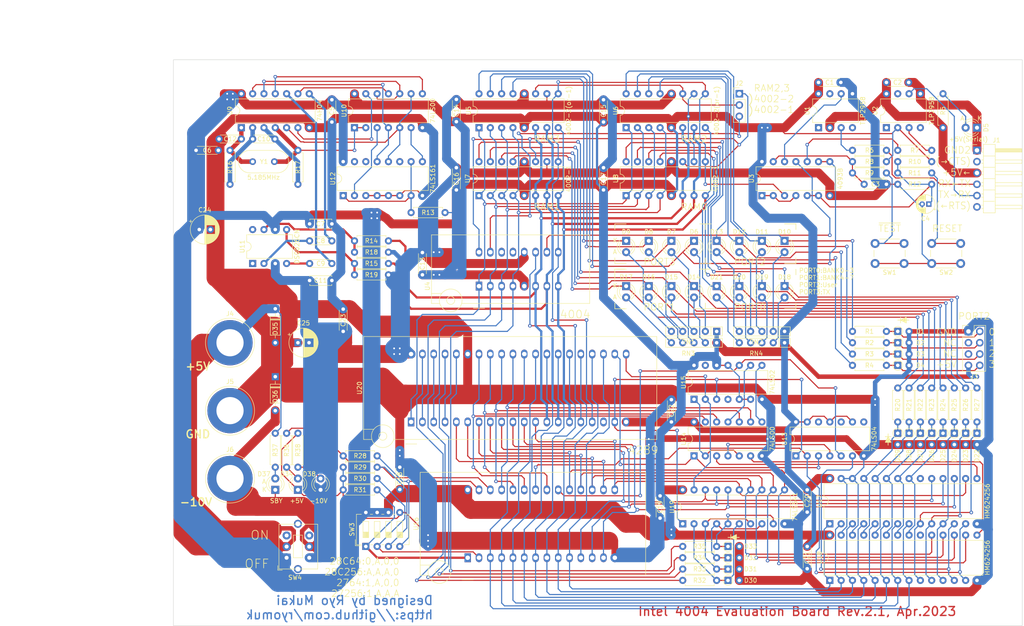
<source format=kicad_pcb>
(kicad_pcb (version 20221018) (generator pcbnew)
  (layers (0 "F.Cu" signal) (31 "B.Cu" signal) (34 "B.Paste" user) (35 "F.Paste" user) (36 "B.SilkS" user "B.Silkscreen") (37 "F.SilkS" user "F.Silkscreen") (38 "B.Mask" user) (39 "F.Mask" user) (44 "Edge.Cuts" user))
  (net 0 "")
  (net 1 "+5V")
  (net 2 "-10V")
  (net 3 "GND2")
  (net 4 "VBUS")
  (net 5 "Net-(C8-Pad1)")
  (net 6 "GND")
  (net 7 "Net-(D2-K)")
  (net 8 "Net-(D3-K)")
  (net 9 "Net-(D4-K)")
  (net 10 "Net-(D5-A)")
  (net 11 "RAM2-0")
  (net 12 "Net-(D6-A)")
  (net 13 "RAM2-1")
  (net 14 "Net-(D7-A)")
  (net 15 "RAM2-2")
  (net 16 "Net-(D8-A)")
  (net 17 "RAM2-3")
  (net 18 "Net-(D9-A)")
  (net 19 "Net-(D10-A)")
  (net 20 "Net-(D11-A)")
  (net 21 "BANK4")
  (net 22 "Net-(D12-A)")
  (net 23 "BANK5")
  (net 24 "Net-(D13-A)")
  (net 25 "BANK6")
  (net 26 "Net-(D14-A)")
  (net 27 "BANK7")
  (net 28 "Net-(D15-A)")
  (net 29 "BANK0")
  (net 30 "Net-(D16-A)")
  (net 31 "BANK1")
  (net 32 "Net-(D17-A)")
  (net 33 "BANK2")
  (net 34 "BANK3")
  (net 35 "Net-(D19-A)")
  (net 36 "Net-(D20-A)")
  (net 37 "Net-(D21-A)")
  (net 38 "Net-(D22-K)")
  (net 39 "Net-(D23-K)")
  (net 40 "Net-(D24-K)")
  (net 41 "Net-(D25-K)")
  (net 42 "Net-(D26-K)")
  (net 43 "Net-(D27-K)")
  (net 44 "Net-(D28-K)")
  (net 45 "Net-(D29-K)")
  (net 46 "Net-(D30-K)")
  (net 47 "Net-(D31-K)")
  (net 48 "Net-(D32-K)")
  (net 49 "Net-(D33-K)")
  (net 51 "CMRAM0")
  (net 52 "CM_RAM23")
  (net 53 "CMRAM1")
  (net 54 "Net-(R7-Pad1)")
  (net 55 "Net-(J1-Pin_4)")
  (net 56 "Net-(J1-Pin_5)")
  (net 57 "/ClockGen/CLK1")
  (net 59 "/ClockGen/CLK2")
  (net 60 "ROM_P27")
  (net 61 "ROM_P26")
  (net 62 "ROM_P2")
  (net 63 "ROM_P1")
  (net 64 "Net-(U1-K)")
  (net 65 "Net-(U2-K)")
  (net 66 "Net-(U12-EP)")
  (net 67 "Net-(U20-I{slash}O1)")
  (net 68 "Net-(U20-I{slash}O2)")
  (net 69 "Net-(U20-I{slash}O3)")
  (net 70 "Net-(U20-I{slash}O4)")
  (net 71 "Net-(U3-Pad1)")
  (net 72 "/ProgramMemory/RESET")
  (net 74 "/ProgramMemory/D0")
  (net 75 "/ProgramMemory/D1")
  (net 76 "/ProgramMemory/D2")
  (net 77 "/ProgramMemory/D3")
  (net 78 "/ProgramMemory/SYNC")
  (net 79 "/ProgramMemory/CM")
  (net 81 "Net-(U1-Vo)")
  (net 86 "Net-(U4-TEST)")
  (net 89 "Net-(U12-CLOCK)")
  (net 90 "Net-(U12-QB)")
  (net 91 "Net-(U12-QC)")
  (net 92 "~{OE}")
  (net 93 "Net-(U12-LOAD)")
  (net 94 "Net-(U13-Pad4)")
  (net 95 "~{CS_ROM}")
  (net 96 "~{CS_RAM}")
  (net 100 "~{WE_OPA}")
  (net 101 "~{WE_OPR}")
  (net 102 "Net-(U14-Pad8)")
  (net 103 "C0")
  (net 104 "C1")
  (net 105 "C2")
  (net 106 "C3")
  (net 110 "Net-(U19-G1)")
  (net 111 "Net-(U20-FL)")
  (net 112 "Net-(U19-G2)")
  (net 113 "Net-(U16-A7)")
  (net 114 "Net-(U16-A6)")
  (net 115 "Net-(U16-A5)")
  (net 116 "Net-(U16-A4)")
  (net 117 "Net-(U16-A3)")
  (net 118 "Net-(U16-A2)")
  (net 119 "Net-(U16-A1)")
  (net 120 "Net-(U16-A0)")
  (net 121 "Net-(U16-D0)")
  (net 122 "Net-(U16-D1)")
  (net 123 "Net-(U16-D2)")
  (net 124 "Net-(U16-D3)")
  (net 125 "Net-(U16-D4)")
  (net 126 "Net-(U16-D5)")
  (net 127 "Net-(U16-D6)")
  (net 128 "Net-(U16-D7)")
  (net 132 "Net-(C9-Pad1)")
  (net 133 "Net-(C10-Pad1)")
  (net 134 "Net-(D34-A)")
  (net 135 "Net-(D37-A)")
  (net 138 "Net-(U10-Pad13)")
  (net 139 "Net-(U10-Pad11)")
  (net 140 "Net-(U10-Pad8)")
  (net 141 "Net-(U10-Pad10)")
  (net 142 "Net-(C3-Pad1)")
  (net 143 "Net-(C4-Pad1)")
  (net 144 "Net-(U11-IN_A)")
  (net 145 "Net-(U11-IN_B)")
  (net 146 "Net-(C10-Pad2)")
  (net 147 "Net-(C12-Pad1)")
  (net 148 "Net-(D1-K)")
  (net 149 "Net-(D6-K)")
  (net 150 "Net-(D7-K)")
  (net 151 "Net-(D8-K)")
  (net 152 "Net-(D9-K)")
  (net 153 "Net-(D18-A)")
  (net 154 "Net-(D36-A)")
  (net 155 "Net-(R9-Pad1)")
  (net 156 "Net-(R11-Pad1)")
  (net 157 "Net-(U11-OUT_A)")
  (net 158 "Net-(U11-OUT_B)")
  (net 159 "Net-(D38-A)")
  (net 162 "Net-(U14-Pad2)")
  (net 163 "Net-(U14-Pad11)")
  (net 168 "Net-(R17-Pad2)")
  (net 169 "Net-(D35-K)")
  (footprint "000_MyFootprint:LED_D3.0mm" (layer "F.Cu") (at 132.08 50.8 -90)
    (fp_text reference "D19")
    (fp_text value "LED")
  )
  (footprint "000_MyFootprint:C_Disc_D4.3mm_W1.9mm_P5.00mm" (layer "F.Cu") (at 15.24 17.78 180)
    (fp_text reference "C12")
    (fp_text value "50pF")
  )
  (footprint "000_MyFootprint:C_Disc_D4.7mm_W2.5mm_P5.00mm" (layer "F.Cu") (at 35.56 36.83 180)
    (fp_text reference "C7")
    (fp_text value "1uF")
  )
  (footprint "000_MyFootprint:LED_D3.0mm" (layer "F.Cu") (at 127 50.8 -90)
    (fp_text reference "D20")
    (fp_text value "LED")
  )
  (footprint "000_MyFootprint:R_Axial_DIN0207_L6.3mm_D2.5mm_P7.62mm_Horizontal" (layer "F.Cu") (at 172.72 7.62 -90)
    (fp_text reference "R5")
    (fp_text value "47k")
  )
  (footprint "000_MyFootprint:D_DO-35_SOD27_P2.54mm_Vertical_AnodeUp" (layer "F.Cu") (at 165.1 83.82 -90)
    (fp_text reference "D28")
    (fp_text value "1N4148")
  )
  (footprint "000_MyFootprint:R_Axial_DIN0207_L6.3mm_D2.5mm_P7.62mm_Horizontal" (layer "F.Cu") (at 177.8 73.66 -90)
    (fp_text reference "R26")
    (fp_text value "10k")
  )
  (footprint "000_MyFootprint:LED_D3.0mm" (layer "F.Cu") (at 101.6 40.64 -90)
    (fp_text reference "D9")
    (fp_text value "LED")
  )
  (footprint "000_MyFootprint:R_Axial_DIN0207_L6.3mm_D2.5mm_P7.62mm_Horizontal" (layer "F.Cu") (at 114.3 114.3)
    (fp_text reference "R33")
    (fp_text value "4.7k")
  )
  (footprint "000_MyFootprint:D_DO-35_SOD27_P2.54mm_Vertical_AnodeUp" (layer "F.Cu") (at 162.56 60.96)
    (fp_text reference "D1")
    (fp_text value "1N4148")
  )
  (footprint "000_MyFootprint:R_Axial_DIN0207_L6.3mm_D2.5mm_P7.62mm_Horizontal" (layer "F.Cu") (at 170.18 27.94 180)
    (fp_text reference "R12")
    (fp_text value "100k")
  )
  (footprint "000_MyFootprint:C_Disc_D4.3mm_W1.9mm_P5.00mm" (layer "F.Cu") (at 96.52 13.97 90)
    (fp_text reference "C15")
    (fp_text value "0.1uF")
  )
  (footprint "000_MyFootprint:C_Disc_D4.3mm_W1.9mm_P5.00mm" (layer "F.Cu") (at 149.78 5.08 180)
    (fp_text reference "C1")
    (fp_text value "0.1uF")
  )
  (footprint "000_MyFootprint:R_Axial_DIN0207_L6.3mm_D2.5mm_P7.62mm_Horizontal" (layer "F.Cu") (at 152.4 63.5)
    (fp_text reference "R2")
    (fp_text value "4.7k")
  )
  (footprint "000_MyFootprint:R_Axial_DIN0207_L6.3mm_D2.5mm_P7.62mm_Horizontal" (layer "F.Cu") (at 22.86 83.82 -90)
    (fp_text reference "R37")
    (fp_text value "100k")
  )
  (footprint "000_MyFootprint:LED_D3.0mm" (layer "F.Cu") (at 121.92 40.64 -90)
    (fp_text reference "D13")
    (fp_text value "LED")
  )
  (footprint "000_MyFootprint:MountingHole_3mm" (layer "F.Cu") (at 5 122)
    (fp_text reference "H3")
    (fp_text value "MountingHole")
  )
  (footprint "000_MyFootprint:D_DO-35_SOD27_P2.54mm_Vertical_AnodeUp" (layer "F.Cu") (at 162.56 68.58)
    (fp_text reference "D4")
    (fp_text value "1N4148")
  )
  (footprint "000_MyFootprint:SW_DIP_SPSTx04_Slide_6.7x11.72mm_W7.62mm_P2.54mm_LowProfile" (layer "F.Cu") (at 43.18 109.22 90)
    (fp_text reference "SW3")
    (fp_text value "SW_DIP_x04")
  )
  (footprint "000_MyFootprint:R_Axial_DIN0207_L6.3mm_D2.5mm_P7.62mm_Horizontal" (layer "F.Cu") (at 162.56 73.66 -90)
    (fp_text reference "R20")
    (fp_text value "10k")
  )
  (footprint "000_MyFootprint:LED_D3.0mm" (layer "F.Cu") (at 101.6 50.8 -90)
    (fp_text reference "D17")
    (fp_text value "LED")
  )
  (footprint "000_MyFootprint:C_Disc_D4.3mm_W1.9mm_P5.00mm" (layer "F.Cu") (at 35.56 8.97 -90)
    (fp_text reference "C5")
    (fp_text value "0.1uF")
  )
  (footprint "000_MyFootprint:LED_D3.0mm" (layer "F.Cu") (at 33.02 96.52 90)
    (fp_text reference "D38")
    (fp_text value "TLG101")
  )
  (footprint "000_MyFootprint:C_Disc_D4.3mm_W1.9mm_P5.00mm" (layer "F.Cu") (at 96.52 29.21 90)
    (fp_text reference "C17")
    (fp_text value "0.1uF")
  )
  (footprint "000_MyFootprint:R_Axial_DIN0207_L6.3mm_D2.5mm_P7.62mm_Horizontal" (layer "F.Cu") (at 53.34 34.29)
    (fp_text reference "R13")
    (fp_text value "1k")
  )
  (footprint "000_MyFootprint:D_DO-35_SOD27_P2.54mm_Vertical_AnodeUp" (layer "F.Cu") (at 175.26 83.82 -90)
    (fp_text reference "D24")
    (fp_text value "1N4148")
  )
  (footprint "000_MyFootprint:C_Disc_D4.3mm_W1.9mm_P5.00mm" (layer "F.Cu") (at 55.88 48.26 90)
    (fp_text reference "C13")
    (fp_text value "0.1uF")
  )
  (footprint "000_MyFootprint:DIP-14_W7.62mm" (layer "F.Cu") (at 116.84 88.9 90)
    (fp_text reference "U14")
    (fp_text value "74LS00")
  )
  (footprint "000_MyFootprint:R_Axial_DIN0207_L6.3mm_D2.5mm_P7.62mm_Horizontal" (layer "F.Cu") (at 170.18 73.66 -90)
    (fp_text reference "R23")
    (fp_text value "10k")
  )
  (footprint "000_MyFootprint:R_Axial_DIN0207_L6.3mm_D2.5mm_P7.62mm_Horizontal" (layer "F.Cu") (at 160.02 20.32 180)
    (fp_text reference "R6")
    (fp_text value "1k")
  )
  (footprint "000_MyFootprint:LED_D3.0mm" (layer "F.Cu") (at 111.76 50.8 -90)
    (fp_text reference "D15")
    (fp_text value "LED")
  )
  (footprint "000_MyFootprint:Banana_Jack_1Pin" (layer "F.Cu") (at 12.7 78.74)
    (fp_text reference "J5")
    (fp_text value "GND")
  )
  (footprint "000_MyFootprint:CP_Radial_D4.0mm_P1.50mm" (layer "F.Cu") (at 169.545 32.385 180)
    (fp_text reference "C4")
    (fp_text value "10uF")
  )
  (footprint "000_MyFootprint:DIP_Socket-16_W4.3_W5.08_W7.62_W10.16_W10.9_3M_216-3340-00-0602J" (layer "F.Cu") (at 68.58 50.8 90)
    (fp_text reference "U4")
    (fp_text value "4004_CPU")
  )
  (footprint "000_MyFootprint:R_Axial_DIN0207_L6.3mm_D2.5mm_P7.62mm_Horizontal" (layer "F.Cu") (at 38.1 96.52)
    (fp_text reference "R31")
    (fp_text value "100k")
  )
  (footprint "000_MyFootprint:PinHeader_1x03_P2.54mm_Vertical" (layer "F.Cu") (at 127 7.62)
    (fp_text reference "J2")
    (fp_text value "Pin Header 3P")
  )
  (footprint "000_MyFootprint:D_DO-35_SOD27_P2.54mm_Vertical_AnodeUp" (layer "F.Cu") (at 162.56 63.5)
    (fp_text reference "D2")
    (fp_text value "1N4148")
  )
  (footprint "000_MyFootprint:D_DO-35_SOD27_P2.54mm_Vertical_AnodeUp" (layer "F.Cu") (at 170.18 83.82 -90)
    (fp_text reference "D26")
    (fp_text value "1N4148")
  )
  (footprint "000_MyFootprint:DIP-16_W7.62mm" (layer "F.Cu") (at 101.6 30.48 90)
    (fp_text reference "U8")
    (fp_text value "4002-1")
  )
  (footprint "000_MyFootprint:R_Axial_DIN0207_L6.3mm_D2.5mm_P7.62mm_Horizontal" (layer "F.Cu") (at 167.64 73.66 -90)
    (fp_text reference "R22")
    (fp_text value "10k")
  )
  (footprint "000_MyFootprint:LED_D3.0mm" (layer "F.Cu") (at 111.76 40.64 -90)
    (fp_text reference "D7")
    (fp_text value "LED")
  )
  (footprint "000_MyFootprint:R_Axial_DIN0207_L6.3mm_D2.5mm_P7.62mm_Horizontal" (layer "F.Cu") (at 27.94 83.82 -90)
    (fp_text reference "R38")
    (fp_text value "470")
  )
  (footprint "000_MyFootprint:C_Disc_D4.3mm_W1.9mm_P5.00mm" (layer "F.Cu") (at 35.56 45.72 180)
    (fp_text reference "C9")
    (fp_text value "0.01uF")
  )
  (footprint "000_MyFootprint:D_DO-35_SOD27_P2.54mm_Vertical_AnodeUp" (layer "F.Cu") (at 162.56 66.04)
    (fp_text reference "D3")
    (fp_text value "1N4148")
  )
  (footprint "000_MyFootprint:DIP-14_W7.62mm" (layer "F.Cu") (at 132.08 30.48 90)
    (fp_text reference "U3")
    (fp_text value "4093B")
  )
  (footprint "000_MyFootprint:DIP-16_W7.62mm" (layer "F.Cu") (at 68.58 15.24 90)
    (fp_text reference "U5")
    (fp_text value "4002-2(or-1)")
  )
  (footprint "000_MyFootprint:D_DO-35_SOD27_P2.54mm_Vertical_AnodeUp" (layer "F.Cu") (at 172.72 83.82 -90)
    (fp_text reference "D25")
    (fp_text value "1N4148")
  )
  (footprint "000_MyFootprint:R_Axial_DIN0207_L6.3mm_D2.5mm_P7.62mm_Horizontal" (layer "F.Cu") (at 152.4 60.96)
    (fp_text reference "R1")
    (fp_text value "4.7k")
  )
  (footprint "000_MyFootprint:R_Axial_DIN0207_L6.3mm_D2.5mm_P7.62mm_Horizontal" (layer "F.Cu") (at 27.94 27.94 90)
    (fp_text reference "R17")
    (fp_text value "820")
  )
  (footprint "000_MyFootprint:C_Disc_D4.3mm_W1.9mm_P5.00mm" (layer "F.Cu") (at 165.02 5.08 180)
    (fp_text reference "C2")
    (fp_text value "0.1uF")
  )
  (footprint "000_MyFootprint:D_DO-35_SOD27_P2.54mm_Vertical_AnodeUp" (layer "F.Cu") (at 177.8 83.82 -90)
    (fp_text reference "D23")
    (fp_text value "1N4148")
  )
  (footprint "000_MyFootprint:R_Axial_DIN0207_L6.3mm_D2.5mm_P7.62mm_Horizontal" (layer "F.Cu") (at 48.26 43.18 180)
    (fp_text reference "R18")
    (fp_text value "5.6k")
  )
  (footprint "000_MyFootprint:SW_DPDT_Toggle_with_mount" (layer "F.Cu") (at 25.4 111.76 90)
    (fp_text reference "SW4")
    (fp_text value "SW_DPDT")
  )
  (footprint "000_MyFootprint:PinHeader_1x06_P2.54mm_Horizontal" (layer "F.Cu") (at 180.34 20.32)
    (fp_text reference "J1")
    (fp_text value "UART(TTL)")
  )
  (footprint "000_MyFootprint:DIP-14_W7.62mm" (layer "F.Cu") (at 116.84 76.2 90)
    (fp_text reference "U15")
    (fp_text value "74LS02")
  )
  (footprint "000_MyFootprint:DIP-28_W10.16mm" (layer "F.Cu") (at 147.32 104.14 90)
    (fp_text reference "U17")
    (fp_text value "HM624256")
  )
  (footprint "000_MyFootprint:R_Axial_DIN0207_L6.3mm_D2.5mm_P7.62mm_Horizontal" (layer "F.Cu") (at 170.18 25.4 180)
    (fp_text reference "R11")
    (fp_text value "1k")
  )
  (footprint "000_MyFootprint:LED_D3.0mm" (layer "F.Cu") (at 132.08 40.64 -90)
    (fp_text reference "D11")
    (fp_text value "LED")
  )
  (footprint "000_MyFootprint:R_Axial_DIN0207_L6.3mm_D2.5mm_P7.62mm_Horizontal" (layer "F.Cu") (at 25.4 83.82 -90)
    (fp_text reference "R36")
    (fp_text value "470")
  )
  (footprint "000_MyFootprint:C_Disc_D4.3mm_W1.9mm_P5.00mm" (layer "F.Cu") (at 63.5 13.89 90)
    (fp_text reference "C14")
    (fp_text value "0.1uF")
  )
  (footprint "000_MyFootprint:R_Axial_DIN0207_L6.3mm_D2.5mm_P7.62mm_Horizontal" (layer "F.Cu") (at 170.18 22.86 180)
    (fp_text reference "R10")
    (fp_text value "10k")
  )
  (footprint "000_MyFootprint:C_Disc_D4.3mm_W1.9mm_P5.00mm" (layer "F.Cu") (at 142.24 96.52 -90)
    (fp_text reference "C20")
    (fp_text value "0.1uF")
  )
  (footprint "000_MyFootprint:R_Array_SIP5" (layer "F.Cu") (at 137.16 60.96 180)
    (fp_text reference "RN2")
    (fp_text value "100k")
  )
  (footprint "000_MyFootprint:DIP-14_W7.62mm" (layer "F.Cu") (at 40.635 15.24 90)
    (fp_text reference "U10")
    (fp_text value "74LS00")
  )
  (footprint "000_MyFootprint:D_DO-35_SOD27_P2.54mm_Vertical_AnodeUp" (layer "F.Cu") (at 180.34 83.82 -90)
    (fp_text reference "D22")
    (fp_text value "1N4148")
  )
  (footprint "000_MyFootprint:D_DO-35_SOD27_P2.54mm_Vertical_AnodeUp" (layer "F.Cu") (at 124.46 114.3)
    (fp_text reference "D31")
    (fp_text value "1N4148")
  )
  (footprint "000_MyFootprint:D_DO-35_SOD27_P2.54mm_Vertical_AnodeUp" (layer "F.Cu") (at 167.64 83.82 -90)
    (fp_text reference "D27")
    (fp_text value "1N4148")
  )
  (footprint "000_MyFootprint:MountingHole_3mm" (layer "F.Cu") (at 5 5)
    (fp_text reference "H1")
    (fp_text value "MountingHole")
  )
  (footprint "000_MyFootprint:R_Axial_DIN0207_L6.3mm_D2.5mm_P7.62mm_Horizontal" (layer "F.Cu") (at 172.72 73.66 -90)
    (fp_text reference "R24")
    (fp_text value "10k")
  )
  (footprint "000_MyFootprint:R_Axial_DIN0207_L6.3mm_D2.5mm_P7.62mm_Horizontal" (layer "F.Cu") (at 12.7 20.32 -90)
    (fp_text reference "R16")
    (fp_text value "820")
  )
  (footprint "000_MyFootprint:R_Axial_DIN0207_L6.3mm_D2.5mm_P7.62mm_Horizontal" (layer "F.Cu") (at 40.64 45.72)
    (fp_text reference "R15")
    (fp_text value "110")
  )
  (footprint "000_MyFootprint:R_Axial_DIN0207_L6.3mm_D2.5mm_P7.62mm_Horizontal" (layer "F.Cu") (at 38.1 91.44)
    (fp_text reference "R29")
    (fp_text value "100k")
  )
  (footprint "000_MyFootprint:R_Axial_DIN0207_L6.3mm_D2.5mm_P7.62mm_Horizontal" (layer "F.Cu") (at 152.4 66.04)
    (fp_text reference "R3")
    (fp_text value "4.7k")
  )
  (footprint "000_MyFootprint:DIP-28_W10.16mm" (layer "F.Cu") (at 147.32 116.84 90)
    (fp_text reference "U18")
    (fp_text value "HM624256")
  )
  (footprint "000_MyFootprint:LED_D3.0mm" (layer "F.Cu") (at 137.16 50.8 -90)
    (fp_text reference "D18")
    (fp_text value "LED")
  )
  (footprint "000_MyFootprint:LED_D3.0mm" (layer "F.Cu") (at 106.68 50.8 -90)
    (fp_text reference "D16")
    (fp_text value "LED")
  )
  (footprint "000_MyFootprint:R_Array_SIP5" (layer "F.Cu") (at 121.92 63.5 180)
    (fp_text reference "RN3")
    (fp_text value "100k")
  )
  (footprint "000_MyFootprint:D_DO-35_SOD27_P7.62mm_Horizontal" (layer "F.Cu") (at 22.86 71.12 -90)
    (fp_text reference "D36")
    (fp_text value "Zener12V")
  )
  (footprint "000_MyFootprint:DIP-14_W7.62mm" (layer "F.Cu") (at 15.24 15.24 90)
    (fp_text reference "U9")
    (fp_text value "74H04")
  )
  (footprint "000_MyFootprint:R_Axial_DIN0207_L6.3mm_D2.5mm_P7.62mm_Horizontal" (layer "F.Cu") (at 114.3 111.76)
    (fp_text reference "R34")
    (fp_text value "4.7k")
  )
  (footprint "000_MyFootprint:LED_D3.0mm" (layer "F.Cu") (at 22.86 96.52 90)
    (fp_text reference "D37")
    (fp_text value "RED")
  )
  (footprint "000_MyFootprint:DIP-16_W7.62mm" (layer "F.Cu") (at 38.1 30.48 90)
    (fp_text reference "U12")
    (fp_text value "74LS161")
  )
  (footprint "000_MyFootprint:PinHeader_2x04_P2.54mm_Vertical" (layer "F.Cu") (at 178.43 60.96)
    (fp_text reference "J3")
    (fp_text value "PORT2")
  )
  (footprint "000_MyFootprint:LED_D3.0mm" (layer "F.Cu") (at 180.34 15.24 180)
    (fp_text reference "D5")
    (fp_text value "YELLOW")
  )
  (footprint "000_MyFootprint:Crystal_HC49-U_Vertical" (layer "F.Cu") (at 17.78 22.86)
    (fp_text reference "Y1")
    (fp_text value "5.185MHz")
  )
  (footprint "000_MyFootprint:R_Axial_DIN0207_L6.3mm_D2.5mm_P7.62mm_Horizontal" (layer "F.Cu") (at 165.1 73.66 -90)
    (fp_text reference "R21")
    (fp_text value "10k")
  )
  (footprint "000_MyFootprint:DIP_Socket-40_W11.9_W12.7_W15.24_W17.78_W18.5_3M_240-1280-00-0602J" (layer "F.Cu") (at 53.34 81.28 90)
    (fp_text reference "U20")
    (fp_text value "4289_MEMORY_IF")
  )
  (footprint "000_MyFootprint:DIP-16_W7.62mm" (layer "F.Cu") (at 101.6 15.24 90)
    (fp_text reference "U6")
    (fp_text value "4002-2(or-1)")
  )
  (footprint "000_MyFootprint:DIP_Socket-28_W11.9_W12.7_W15.24_W17.78_W18.5_3M_228-1277-00-0602J" (layer "F.Cu") (at 66.04 111.76 90)
    (fp_text reference "U16")
    (fp_text value "28C64B")
  )
  (footprint "000_MyFootprint:C_Disc_D4.3mm_W1.9mm_P5.00mm" (layer "F.Cu") (at 63.5 29.21 90)
    (fp_text reference "C16")
    (fp_text value "0.1uF")
  )
  (footprint "000_MyFootprint:C_Disc_D4.3mm_W1.9mm_P5.00mm" (layer "F.Cu") (at 35.56 40.64 180)
    (fp_text reference "C8")
    (fp_text value "0.01uF")
  )
  (footprint "000_MyFootprint:R_Axial_DIN0207_L6.3mm_D2.5mm_P7.62mm_Horizontal" (layer "F.Cu") (at 162.56 20.32)
    (fp_text reference "R7")
    (fp_text value "4.7k")
  )
  (footprint "000_MyFootprint:C_Disc_D4.3mm_W1.9mm_P5.00mm" (layer "F.Cu") (at 142.24 109.22 -90)
    (fp_text reference "C21")
    (fp_text value "0.1uF")
  )
  (footprint "000_MyFootprint:C_Disc_D4.3mm_W1.9mm_P5.00mm" (layer "F.Cu") (at 38.1 55.96 -90)
    (fp_text reference "C23")
    (fp_text value "0.1uF")
  )
  (footprint "000_MyFootprint:Banana_Jack_1Pin" (layer "F.Cu") (at 12.7 93.98)
    (fp_text reference "J6")
    (fp_text value "-10V")
  )
  (footprint "000_MyFootprint:C_Disc_D4.3mm_W1.9mm_P5.00mm" (layer "F.Cu") (at 109.22 97.87 -90)
    (fp_text reference "C19")
    (fp_text value "0.1uF")
  )
  (footprint "000_MyFootprint:LED_D3.0mm" (layer "F.Cu") (at 121.92 50.8 -90)
    (fp_text reference "D21")
    (fp_text value "LED")
  )
  (footprint "000_MyFootprint:MountingHole_3mm" (layer "F.Cu") (at 185.5 122)
    (fp_text reference "H4")
    (fp_text value "MountingHole")
  )
  (footprint "000_MyFootprint:C_Disc_D4.3mm_W1.9mm_P5.00mm" (layer "F.Cu") (at 111.76 81.28 90)
    (fp_text reference "C22")
    (fp_text value "0.1uF")
  )
  (footprint "000_MyFootprint:DIP-8_W7.62mm" (layer "F.Cu") (at 160.02 15.24 90)
    (fp_text reference "U2")
    (fp_text value "TLP2958")
  )
  (footprint "000_MyFootprint:D_DO-35_SOD27_P2.54mm_Vertical_AnodeUp" (layer "F.Cu") (at 124.46 109.22)
    (fp_text reference "D33")
    (fp_text value "1N4148")
  )
  (footprint "000_MyFootprint:R_Axial_DIN0207_L6.3mm_D2.5mm_P7.62mm_Horizontal" (layer "F.Cu") (at 48.26 48.26 180)
    (fp_text reference "R19")
    (fp_text value "5.6k")
  )
  (footprint "000_MyFootprint:D_DO-35_SOD27_P2.54mm_Vertical_AnodeUp" (layer "F.Cu") (at 162.56 83.82 -90)
    (fp_text reference "D29")
    (fp_text value "1N4148")
  )
  (footprint "000_MyFootprint:C_Disc_D4.3mm_W1.9mm_P5.00mm" (layer "F.Cu") (at 5.08 20.32)
    (fp_text reference "C6")
    (fp_text value "0.1uF")
  )
  (footprint "000_MyFootprint:C_Disc_D4.3mm_W1.9mm_P5.00mm" (layer "F.Cu") (at 50.8 96.44 90)
    (fp_text reference "C18")
    (fp_text value "0.1uF")
  )
  (footprint "000_MyFootprint:D_DO-35_SOD27_P2.54mm_Vertical_AnodeUp" (layer "F.Cu") (at 124.46 111.76)
    (fp_text reference "D32")
    (fp_text value "1N4148")
  )
  (footprint "000_MyFootprint:R_Axial_DIN0207_L6.3mm_D2.5mm_P7.62mm_Horizontal" (layer "F.Cu") (at 160.02 25.4 180)
    (fp_text reference "R9")
    (fp_text value "1k")
  )
  (footprint "000_MyFootprint:DIP-16_W7.62mm" (layer "F.Cu") (at 68.58 30.48 90)
    (fp_text reference "U7")
    (fp_text value "4002-1")
  )
  (footprint "000_MyFootprint:R_Axial_DIN0207_L6.3mm_D2.5mm_P7.62mm_Horizontal" (layer "F.Cu") (at 114.3 116.84)
    (fp_text reference "R32")
    (fp_text value "4.7k")
  )
  (footprint "000_MyFootprint:LED_D3.0mm" (layer "F.Cu") (at 106.68 40.64 -90)
    (fp_text reference "D8")
    (fp_text value "LED")
  )
  (footprint "000_MyFootprint:C_Disc_D4.7mm_W2.5mm_P5.00mm" (layer "F.Cu") (at 155.02 27.94)
    (fp_text reference "C3")
    (fp_text value "1uF")
  )
  (footprint "000_MyFootprint:R_Axial_DIN0207_L6.3mm_D2.5mm_P7.62mm_Horizontal" (layer "F.Cu") (at 160.02 22.86 180)
    (fp_text reference "R8")
    (fp_text value "10k")
  )
  (footprint "000_MyFootprint:LED_D3.0mm" (layer "F.Cu") (at 137.16 40.64 -90)
    (fp_text reference "D10")
    (fp_text value "LED")
  )
  (footprint "000_MyFootprint:DIP-8_W7.62mm" (layer "F.Cu") (at 17.78 45.72 90)
    (fp_text reference "U11")
    (fp_text value "DS0026CN")
  )
  (footprint "000_MyFootprint:MountingHole_3mm" (layer "F.Cu") (at 185.5 5)
    (fp_text reference "H2")
    (fp_text value "MountingHole")
  )
  (footprint "000_MyFootprint:DIP-20_W7.62mm" (layer "F.Cu") (at 114.3 104.14 90)
    (fp_text reference "U19")
    (fp_text value "74LS541")
  )
  (footprint "000_MyFootprint:R_Axial_DIN0207_L6.3mm_D2.5mm_P7.62mm_Horizontal" (layer "F.Cu") (at 38.1 93.98)
    (fp_text reference "R30")
    (fp_text value "100k")
  )
  (footprint "000_MyFootprint:CP_Radial_D6.3mm_P2.50mm" (layer "F.Cu") (at 27.94 63.5)
    (fp_text reference "C25")
    (fp_text value "47uF")
  )
  (footprint "000_MyFootprint:R_Axial_DIN0207_L6.3mm_D2.5mm_P7.62mm_Horizontal" (layer "F.Cu") (at 180.34 73.66 -90)
    (fp_text reference "R27")
    (fp_text value "10k")
  )
  (footprint "000_MyFootprint:R_Array_SIP5" (layer "F.Cu") (at 121.92 60.96 180)
    (fp_text reference "RN1")
    (fp_text value "100k")
  )
  (footprint "000_MyFootprint:SW_PUSH_6mm_H4.3mm" (layer "F.Cu") (at 163.98 45.72 180)
    (fp_text reference "SW1")
    (fp_text value "~{TEST}")
  )
  (footprint "000_MyFootprint:LED_D3.0mm" (layer "F.Cu") (at 116.84 50.8 -90)
    (fp_text reference "D14")
    (fp_text value "LED")
  )
  (footprint "000_MyFootprint:C_Disc_D4.3mm_W1.9mm_P5.00mm" (layer "F.Cu") (at 17.78 17.78)
    (fp_text reference "C10")
    (fp_text value "0.01uF")
  )
  (footprint "000_MyFootprint:LED_D3.0mm" (layer "F.Cu") (at 127 40.64 -90)
    (fp_text reference "D12")
    (fp_text value "LED")
  )
  (footprint "000_MyFootprint:LED_D3.0mm" (layer "F.Cu") (at 27.94 96.52 90)
    (fp_text reference "D34")
    (fp_text value "TLR101")
  )
  (footprint "000_MyFootprint:R_Array_SIP5" (layer "F.Cu") (at 137.16 63.5 180)
    (fp_text reference "RN4")
    (fp_text value "100k")
  )
  (footprint "000_MyFootprint:DIP-14_W7.62mm" (layer "F.Cu") (at 139.7 88.9 90)
    (fp_text reference "U13")
    (fp_text value "74LS04")
  )
  (footprint "000_MyFootprint:Banana_Jack_1Pin" (layer "F.Cu") (at 12.7 63.5)
    (fp_text reference "J4")
    (fp_text value "+5V")
  )
  (footprint "000_MyFootprint:R_Axial_DIN0207_L6.3mm_D2.5mm_P7.62mm_Horizontal" (layer "F.Cu") (at 114.3 109.22)
    (fp_text reference "R35")
    (fp_text value "4.7k")
  )
  (footprint "000_MyFootprint:R_Axial_DIN0207_L6.3mm_D2.5mm_P7.62mm_Horizontal" (layer "F.Cu") (at 152.4 68.58)
    (fp_text reference "R4")
    (fp_text value "4.7k")
  )
  (footprint "000_MyFootprint:D_DO-35_SOD27_P2.54mm_Vertical_AnodeUp" (layer "F.Cu") (at 124.46 116.84)
    (fp_text reference "D30")
    (fp_text value "1N4148")
  )
  (footprint "000_MyFootprint:CP_Radial_D6.3mm_P2.50mm" (layer "F.Cu") (at 5.802621 38.1)
    (fp_text reference "C24")
    (fp_text value "47uF")
  )
  (footprint "000_MyFootprint:C_Disc_D4.7mm_W2.5mm_P5.00mm" (layer "F.Cu") (at 35.56 49.53 180)
    (fp_text reference "C11")
    (fp_text value "1uF")
  )
  (footprint "000_MyFootprint:D_DO-35_SOD27_P7.62mm_Horizontal" (layer "F.Cu") (at 22.86 55.88 -90)
    (fp_text reference "D35")
    (fp_text value "Zener6.2V")
  )
  (footprint "000_MyFootprint:R_Axial_DIN0207_L6.3mm_D2.5mm_P7.62mm_Horizontal" (layer "F.Cu") (at 45.72 88.9 180)
    (fp_text reference "R28")
    (fp_text value "100k")
  )
  (footprint "000_MyFootprint:R_Axial_DIN0207_L6.3mm_D2.5mm_P7.62mm_Horizontal" (layer "F.Cu") (at 40.64 40.64)
    (fp_text reference "R14")
    (fp_text value "110")
  )
  (footprint "000_MyFootprint:SW_PUSH_6mm_H4.3mm" (layer "F.Cu") (at 176.68 45.72 180)
    (fp_text reference "SW2")
    (fp_text value "RESET")
  )
  (footprint "000_MyFootprint:DIP-8_W7.62mm" (layer "F.Cu") (at 144.78 15.24 90)
    (fp_text reference "U1")
    (fp_text value "TLP2958")
  )
  (footprint "000_MyFootprint:R_Axial_DIN0207_L6.3mm_D2.5mm_P7.62mm_Horizontal" (layer "F.Cu") (at 175.26 73.66 -90)
    (fp_text reference "R25")
    (fp_text value "10k")
  )
  (footprint "000_MyFootprint:LED_D3.0mm" (layer "F.Cu") (at 116.84 40.64 -90)
    (fp_text reference "D6")
    (fp_text value "LED")
  )
  (gr_line (start 164.465 58.42) (end 163.195 58.42) (stroke (width 0.15)) (layer "F.SilkS"))
  (gr_line (start 161.036 84.582) (end 159.766 84.582) (stroke (width 0.15)) (layer "F.SilkS"))
  (gr_line (start 139.7 36.83) (end 139.7 38.1) (stroke (width 0.15)) (layer "F.SilkS"))
  (gr_line (start 125.095 106.553) (end 125.095 107.823) (stroke (width 0.15)) (layer "F.SilkS"))
  (gr_line (start 165.1 58.42) (end 162.56 58.42) (stroke (width 0.15)) (layer "F.SilkS"))
  (gr_line (start 160.401 85.852) (end 160.401 84.582) (stroke (width 0.15)) (layer "F.SilkS"))
  (gr_poly (pts (xy 125.095 107.188) (xy 126.365 107.823) (xy 126.365 106.553)) (stroke (width 0.15)) (fill solid) (layer "F.SilkS"))
  (gr_line (start 99.06 55.88) (end 101.6 55.88) (stroke (width 0.15)) (layer "F.SilkS"))
  (gr_line (start 139.7 55.88) (end 137.16 55.88) (stroke (width 0.15)) (layer "F.SilkS"))
  (gr_line (start 137.16 36.83) (end 139.7 36.83) (stroke (width 0.15)) (layer "F.SilkS"))
  (gr_arc (start 129.286 7.62) (mid 129.812051 8.89) (end 129.286 10.16) (stroke (width 0.2)) (layer "F.SilkS"))
  (gr_line (start 160.401 86.487) (end 160.401 83.947) (stroke (width 0.15)) (layer "F.SilkS"))
  (gr_line (start 119.38 55.88) (end 116.84 55.88) (stroke (width 0.15)) (layer "F.SilkS"))
  (gr_line (start 99.06 36.83) (end 99.06 38.1) (stroke (width 0.15)) (layer "F.SilkS"))
  (gr_line (start 118.11 46.99) (end 120.65 46.99) (stroke (width 0.15)) (layer "F.SilkS"))
  (gr_line (start 139.7 45.72) (end 137.16 45.72) (stroke (width 0.15)) (layer "F.SilkS"))
  (gr_line (start 127 107.188) (end 124.46 107.188) (stroke (width 0.15)) (layer "F.SilkS"))
  (gr_line (start 139.7 44.45) (end 139.7 45.72) (stroke (width 0.15)) (layer "F.SilkS"))
  (gr_line (start 139.7 54.61) (end 139.7 55.88) (stroke (width 0.15)) (layer "F.SilkS"))
  (gr_poly (pts (xy 160.401 84.582) (xy 159.766 85.852) (xy 161.036 85.852)) (stroke (width 0.15)) (fill solid) (layer "F.SilkS"))
  (gr_line (start 99.06 54.61) (end 99.06 55.88) (stroke (width 0.15)) (layer "F.SilkS"))
  (gr_line (start 119.38 55.88) (end 121.92 55.88) (stroke (width 0.15)) (layer "F.SilkS"))
  (gr_line (start 119.38 44.45) (end 119.38 45.72) (stroke (width 0.15)) (layer "F.SilkS"))
  (gr_line (start 99.06 36.83) (end 101.6 36.83) (stroke (width 0.15)) (layer "F.SilkS"))
  (gr_line (start 99.06 44.45) (end 99.06 45.72) (stroke (width 0.15)) (layer "F.SilkS"))
  (gr_line (start 139.7 46.99) (end 139.7 48.26) (stroke (width 0.15)) (layer "F.SilkS"))
  (gr_line (start 119.38 54.61) (end 119.38 55.88) (stroke (width 0.15)) (layer "F.SilkS"))
  (gr_line (start 163.195 57.785) (end 163.195 59.055) (stroke (width 0.15)) (layer "F.SilkS"))
  (gr_line (start 119.38 36.83) (end 119.38 38.1) (stroke (width 0.15)) (layer "F.SilkS"))
  (gr_line (start 99.06 45.72) (end 101.6 45.72) (stroke (width 0.15)) (layer "F.SilkS"))
  (gr_line (start 126.365 107.188) (end 125.095 107.188) (stroke (width 0.15)) (layer "F.SilkS"))
  (gr_line (start 118.11 36.83) (end 120.65 36.83) (stroke (width 0.15)) (layer "F.SilkS"))
  (gr_line (start 101.6 46.99) (end 99.06 46.99) (stroke (width 0.15)) (layer "F.SilkS"))
  (gr_poly (pts (xy 163.195 58.42) (xy 164.465 59.055) (xy 164.465 57.785)) (stroke (width 0.15)) (fill solid) (layer "F.SilkS"))
  (gr_line (start 118.11 45.72) (end 120.65 45.72) (stroke (width 0.15)) (layer "F.SilkS"))
  (gr_line (start 119.38 46.99) (end 119.38 48.26) (stroke (width 0.15)) (layer "F.SilkS"))
  (gr_arc (start 129.286 10.16) (mid 129.812051 11.43) (end 129.286 12.7) (stroke (width 0.2)) (layer "F.SilkS"))
  (gr_line (start 99.06 46.99) (end 99.06 49.53) (stroke (width 0.15)) (layer "F.SilkS"))
  (gr_rect (start 0 0) (end 190.5 127) (stroke (width 0.1)) (fill none) (layer "Edge.Cuts"))
  (gr_text "Intel 4004 Evaluation Board Rev.2.1, Apr.2023" (at 104.14 124.968) (layer "F.Cu") (effects (font (size 2 2) (thickness 0.3) bold) (justify left bottom)))
  (gr_text "Designed by Ryo Mukai\nhttps://github.com/ryomuk" (at 58.42 125.73) (layer "B.Cu") (effects (font (size 2 2) (thickness 0.3) bold) (justify left bottom mirror)))
  (gr_text "PORT0" (at 125.73 56.388) (layer "F.SilkS") (effects (font (size 1.5 1.5)) (justify left bottom)))
  (gr_text "~{TEST}" (at 158.115 38.735) (layer "F.SilkS") (effects (font (size 1.5 1.5)) (justify left bottom)))
  (gr_text "SBY" (at 21.59 99.568) (layer "F.SilkS") (effects (font (size 1 1)) (justify left bottom)))
  (gr_text "A" (at 98.552 43.688) (layer "F.SilkS") (effects (font (size 1 1)) (justify left bottom)))
  (gr_text "-10V" (at 1.27 100.33) (layer "F.SilkS") (effects (font (size 1.8 1.8) (thickness 0.3)) (justify left bottom)))
  (gr_text "A" (at 19.812 95.25) (layer "F.SilkS") (effects (font (size 1 1)) (justify left bottom)))
  (gr_text "K" (at 180.34 13.716) (layer "F.SilkS") (effects (font (size 1 1)) (justify left bottom)))
  (gr_text "+5V" (at 26.035 99.568) (layer "F.SilkS") (effects (font (size 1 1)) (justify left bottom)))
  (gr_text "RAM2,3\n4002-2\n4002-1" (at 130.175 12.065) (layer "F.SilkS") (effects (font (size 1.5 1.5)) (justify left bottom)))
  (gr_text "A" (at 176.53 13.716) (layer "F.SilkS") (effects (font (size 1 1)) (justify left bottom)))
  (gr_text "0\n1\n2\n3" (at 182.88 69.215) (layer "F.SilkS") (effects (font (size 1.5 1.5)) (justify left bottom)))
  (gr_text "PORT1" (at 105.41 56.388) (layer "F.SilkS") (effects (font (size 1.5 1.5)) (justify left bottom)))
  (gr_text "ON\n\nOFF" (at 21.59 114.3) (layer "F.SilkS") (effects (font (size 2 2)) (justify right bottom)))
  (gr_text "+5V" (at 2.54 69.85) (layer "F.SilkS") (effects (font (size 1.8 1.8) (thickness 0.3)) (justify left bottom)))
  (gr_text "GND2\n(→CTS)\n+5V←\nRX←TX\nTX→RX\n(←RTS)" (at 179.07 33.655) (layer "F.SilkS") (effects (font (size 1.55 1.5)) (justify right bottom)))
  (gr_text "GND\nNC\nNC\n+5V" (at 175.895 69.215) (layer "F.SilkS") (effects (font (size 1.5 1.5)) (justify right bottom)))
  (gr_text "+5V(Serial)" (at 173.99 18.415) (layer "F.SilkS") (effects (font (size 1 1)) (justify left bottom)))
  (gr_text "K" (at 98.552 51.308) (layer "F.SilkS") (effects (font (size 1 1)) (justify left bottom)))
  (gr_text "K" (at 98.552 41.148) (layer "F.SilkS") (effects (font (size 1 1)) (justify left bottom)))
  (gr_text "-10V" (at 30.48 99.568) (layer "F.SilkS") (effects (font (size 1 1)) (justify left bottom)))
  (gr_text "PORT2" (at 125.73 46.228) (layer "F.SilkS") (effects (font (size 1.5 1.5)) (justify left bottom)))
  (gr_text "28C64:0,A,0,0\n28C256:A,A,A,0\n2764:1,A,0,0\n27256:1,A,A,A" (at 50.8 120.65) (layer "F.SilkS") (effects (font (size 1.5 1.5)) (justify right bottom)))
  (gr_text "PORT2" (at 179.705 58.42) (layer "F.SilkS") (effects (font (size 1.5 1.5)) (justify bottom)))
  (gr_text "PORT0:BANK0-3\nPORT1:BANK4-7\nPORT2:User\nPORT3:TX" (at 140.335 52.705) (layer "F.SilkS") (effects (font (size 1 1)) (justify left bottom)))
  (gr_text "GND" (at 2.54 85.09) (layer "F.SilkS") (effects (font (size 1.8 1.8) (thickness 0.3)) (justify left bottom)))
  (gr_text "A" (at 98.552 53.848) (layer "F.SilkS") (effects (font (size 1 1)) (justify left bottom)))
  (gr_text "K" (at 19.812 97.028) (layer "F.SilkS") (effects (font (size 1 1)) (justify left bottom)))
  (gr_text "PORT3" (at 105.41 46.228) (layer "F.SilkS") (effects (font (size 1.5 1.5)) (justify left bottom)))
  (gr_text "RESET" (at 170.18 38.735) (layer "F.SilkS") (effects (font (size 1.5 1.5)) (justify left bottom)))
  (segment (start 63.5 29.21) (end 63.5 36.83) (width 2) (layer "F.Cu") (net 1))
  (segment (start 39.37 97.79) (end 43.18 101.6) (width 0.25) (layer "F.Cu") (net 1))
  (segment (start 66.04 100.33) (end 66.04 101.6) (width 2) (layer "F.Cu") (net 1))
  (segment (start 30.56 35.48) (end 30.56 36.63) (width 2) (layer "F.Cu") (net 1))
  (segment (start 62.15 13.89) (end 58.42 10.16) (width 2) (layer "F.Cu") (net 1))
  (segment (start 144.725 93.98) (end 142.24 96.465) (width 2) (layer "F.Cu") (net 1))
  (segment (start 48.26 98.98) (end 48.26 101.6) (width 2) (layer "F.Cu") (net 1))
  (segment (start 50.8 96.44) (end 65.96 96.44) (width 2) (layer "F.Cu") (net 1))
  (segment (start 99.06 101.6) (end 101.6 104.14) (width 4) (layer "F.Cu") (net 1))
  (segment (start 15.24 7.62) (end 11.43 7.62) (width 2) (layer "F.Cu") (net 1))
  (segment (start 39.37 90.17) (end 39.37 97.79) (width 0.25) (layer "F.Cu") (net 1))
  (segment (start 78.74 14.10863) (end 80.14863 12.7) (width 2) (layer "F.Cu") (net 1))
  (segment (start 26.525 82.695) (end 25.4 83.82) (width 0.25) (layer "F.Cu") (net 1))
  (segment (start 98.485 101.025) (end 99.06 101.6) (width 4) (layer "F.Cu") (net 1))
  (segment (start 15.875 9.525) (end 16.51 10.16) (width 2) (layer "F.Cu") (net 1))
  (segment (start 137.95 83.03) (end 139.7 81.28) (width 1.5) (layer "F.Cu") (net 1))
  (segment (start 147.32 93.98) (end 144.725 93.98) (width 2) (layer "F.Cu") (net 1))
  (segment (start 40.635 8.75137) (end 40.635 7.62) (width 2) (layer "F.Cu") (net 1))
  (segment (start 110.462641 105.87) (end 110.706321 105.62632) (width 4) (layer "F.Cu") (net 1))
  (segment (start 111.76 30.48) (end 111.76 29.34863) (width 2) (layer "F.Cu") (net 1))
  (segment (start 111.76 14.10863) (end 113.16863 12.7) (width 2) (layer "F.Cu") (net 1))
  (segment (start 147.32 106.68) (end 144.78 106.68) (width 2) (layer "F.Cu") (net 1))
  (segment (start 66.04 96.52) (end 66.04 100.33) (width 2) (layer "F.Cu") (net 1))
  (segment (start 44.26 34.29) (end 44.45 34.29) (width 2) (layer "F.Cu") (net 1))
  (segment (start 12.065 8.89) (end 13.97 8.89) (width 2) (layer "F.Cu") (net 1))
  (segment (start 113.03 106.68) (end 147.32 106.68) (width 2) (layer "F.Cu") (net 1))
  (segment (start 110.49 27.94) (end 111.76 29.21) (width 2) (layer "F.Cu") (net 1))
  (segment (start 121.92 68.58) (end 124.46 68.58) (width 0.25) (layer "F.Cu") (net 1))
  (segment (start 36.75 10.16) (end 43.18 10.16) (width 2) (layer "F.Cu") (net 1))
  (segment (start 38.1 88.9) (end 31.895 82.695) (width 0.25) (layer "F.Cu") (net 1))
  (segment (start 148.59 80.01) (end 147.32 81.28) (width 0.25) (layer "F.Cu") (net 1))
  (segment (start 143.51 80.01) (end 142.24 81.28) (width 0.25) (layer "F.Cu") (net 1))
  (segment (start 45.72 34.29) (end 47.77061 35.56) (width 2) (layer "F.Cu") (net 1))
  (segment (start 126.640862 15.24) (end 133.35 15.24) (width 2) (layer "F.Cu") (net 1))
  (segment (start 78.74 13.97) (end 78.74 15.24) (width 2) (layer "F.Cu") (net 1))
  (segment (start 146.05 80.01) (end 143.51 80.01) (width 0.25) (layer "F.Cu") (net 1))
  (segment (start 31.21 34.83) (end 30.56 35.48) (width 2) (layer "F.Cu") (net 1))
  (segment (start 44.45 35.56) (end 45.72 35.56) (width 2) (layer "F.Cu") (net 1))
  (segment (start 144.78 7.62) (end 144.78 5.08) (width 2) (layer "F.Cu") (net 1))
  (segment (start 66.04 100.33) (end 63.5 97.79) (width 4) (layer "F.Cu") (net 1))
  (segment (start 144.78 93.98) (end 142.24 96.52) (width 1) (layer "F.Cu") (net 1))
  (segment (start 107.14 105.87) (end 110.462641 105.87) (width 4) (layer "F.Cu") (net 1))
  (segment (start 42.04363 10.16) (end 40.635 8.75137) (width 2) (layer "F.Cu") (net 1))
  (segment (start 96.52 13.97) (end 97.319999 13.170001) (width 2) (layer "F.Cu") (net 1))
  (segment (start 50.8 96.44) (end 48.26 98.98) (width 2) (layer "F.Cu") (net 1))
  (segment (start 97.319999 13.170001) (end 110.960001 13.170001) (width 2) (layer "F.Cu") (net 1))
  (segment (start 109.855 96.52) (end 114.3 96.52) (width 2) (layer "F.Cu") (net 1))
  (segment (start 11.43 7.62) (end 11.43 8.89) (width 2) (layer "F.Cu") (net 1))
  (segment (start 63.5 13.89) (end 62.15 13.89) (width 2) (layer "F.Cu") (net 1))
  (segment (start 137.215 16.565) (end 135.89 15.24) (width 0.25) (layer "F.Cu") (net 1))
  (segment (start 136.43 65.5) (end 137.16 64.77) (width 2) (layer "F.Cu") (net 1))
  (segment (start 64.299999 13.090001) (end 77.860001 13.090001) (width 2) (layer "F.Cu") (net 1))
  (segment (start 77.860001 13.090001) (end 78.74 13.97) (width 2) (layer "F.Cu") (net 1))
  (segment (start 43.72 34.83) (end 44.26 34.29) (width 2) (layer "F.Cu") (net 1))
  (segment (start 144.78 71.12) (end 137.16 63.5) (width 1) (layer "F.Cu") (net 1))
  (segment (start 97.215 101.025) (end 98.485 101.025) (width 4) (layer "F.Cu") (net 1))
  (segment (start 65.96 96.44) (end 66.04 96.52) (width 2) (layer "F.Cu") (net 1))
  (segment (start 170.18 22.86) (end 162.56 15.24) (width 0.25) (layer "F.Cu") (net 1))
  (segment (start 15.24 7.62) (end 15.24 8.75137) (width 2) (layer "F.Cu") (net 1))
  (segment (start 38.1 88.9) (end 39.37 90.17) (width 0.25) (layer "F.Cu") (net 1))
  (segment (start 124.100862 12.7) (end 126.640862 15.24) (width 2) (layer "F.Cu") (net 1))
  (segment (start 49.04061 36.83) (end 63.5 36.83) (width 2) (layer "F.Cu") (net 1))
  (segment (start 34.37 10.16) (end 35.56 8.97) (width 2) (layer "F.Cu") (net 1))
  (segment (start 127 76.2) (end 129.54 76.2) (width 0.25) (layer "F.Cu") (net 1))
  (segment (start 161.235 16.565) (end 137.215 16.565) (width 0.25) (layer "F.Cu") (net 1))
  (segment (start 43.72 34.83) (end 31.21 34.83) (width 2) (layer "F.Cu") (net 1))
  (segment (start 96.52 29.21) (end 97.79 27.94) (width 2) (layer "F.Cu") (net 1))
  (segment (start 133.35 15.24) (end 137.16 15.24) (width 2) (layer "F.Cu") (net 1))
  (segment (start 101.6 104.14) (end 105.41 104.14) (width 4) (layer "F.Cu") (net 1))
  (segment (start 118.59 83.03) (end 137.95 83.03) (width 1.5) (layer "F.Cu") (net 1))
  (segment (start 152.4 81.28) (end 151.13 80.01) (width 0.25) (layer "F.Cu") (net 1))
  (segment (start 111.76 15.24) (end 111.76 14.10863) (width 2) (layer "F.Cu") (net 1))
  (segment (start 151.13 80.01) (end 148.59 80.01) (width 0.25) (layer "F.Cu") (net 1))
  (segment (start 162.56 15.24) (end 161.235 16.565) (width 0.25) (layer "F.Cu") (net 1))
  (segment (start 58.42 10.16) (end 42.04363 10.16) (width 2) (layer "F.Cu") (net 1))
  (segment (start 44.45 35.56) (end 43.72 34.83) (width 2) (layer "F.Cu") (net 1))
  (segment (start 180.34 71.12) (end 144.78 71.12) (width 1) (layer "F.Cu") (net 1))
  (segment (start 78.74 29.21) (end 78.74 30.48) (width 2) (layer "F.Cu") (net 1))
  (segment (start 63.5 97.79) (end 50.8 97.79) (width 3) (layer "F.Cu") (net 1))
  (segment (start 110.49 106.68) (end 113.03 106.68) (width 2) (layer "F.Cu") (net 1))
  (segment (start 35.56 8.97) (end 36.75 10.16) (width 2) (layer "F.Cu") (net 1))
  (segment (start 115.57 12.7) (end 110.49 12.7) (width 0.25) (layer "F.Cu") (net 1))
  (segment (start 137.16 15.24) (end 144.78 7.62) (width 2) (layer "F.Cu") (net 1))
  (segment (start 66.04 100.33) (end 66.735 101.025) (width 4) (layer "F.Cu") (net 1))
  (segment (start 66.735 101.025) (end 97.215 101.025) (width 4) (layer "F.Cu") (net 1))
  (segment (start 113.16863 12.7) (end 124.100862 12.7) (width 2) (layer "F.Cu") (net 1))
  (segment (start 137.16 64.77) (end 137.16 63.5) (width 2) (layer "F.Cu") (net 1))
  (segment (start 78.74 50.8) (end 78.74 49.53) (width 2) (layer "F.Cu") (net 1))
  (segment (start 142.24 81.28) (end 139.7 81.28) (width 0.25) (layer "F.Cu") (net 1))
  (segment (start 77.47 27.94) (end 78.74 29.21) (width 2) (layer "F.Cu") (net 1))
  (segment (start 111.76 13.97) (end 111.76 15.24) (width 2) (layer "F.Cu") (net 1))
  (segment (start 111.76 105.41) (end 110.49 105.41) (width 2) (layer "F.Cu") (net 1))
  (segment (start 147.32 93.98) (end 144.78 93.98) (width 1) (layer "F.Cu") (net 1))
  (segment (start 113.03 106.68) (end 111.76 105.41) (width 2) (layer "F.Cu") (net 1))
  (segment (start 109.22 97.155) (end 109.855 96.52) (width 2) (layer "F.Cu") (net 1))
  (segment (start 95.25 27.94) (end 96.52 29.21) (width 2) (layer "F.Cu") (net 1))
  (segment (start 64.77 27.94) (end 77.47 27.94) (width 2) (layer "F.Cu") (net 1))
  (segment (start 78.74 49.53) (end 77.47 48.26) (width 2) (layer "F.Cu") (net 1))
  (segment (start 63.5 13.89) (end 64.299999 13.090001) (width 2) (layer "F.Cu") (net 1))
  (segment (start 31.895 82.695) (end 26.525 82.695) (width 0.25) (layer "F.Cu") (net 1))
  (segment (start 97.79 27.94) (end 110.49 27.94) (width 2) (layer "F.Cu") (net 1))
  (segment (start 123.92 65.5) (end 136.43 65.5) (width 2) (layer "F.Cu") (net 1))
  (segment (start 110.960001 13.170001) (end 111.76 13.97) (width 2) (layer "F.Cu") (net 1))
  (segment (start 16.64863 10.16) (end 34.37 10.16) (width 2) (layer "F.Cu") (net 1))
  (segment (start 63.5 29.21) (end 64.77 27.94) (width 2) (layer "F.Cu") (net 1))
  (segment (start 80.14863 27.94) (end 95.25 27.94) (width 2) (layer "F.Cu") (net 1))
  (segment (start 78.74 29.34863) (end 80.14863 27.94) (width 2) (layer "F.Cu") (net 1))
  (segment (start 105.41 104.14) (end 107.14 105.87) (width 4) (layer "F.Cu") (net 1))
  (segment (start 111.76 29.21) (end 111.76 30.48) (width 2) (layer "F.Cu") (net 1))
  (segment (start 78.74 15.24) (end 78.74 14.10863) (width 2) (layer "F.Cu") (net 1))
  (segment (start 116.84 81.28) (end 118.59 83.03) (width 1.5) (layer "F.Cu") (net 1))
  (segment (start 147.32 81.28) (end 146.05 80.01) (width 0.25) (layer "F.Cu") (net 1))
  (segment (start 45.72 35.56) (end 45.72 34.29) (width 2) (layer "F.Cu") (net 1))
  (segment (start 47.77061 35.56) (end 49.04061 36.83) (width 2) (layer "F.Cu") (net 1))
  (segment (start 101.6 81.28) (end 116.84 81.28) (width 2) (layer "F.Cu") (net 1))
  (segment (start 109.22 97.87) (end 109.22 97.155) (width 2) (layer "F.Cu") (net 1))
  (segment (start 15.24 8.75137) (end 16.64863 10.16) (width 2) (layer "F.Cu") (net 1))
  (segment (start 121.92 63.5) (end 123.92 65.5) (width 2) (layer "F.Cu") (net 1))
  (segment (start 77.47 48.26) (end 55.88 48.26) (width 2) (layer "F.Cu") (net 1))
  (segment (start 80.14863 12.7) (end 95.25 12.7) (width 2) (layer "F.Cu") (net 1))
  (segment (start 144.78 106.68) (end 142.24 109.22) (width 2) (layer "F.Cu") (net 1))
  (segment (start 95.25 12.7) (end 96.52 13.97) (width 2) (layer "F.Cu") (net 1))
  (via (at 12.065 8.89) (size 0.8) (drill 0.4) (layers "F.Cu" "B.Cu") (net 1))
  (via (at 45.72 35.56) (size 0.8) (drill 0.4) (layers "F.Cu" "B.Cu") (net 1))
  (via (at 180.34 71.12) (size 0.8) (drill 0.4) (layers "F.Cu" "B.Cu") (net 1))
  (via (at 13.335 8.89) (size 0.8) (drill 0.4) (layers "F.Cu" "B.Cu") (net 1))
  (via (at 111.76 105.41) (size 0.8) (drill 0.4) (layers "F.Cu" "B.Cu") (net 1))
  (via (at 45.72 34.29) (size 0.8) (drill 0.4) (layers "F.Cu" "B.Cu") (net 1))
  (via (at 44.45 34.29) (size 0.8) (drill 0.4) (layers "F.Cu" "B.Cu") (net 1))
  (via (at 133.35 15.24) (size 0.8) (drill 0.4) (layers "F.Cu" "B.Cu") (net 1))
  (via (at 111.76 106.68) (size 0.8) (drill 0.4) (layers "F.Cu" "B.Cu") (net 1))
  (via (at 59.69 48.26) (size 0.8) (drill 0.4) (layers "F.Cu" "B.Cu") (net 1))
  (via (at 179.07 71.12) (size 0.8) (drill 0.4) (layers "F.Cu" "B.Cu") (net 1))
  (via (at 12.065 7.62) (size 0.8) (drill 0.4) (layers "F.Cu" "B.Cu") (net 1))
  (via (at 58.42 48.26) (size 0.8) (drill 0.4) (layers "F.Cu" "B.Cu") (net 1))
  (via (at 115.57 12.7) (size 0.8) (drill 0.4) (layers "F.Cu" "B.Cu") (net 1))
  (via (at 132.08 15.24) (size 0.8) (drill 0.4) (layers "F.Cu" "B.Cu") (net 1))
  (via (at 13.335 7.62) (size 0.8) (drill 0.4) (layers "F.Cu" "B.Cu") (net 1))
  (via (at 44.45 35.56) (size 0.8) (drill 0.4) (layers "F.Cu" "B.Cu") (net 1))
  (segment (start 11.43 111.76) (end 2 102.33) (width 4) (layer "B.Cu") (net 1))
  (segment (start 25.4 111.76) (end 22.86 111.76) (width 2) (layer "B.Cu") (net 1))
  (segment (start 45.72 34.29) (end 43.18 34.29) (width 2) (layer "B.Cu") (net 1))
  (segment (start 22.86 37.465) (end 22.86 38.1) (width 2) (layer "B.Cu") (net 1))
  (segment (start 139.7 81.28) (end 137.16 78.74) (width 1.5) (layer "B.Cu") (net 1))
  (segment (start 5.08 37.07998) (end 5.08 16.51) (width 4) (layer "B.Cu") (net 1))
  (segment (start 60.96 48.26) (end 63.5 45.72) (width 2) (layer "B.Cu") (net 1))
  (segment (start 111.42 105.75) (end 111.42 106.34) (width 2) (layer "B.Cu") (net 1))
  (segment (start 20.32 109.22) (end 12.7 109.22) (width 4) (layer "B.Cu") (net 1))
  (segment (start 117.70863 66.58) (end 121.19 66.58) (width 2) (layer "B.Cu") (net 1))
  (segment (start 58.42 48.26) (end 59.69 48.26) (width 2) (layer "B.Cu") (net 1))
  (segment (start 95.07 15.42) (end 95.07 27.76) (width 0.5) (layer "B.Cu") (net 1))
  (segment (start 95.07 27.76) (end 96.52 29.21) (width 0.5) (layer "B.Cu") (net 1))
  (segment (start 179.07 71.12) (end 180.34 71.12) (width 1) (layer "B.Cu") (net 1))
  (segment (start 2 99.06) (end 2.54 99.06) (width 4) (layer "B.Cu") (net 1))
  (segment (start 5.802621 38.1) (end 5.802621 36.742379) (width 2) (layer "B.Cu") (net 1))
  (segment (start 2.54 99.06) (end 15.24 111.76) (width 4) (layer "B.Cu") (net 1))
  (segment (start 25.4 113.03) (end 11.43 113.03) (width 2) (layer "B.Cu") (net 1))
  (segment (start 41.275 97.587641) (end 39.37 99.492641) (width 4) (layer "B.Cu") (net 1))
  (segment (start 130.08 32.233604) (end 133.406396 35.56) (width 2) (layer "B.Cu") (net 1))
  (segment (start 5.08 16.51) (end 12.7 8.89) (width 4) (layer "B.Cu") (net 1))
  (segment (start 40.64 104.14) (end 41.275 103.505) (width 2) (layer "B.Cu") (net 1))
  (segment (start 38.1 116.84) (end 40.64 114.3) (width 2) (layer "B.Cu") (net 1))
  (segment (start 41.91 102.87) (end 41.91 99.06) (width 2) (layer "B.Cu") (net 1))
  (segment (start 96.52 29.21) (end 96.52 53.34) (width 2) (layer "B.Cu") (net 1))
  (segment (start 137.95 83.03) (end 139.7 81.28) (width 1.5) (layer "B.Cu") (net 1))
  (segment (start 116.84 67.44863) (end 117.70863 66.58) (width 2) (layer "B.Cu") (net 1))
  (segment (start 22.86 36.195) (end 24.13 34.925) (width 2) (layer "B.Cu") (net 1))
  (segment (start 124.46 68.58) (end 127 71.12) (width 0.25) (layer "B.Cu") (net 1))
  (segment (start 109.22 97.87) (end 109.22 83.82) (width 2) (layer "B.Cu") (net 1))
  (segment (start 116.84 19.05) (end 115.57 17.78) (width 0.25) (layer "B.Cu") (net 1))
  (segment (start 63.5 13.89) (end 65.5 15.89) (width 2) (layer "B.Cu") (net 1))
  (segment (start 160.02 22.86) (end 161.435 21.445) (width 0.25) (layer "B.Cu") (net 1))
  (segment (start 64.77 48.26) (end 60.96 48.26) (width 2) (layer "B.Cu") (net 1))
  (segment (start 11.43 111.76) (end 22.86 111.76) (width 4) (layer "B.Cu") (net 1))
  (segment (start 115.57 8.89) (end 115.57 12.7) (width 0.25) (layer "B.Cu") (net 1))
  (segment (start 96.52 53.34) (end 111.76 68.58) (width 2) (layer "B.Cu") (net 1))
  (segment (start 142.24 96.52) (end 137.95 92.23) (width 1.5) (layer "B.Cu") (net 1))
  (segment (start 2 40.005) (end 2.15498 40.005) (width 4) (layer "B.Cu") (net 1))
  (segment (start 111.76 68.58) (end 116.84 68.58) (width 2) (layer "B.Cu") (net 1))
  (segment (start 39.37 114.3) (end 36.27 117.4) (width 4) (layer "B.Cu") (net 1))
  (segment (start 60.96 34.29) (end 63.5 34.29) (width 0.25) (layer "B.Cu") (net 1))
  (segment (start 43.18 83.82) (end 44.45 82.55) (width 2) (layer "B.Cu") (net 1))
  (segment (start 111.42 106.34) (end 111.76 106.68) (width 2) (layer "B.Cu") (net 1))
  (segment (start 121.19 66.58) (end 121.92 67.31) (width 2) (layer "B.Cu") (net 1))
  (segment (start 116.84 68.58) (end 116.84 67.44863) (width 2) (layer "B.Cu") (net 1))
  (segment (start 29.845 34.925) (end 30.56 35.64) (width 2) (layer "B.Cu") (net 1))
  (segment (start 24.13 34.925) (end 29.845 34.925) (width 2) (layer "B.Cu") (net 1))
  (segment (start 44.45 35.56) (end 44.45 34.29) (width 2) (layer "B.Cu") (net 1))
  (segment (start 121.92 67.31) (end 121.92 68.58) (width 2) (layer "B.Cu") (net 1))
  (segment (start 133.406396 35.56) (end 140.97 35.56) (width 2) (layer "B.Cu") (net 1))
  (segment (start 35.56 8.97) (end 38.1 11.51) (width 2) (layer "B.Cu") (net 1))
  (segment (start 41.275 86.995) (end 44.45 83.82) (width 4) (layer "B.Cu") (net 1))
  (segment (start 161.435 16.365) (end 162.56 15.24) (width 0.25) (layer "B.Cu") (net 1))
  (segment (start 2.15498 40.005) (end 5.08 37.07998) (width 4) (layer "B.Cu") (net 1))
  (segment (start 2 99.06) (end 2 40.005) (width 4) (layer "B.Cu") (net 1))
  (segment (start 178.43 68.58) (end 178.43 70.48) (width 1) (layer "B.Cu") (net 1))
  (segment (start 22.86 37.465) (end 20.955 35.56) (width 2) (layer "B.Cu") (net 1))
  (segment (start 111.76 15.24) (end 113.03 16.51) (width 0.5) (layer "B.Cu") (net 1))
  (segment (start 115.57 17.78) (end 115.57 12.7) (width 0.25) (layer "B.Cu") (net 1))
  (segment (start 143.51 38.1) (end 143.51 54.61) (width 2) (layer "B.Cu") (net 1))
  (segment (start 30.56 35.64) (end 30.56 36.83) (width 2) (layer "B.Cu") (net 1))
  (segment (start 43.18 101.6) (end 43.18 83.82) (width 2) (layer "B.Cu") (net 1))
  (segment (start 143.74 98.02) (end 143.74 107.72) (width 1) (layer "B.Cu") (net 1))
  (segment (start 2 102.33) (end 2 99.06) (width 4) (layer "B.Cu") (net 1))
  (segment (start 38.1 11.51) (end 38.1 22.86) (width 2) (layer "B.Cu") (net 1))
  (segment (start 44.45 83.387359) (end 44.45 35.56) (width 4) (layer "B.Cu") (net 1))
  (segment (start 130.08 24.86) (end 130.08 32.233604) (width 2) (layer "B.Cu") (net 1))
  (segment (start 113.96 70.19) (end 115.57 68.58) (width 2) (layer "B.Cu") (net 1))
  (segment (start 63.5 45.72) (end 63.5 29.21) (width 2) (layer "B.Cu") (net 1))
  (segment (start 113.96 79.08) (end 113.96 70.19) (width 2) (layer "B.Cu") (net 1))
  (segment (start 137.95 92.23) (end 137.95 83.03) (width 1.5) (layer "B.Cu") (net 1))
  (segment (start 65.5 15.89) (end 65.5 27.21) (width 2) (layer "B.Cu") (net 1))
  (segment (start 127 71.12) (end 127 76.2) (width 0.25) (layer "B.Cu") (net 1))
  (segment (start 132.08 22.86) (end 132.08 15.24) (width 2) (layer "B.Cu") (net 1))
  (segment (start 109.22 83.82) (end 111.76 81.28) (width 2) (layer "B.Cu") (net 1))
  (segment (start 41.275 86.995) (end 41.275 97.587641) (width 4) (layer "B.Cu") (net 1))
  (segment (start 26.655937 117.4) (end 24.13 114.874063) (width 4) (layer "B.Cu") (net 1))
  (segment (start 23.42 117.4) (end 17.78 111.76) (width 4) (layer "B.Cu") (net 1))
  (segment (start 178.43 70.48) (end 179.07 71.12) (width 1) (layer "B.Cu") (net 1))
  (segment (start 5.802621 36.742379) (end 7.62 34.925) (width 2) (layer "B.Cu") (net 1))
  (segment (start 161.435 21.445) (end 161.435 16.365) (width 0.25) (layer "B.Cu") (net 1))
  (segment (start 20.32 34.925) (end 20.955 35.56) (width 2) (layer "B.Cu") (net 1))
  (segment (start 111.42 105.07) (end 111.76 105.41) (width 2) (layer "B.Cu") (net 1))
  (segment (start 64.135 28.575) (end 63.5 29.21) (width 2) (layer "B.Cu") (net 1))
  (segment (start 121.92 68.58) (end 121.92 60.96) (width 1) (layer "B.Cu") (net 1))
  (segment (start 22.86 111.76) (end 20.32 109.22) (width 4) (layer "B.Cu") (net 1))
  (segment (start 36.27 117.4) (end 26.655937 117.4) (width 4) (layer "B.Cu") (net 1))
  (segment (start 111.42 100.07) (end 111.42 105.07) (width 2) (layer "B.Cu") (net 1))
  (segment (start 65.5 27.21) (end 64.135 28.575) (width 2) (layer "B.Cu") (net 1))
  (segment (start 113.03 16.51) (end 113.03 29.21) (width 0.5) (layer "B.Cu") (net 1))
  (segment (start 64.135 28.575) (end 64.77 29.21) (width 2) (layer "B.Cu") (net 1))
  (segment (start 142.24 96.52) (end 143.74 98.02) (width 1) (layer "B.Cu") (net 1))
  (segment (start 96.52 13.97) (end 95.07 15.42) (width 0.5) (layer "B.Cu") (net 1))
  (segment (start 25.4 111.76) (end 25.4 113.03) (width 2) (layer "B.Cu") (net 1))
  (segment (start 40.64 114.3) (end 40.64 104.14) (width 2) (layer "B.Cu") (net 1))
  (segment (start 41.275 103.505) (end 43.18 101.6) (width 2) (layer "B.Cu") (net 1))
  (segment (start 55.88 48.26) (end 58.42 48.26) (width 2) (layer "B.Cu") (net 1))
  (segment (start 116.84 7.62) (end 115.57 8.89) (width 0.25) (layer "B.Cu") (net 1))
  (segment (start 109.22 97.87) (end 111.42 100.07) (width 2) (layer "B.Cu") (net 1))
  (segment (start 137.16 60.96) (end 137.16 63.5) (width 2) (layer "B.Cu") (net 1))
  (segment (start 7.62 34.925) (end 20.32 34.925) (width 2) (layer "B.Cu") (net 1))
  (segment (start 39.37 99.492641) (end 39.37 114.3) (width 4) (layer "B.Cu") (net 1))
  (segment (start 143.74 107.72) (end 142.24 109.22) (width 1) (layer "B.Cu") (net 1))
  (segment (start 111.76 105.41) (end 111.42 105.75) (width 2) (layer "B.Cu") (net 1))
  (segment (start 132.08 15.24) (end 133.35 15.24) (width 2) (layer "B.Cu") (net 1))
  (segment (start 111.76 81.28) (end 113.96 79.08) (width 2) (layer "B.Cu") (net 1))
  (segment (start 24.13 114.874063) (end 24.13 113.03) (width 4) (layer "B.Cu") (net 1))
  (segment (start 140.97 35.56) (end 143.51 38.1) (width 2) (layer "B.Cu") (net 1))
  (segment (start 115.57 68.58) (end 116.84 68.58) (width 2) (layer "B.Cu") (net 1))
  (segment (start 143.51 54.61) (end 137.16 60.96) (width 2) (layer "B.Cu") (net 1))
  (segment (start 41.275 103.505) (end 41.91 102.87) (width 2) (layer "B.Cu") (net 1))
  (segment (start 137.16 78.74) (end 137.16 60.96) (width 1.5) (layer "B.Cu") (net 1))
  (segment (start 113.03 29.21) (end 111.76 30.48) (width 0.5) (layer "B.Cu") (net 1))
  (segment (start 132.08 22.86) (end 130.08 24.86) (width 2) (layer "B.Cu") (net 1))
  (segment (start 59.69 48.26) (end 60.96 48.26) (width 2) (layer "B.Cu") (net 1))
  (segment (start 116.84 22.86) (end 116.84 19.05) (width 0.25) (layer "B.Cu") (net 1))
  (segment (start 26.655937 117.4) (end 23.42 117.4) (width 4) (layer "B.Cu") (net 1))
  (segment (start 22.86 38.1) (end 22.86 36.195) (width 2) (layer "B.Cu") (net 1))
  (segment (start 43.18 101.6) (end 48.26 101.6) (width 2) (layer "B.Cu") (net 1))
  (segment (start 64.77 29.21) (end 64.77 48.26) (width 2) (layer "B.Cu") (net 1))
  (segment (start 110.49 25.4) (end 111.76 24.13) (width 2) (layer "F.Cu") (net 2))
  (segment (start 55.88 43.26) (end 63.58 43.26) (width 2) (layer "F.Cu") (net 2))
  (segment (start 96.52 24.21) (end 97.71 25.4) (width 2) (layer "F.Cu") (net 2))
  (segment (start 49.53 66.04) (end 50.165 66.04) (width 4) (layer "F.Cu") (net 2))
  (segment (start 78.74 24.13) (end 78.74 22.86) (width 2) (layer "F.Cu") (net 2))
  (segment (start 64.77 44.45) (end 58.42 44.45) (width 2) (layer "F.Cu") (net 2))
  (segment (start 33.68 60.96) (end 31.14 63.5) (width 4) (layer "F.Cu") (net 2))
  (segment (start 111.76 24.13) (end 111.76 22.86) (width 2) (layer "F.Cu") (net 2))
  (segment (start 63.5 24.21) (end 64.69 25.4) (width 2) (layer "F.Cu") (net 2))
  (segment (start 31.14 63.5) (end 33.68 66.04) (width 4) (layer "F.Cu") (net 2))
  (segment (start 147.32 27.94) (end 147.32 30.48) (width 2) (layer "F.Cu") (net 2))
  (segment (start 63.58 43.26) (end 64.77 44.45) (width 2) (layer "F.Cu") (net 2))
  (segment (start 147.32 30.48) (end 157.48 30.48) (width 2) (layer "F.Cu") (net 2))
  (segment (start 38.1 63.5) (end 35.56 63.5) (width 4) (layer "F.Cu") (net 2))
  (segment (start 97.71 25.4) (end 110.49 25.4) (width 2) (layer "F.Cu") (net 2))
  (segment (start 95.33 10.16) (end 109.508428 10.16) (width 2) (layer "F.Cu") (net 2))
  (segment (start 64.69 25.4) (end 77.47 25.4) (width 2) (layer "F.Cu") (net 2))
  (segment (start 111.76 7.908428) (end 111.76 7.675) (width 2) (layer "F.Cu") (net 2))
  (segment (start 176.68 45.72) (end 157.48 45.72) (width 0.25) (layer "F.Cu") (net 2))
  (segment (start 78.74 23.99137) (end 80.14863 25.4) (width 2) (layer "F.Cu") (net 2))
  (segment (start 157.48 30.48) (end 160.02 27.94) (width 2) (layer "F.Cu") (net 2))
  (segment (start 78.74 22.86) (end 78.74 23.99137) (width 2) (layer "F.Cu") (net 2))
  (segment (start 111.76 22.86) (end 111.76 23.99137) (width 2) (layer "F.Cu") (net 2))
  (segment (start 83.82 22.86) (end 83.82 25.4) (width 0.25) (layer "F.Cu") (net 2))
  (segment (start 58.34 45.72) (end 55.88 43.26) (width 2) (layer "F.Cu") (net 2))
  (segment (start 38.1 60.96) (end 38.1 63.5) (width 4) (layer "F.Cu") (net 2))
  (segment (start 78.74 8.89) (end 78.74 7.62) (width 2) (layer "F.Cu") (net 2))
  (segment (start 95.33 10.16) (end 96.52 8.97) (width 2) (layer "F.Cu") (net 2))
  (segment (start 160.02 27.94) (end 162.56 27.94) (width 0.25) (layer "F.Cu") (net 2))
  (segment (start 64.77 10.16) (end 77.47 10.16) (width 2) (layer "F.Cu") (net 2))
  (segment (start 77.47 45.72) (end 58.34 45.72) (width 2) (layer "F.Cu") (net 2))
  (segment (start 77.47 10.16) (end 78.74 8.89) (width 2) (layer "F.Cu") (net 2))
  (segment (start 33.68 66.04) (end 49.53 66.04) (width 4) (layer "F.Cu") (net 2))
  (segment (start 53.34 66.04) (end 50.8 66.04) (width 2) (layer "F.Cu") (net 2))
  (segment (start 78.74 44.45) (end 77.47 45.72) (width 2) (layer "F.Cu") (net 2))
  (segment (start 144.78 25.4) (end 147.32 27.94) (width 2) (layer "F.Cu") (net 2))
  (segment (start 83.82 7.62) (end 83.82 10.16) (width 0.25) (layer "F.Cu") (net 2))
  (segment (start 77.47 25.4) (end 78.74 24.13) (width 2) (layer "F.Cu") (net 2))
  (segment (start 113.16863 25.4) (end 144.78 25.4) (width 2) (layer "F.Cu") (net 2))
  (segment (start 95.33 25.4) (end 96.52 24.21) (width 2) (layer "F.Cu") (net 2))
  (segment (start 77.47 10.16) (end 95.33 10.16) (width 2) (layer "F.Cu") (net 2))
  (segment (start 111.76 23.99137) (end 113.16863 25.4) (width 2) (layer "F.Cu") (net 2))
  (segment (start 38.1 60.96) (end 33.68 60.96) (width 4) (layer "F.Cu") (net 2))
  (segment (start 63.5 8.89) (end 64.77 10.16) (width 2) (layer "F.Cu") (net 2))
  (segment (start 80.14863 25.4) (end 95.33 25.4) (width 2) (layer "F.Cu") (net 2))
  (segment (start 109.508428 10.16) (end 111.76 7.908428) (width 2) (layer "F.Cu") (net 2))
  (via (at 58.42 43.18) (size 0.8) (drill 0.4) (layers "F.Cu" "B.Cu") (net 2))
  (via (at 50.8 64.77) (size 0.8) (drill 0.4) (layers "F.Cu" "B.Cu") (net 2))
  (via (at 49.53 64.77) (size 0.8) (drill 0.4) (layers "F.Cu" "B.Cu") (net 2))
  (via (at 50.8 66.04) (size 0.8) (drill 0.4) (layers "F.Cu" "B.Cu") (net 2))
  (via (at 59.69 43.18) (size 0.8) (drill 0.4) (layers "F.Cu" "B.Cu") (net 2))
  (via (at 49.53 66.04) (size 0.8) (drill 0.4) (layers "F.Cu" "B.Cu") (net 2))
  (segment (start 34.925 63.5) (end 34.29 62.865) (width 4) (layer "B.Cu") (net 2))
  (segment (start 50.8 63.5) (end 50.8 50.8) (width 4) (layer "B.Cu") (net 2))
  (segment (start 34.925 91.44) (end 34.925 63.5) (width 4) (layer "B.Cu") (net 2))
  (segment (start 31.115 62.865) (end 31.115 91.500937) (width 4) (layer "B.Cu") (net 2))
  (segment (start 151.13 5.08) (end 152.4 6.35) (width 2) (layer "B.Cu") (net 2))
  (segment (start 34.925 91.44) (end 35.12 91.635) (width 2) (layer "B.Cu") (net 2))
  (segment (start 59.61 43.26) (end 59.69 43.18) (width 2) (layer "B.Cu") (net 2))
  (segment (start 31.945 91.88) (end 34.095 91.88) (width 2) (layer "B.Cu") (net 2))
  (segment (start 30.92 97.389849) (end 31.535076 98.004925) (width 2) (layer "B.Cu") (net 2))
  (segment (start 152.4 6.35) (end 152.4 7.62) (width 2) (layer "B.Cu") (net 2))
  (segment (start 35.56 63.5) (end 38.1 60.96) (width 4) (layer "B.Cu") (net 2))
  (segment (start 63.3 24.21) (end 61.3 22.21) (width 2) (layer "B.Cu") (net 2))
  (segment (start 30.04 92.575937) (end 30.04 96.52) (width 2) (layer "B.Cu") (net 2))
  (segment (start 50.8 50.8) (end 49.53 49.53) (width 4) (layer "B.Cu") (net 2))
  (segment (start 33.02 63.5) (end 30.48 60.96) (width 4) (layer "B.Cu") (net 2))
  (segment (start 33.58 98.924063) (end 31.462968 96.807031) (width 4) (layer "B.Cu") (net 2))
  (segment (start 30.92 92.905) (end 31.945 91.88) (width 2) (layer "B.Cu") (net 2))
  (segment (start 58.42 31.75) (end 57.15 33.02) (width 2) (layer "B.Cu") (net 2))
  (segment (start 24.13 49.53) (end 22.86 48.26) (width 2) (layer "B.Cu") (net 2))
  (segment (start 30.48 111.76) (end 35.56 111.76) (width 2) (layer "B.Cu") (net 2))
  (segment (start 157.48 13.97) (end 157.48 26.67) (width 2) (layer "B.Cu") (net 2))
  (segment (start 152.4 8.89) (end 157.48 13.97) (width 2) (layer "B.Cu") (net 2))
  (segment (start 58.42 41.91) (end 58.42 31.75) (width 2) (layer "B.Cu") (net 2))
  (segment (start 35.12 91.635) (end 35.12 95.055) (width 2) (layer "B.Cu") (net 2))
  (segment (start 57.15 33.02) (end 57.15 41.91) (width 2) (layer "B.Cu") (net 2))
  (segment (start 63.3 26.17127) (end 63.3 24.21) (width 2) (layer "B.Cu") (net 2))
  (segment (start 167.005 32.385) (end 168.045 32.385) (width 0.25) (layer "B.Cu") (net 2))
  (segment (start 33.58 110.49) (end 33.58 98.214063) (width 4) (layer "B.Cu") (net 2))
  (segment (start 30.92 95.69) (end 30.92 92.905) (width 2) (layer "B.Cu") (net 2))
  (segment (start 33.655 96.52) (end 33.02 96.52) (width 2) (layer "B.Cu") (net 2))
  (segment (start 30.48 111.76) (end 33.02 111.76) (width 2) (layer "B.Cu") (net 2))
  (segment (start 55.88 43.26) (end 52.07 47.07) (width 2) (layer "B.Cu") (net 2))
  (segment (start 38.1 60.96) (end 33.02 60.96) (width 4) (layer "B.Cu") (net 2))
  (segment (start 98.52 10.97) (end 98.52 22.21) (width 2) (layer "B.Cu") (net 2))
  (segment (start 168.045 43.585) (end 170.18 45.72) (width 0.25) (layer "B.Cu") (net 2))
  (segment (start 50.8 45.72) (end 53.26 43.26) (width 2) (layer "B.Cu") (net 2))
  (segment (start 149.78 5.08) (end 151.13 5.08) (width 2) (layer "B.Cu") (net 2))
  (segment (start 48.26 48.26) (end 52.07 48.26) (width 1) (layer "B.Cu") (net 2))
  (segment (start 52.07 64.77) (end 52.07 46.99) (width 2) (layer "B.Cu") (net 2))
  (segment (start 50.8 63.5) (end 50.8 45.72) (width 2) (layer "B.Cu") (net 2))
  (segment (start 152.4 7.62) (end 152.4 8.89) (width 2) (layer "B.Cu") (net 2))
  (segment (start 53.34 66.04) (end 52.07 64.77) (width 2) (layer "B.Cu") (net 2))
  (segment (start 98.52 22.21) (end 96.52 24.21) (width 2) (layer "B.Cu") (net 2))
  (segment (start 32.590151 99.06) (end 30.48 96.949849) (width 2) (layer "B.Cu") (net 2))
  (segment (start 35.12 95.055) (end 33.655 96.52) (width 2) (layer "B.Cu") (net 2))
  (segment (start 162.56 27.94) (end 167.005 32.385) (width 0.25) (layer "B.Cu") (net 2))
  (segment (start 55.88 43.26) (end 57.07 43.26) (width 2) (layer "B.Cu") (net 2))
  (segment (start 34.365 90.88) (end 34.925 91.44) (width 4) (layer "B.Cu") (net 2))
  (segment (start 33.02 60.96) (end 31.115 62.865) (width 4) (layer "B.Cu") (net 2))
  (segment (start 157.48 26.67) (end 158.75 27.94) (width 2) (layer "B.Cu") (net 2))
  (segment (start 31.115 91.500937) (end 31.735937 90.88) (width 4) (layer "B.Cu") (net 2))
  (segment (start 61.3 11.09) (end 63.5 8.89) (width 2) (layer "B.Cu") (net 2))
  (segment (start 57.07 43.26) (end 58.42 41.91) (width 2) (layer "B.Cu") (net 2))
  (segment (start 35.56 63.5) (end 33.02 63.5) (width 4) (layer "B.Cu") (net 2))
  (segment (start 96.52 8.97) (end 98.52 10.97) (width 2) (layer "B.Cu") (net 2))
  (segment (start 30.48 60.96) (end 30.48 50.8) (width 4) (layer "B.Cu") (net 2))
  (segment (start 22.86 48.26) (end 22.86 45.72) (width 2) (layer "B.Cu") (net 2))
  (segment (start 50.8 63.5) (end 49.53 64.77) (width 4) (layer "B.Cu") (net 2))
  (segment (start 49.53 64.77) (end 50.8 66.04) (width 4) (layer "B.Cu") (net 2))
  (segment (start 34.095 91.88) (end 35.56 93.345) (width 2) (layer "B.Cu") (net 2))
  (segment (start 48.26 43.18) (end 49.53 43.18) (width 1) (layer "B.Cu") (net 2))
  (segment (start 30.04 96.52) (end 33.02 96.52) (width 2) (layer "B.Cu") (net 2))
  (segment (start 30.56 49.53) (end 24.13 49.53) (width 2) (layer "B.Cu") (net 2))
  (segment (start 61.3 22.21) (end 61.3 11.09) (width 2) (layer "B.Cu") (net 2))
  (segment (start 53.26 43.26) (end 55.88 43.26) (width 2) (layer "B.Cu") (net 2))
  (segment (start 55.88 43.26) (end 59.61 43.26) (width 2) (layer "B.Cu") (net 2))
  (segment (start 55.88 33.59127) (end 63.3 26.17127) (width 2) (layer "B.Cu") (net 2))
  (segment (start 168.045 32.385) (end 168.045 43.585) (width 0.25) (layer "B.Cu") (net 2))
  (segment (start 49.53 43.18) (end 50.8 44.45) (width 1) (layer "B.Cu") (net 2))
  (segment (start 31.115 91.500937) (end 30.04 92.575937) (width 2) (layer "B.Cu") (net 2))
  (segment (start 31.735937 90.88) (end 34.365 90.88) (width 4) (layer "B.Cu") (net 2))
  (segment (start 53.34 66.04) (end 50.8 63.5) (width 2) (layer "B.Cu") (net 2))
  (segment (start 35.56 111.76) (end 35.56 91.44) (width 2) (layer "B.Cu") (net 2))
  (segment (start 158.75 27.94) (end 159.965 27.94) (width 2) (layer "B.Cu") (net 2))
  (segment (start 55.88 43.26) (end 55.88 33.59127) (width 2) (layer "B.Cu") (net 2))
  (segment (start 167.64 7.62) (end 167.64 6.48863) (width 2) (layer "F.Cu") (net 3))
  (segment (start 178.16 10.16) (end 168.91 10.16) (width 2) (layer "F.Cu") (net 3))
  (segment (start 168.91 10.16) (end 167.64 8.89) (width 2) (layer "F.Cu") (net 3))
  (segment (start 180.34 15.24) (end 180.34 12.34) (width 2) (layer "F.Cu") (net 3))
  (segment (start 167.64 8.89) (end 167.64 7.62) (width 2) (layer "F.Cu") (net 3))
  (segment (start 166.23137 5.08) (end 165.02 5.08) (width 2) (layer "F.Cu") (net 3))
  (segment (start 167.64 6.48863) (end 166.23137 5.08) (width 2) (layer "F.Cu") (net 3))
  (segment (start 180.34 12.34) (end 178.16 10.16) (width 2) (layer "F.Cu") (net 3))
  (segment (start 180.34 20.32) (end 180.34 15.24) (width 2) (layer "F.Cu") (net 3))
  (segment (start 172.72 22.86) (end 175.26 25.4) (width 2) (layer "F.Cu") (net 4))
  (segment (start 160.02 7.62) (end 154.94 12.7) (width 2) (layer "F.Cu") (net 4))
  (segment (start 170.18 12.7) (end 172.72 15.24) (width 2) (layer "F.Cu") (net 4))
  (segment (start 160.02 7.62) (end 160.02 10.16) (width 2) (layer "F.Cu") (net 4))
  (segment (start 172.72 15.24) (end 172.72 22.86) (width 2) (layer "F.Cu") (net 4))
  (segment (start 175.26 25.4) (end 180.34 25.4) (width 2) (layer "F.Cu") (net 4))
  (segment (start 154.94 12.7) (end 148.59 12.7) (width 2) (layer "F.Cu") (net 4))
  (segment (start 160.02 5.08) (end 160.02 7.62) (width 2) (layer "F.Cu") (net 4))
  (segment (start 162.56 12.7) (end 170.18 12.7) (width 2) (layer "F.Cu") (net 4))
  (segment (start 148.59 12.7) (end 147.32 13.97) (width 2) (layer "F.Cu") (net 4))
  (segment (start 160.02 10.16) (end 162.56 12.7) (width 2) (layer "F.Cu") (net 4))
  (segment (start 147.32 13.97) (end 147.32 15.24) (width 2) (layer "F.Cu") (net 4))
  (segment (start 30.48 7.62) (end 34.036 11.176) (width 0.5) (layer "B.Cu") (net 5))
  (segment (start 34.036 39.116) (end 35.56 40.64) (width 0.5) (layer "B.Cu") (net 5))
  (segment (start 34.036 11.176) (end 34.036 39.116) (width 0.5) (layer "B.Cu") (net 5))
  (segment (start 22.86 62.23) (end 13.335 52.705) (width 4) (layer "F.Cu") (net 6))
  (segment (start 179.07 119.38) (end 180.34 118.11) (width 2) (layer "F.Cu") (net 6))
  (segment (start 27.94 96.52) (end 29.21 97.79) (width 0.25) (layer "F.Cu") (net 6))
  (segment (start 130.67137 73.66) (end 132.08 75.06863) (width 2) (layer "F.Cu") (net 6))
  (segment (start 9.440001 48.948631) (end 9.440001 18.579999) (width 4) (layer "F.Cu") (net 6))
  (segment (start 99.06 111.76) (end 99.06 107.95) (width 1.5) (layer "F.Cu") (net 6))
  (segment (start 154.94 88.9) (end 151.05 85.01) (width 1.5) (layer "F.Cu") (net 6))
  (segment (start 134.62 85.09) (end 134.54 85.01) (width 1.5) (layer "F.Cu") (net 6))
  (segment (start 9.440001 18.579999) (end 10.24 17.78) (width 4) (layer "F.Cu") (net 6))
  (segment (start 22.86 71.12) (end 43.18 71.12) (width 4) (layer "F.Cu") (net 6))
  (segment (start 45.72 74.93) (end 25.4 74.93) (width 4) (layer "F.Cu") (net 6))
  (segment (start 22.86 62.36863) (end 25.86 59.36863) (width 4) (layer "F.Cu") (net 6))
  (segment (start 12.7 78.74) (end 15.24 78.74) (width 4) (layer "F.Cu") (net 6))
  (segment (start 54.755 29.355) (end 55.88 30.48) (width 0.25) (layer "F.Cu") (net 6))
  (segment (start 50.8 79.7) (end 54.3 76.2) (width 2) (layer "F.Cu") (net 6))
  (segment (start 30.48 15.24) (end 30.48 14.10863) (width 2) (layer "F.Cu") (net 6))
  (segment (start 50.8 74.93) (end 111.76 74.93) (width 4) (layer "F.Cu") (net 6))
  (segment (start 30.48 14.10863) (end 29.61137 13.24) (width 2) (layer "F.Cu") (net 6))
  (segment (start 24.275 87.485) (end 24.275 92.855) (width 0.25) (layer "F.Cu") (net 6))
  (segment (start 157.48 86.36) (end 154.94 88.9) (width 2) (layer "F.Cu") (net 6))
  (segment (start 127 116.84) (end 140.97 116.84) (width 2) (layer "F.Cu") (net 6))
  (segment (start 15.24 50.8) (end 20.32 50.8) (width 4) (layer "F.Cu") (net 6))
  (segment (start 165.1 60.96) (end 178.43 60.96) (width 1) (layer "F.Cu") (net 6))
  (segment (start 19.05 54.61) (end 19.05 53.69) (width 4) (layer "F.Cu") (net 6))
  (segment (start 55.080001 13.170001) (end 55.875 13.965) (width 2) (layer "F.Cu") (net 6))
  (segment (start 106.68 85.09) (end 106.68 86.36) (width 1.5) (layer "F.Cu") (net 6))
  (segment (start 25.86 59.36863) (end 25.86 53.8) (width 4) (layer "F.Cu") (net 6))
  (segment (start 50.8 102.235) (end 50.11 102.925) (width 0.25) (layer "F.Cu") (net 6))
  (segment (start 21.59 52.07) (end 16.51 52.07) (width 4) (layer "F.Cu") (net 6))
  (segment (start 43.18 71.12) (end 46.355 74.295) (width 4) (layer "F.Cu") (net 6))
  (segment (start 57.15 107.95) (end 97.79 107.95) (width 4) (layer "F.Cu") (net 6))
  (segment (start 50.8 30.48) (end 51.925 29.355) (width 0.25) (layer "F.Cu") (net 6))
  (segment (start 145.86 119.38) (end 179.07 119.38) (width 2) (layer "F.Cu") (net 6))
  (segment (start 35.56 13.97) (end 36.359999 13.170001) (width 2) (layer "F.Cu") (net 6))
  (segment (start 134.54 85.01) (end 133.43 85.01) (width 1.5) (layer "F.Cu") (net 6))
  (segment (start 49.53 73.66) (end 50.8 74.93) (width 4) (layer "F.Cu") (net 6))
  (segment (start 20.32 50.8) (end 21.59 52.07) (width 4) (layer "F.Cu") (net 6))
  (segment (start 23.495 64.135) (end 24.13 64.135) (width 2) (layer "F.Cu") (net 6))
  (segment (start 20.955 48.895) (end 9.525 48.895) (width 4) (layer "F.Cu") (net 6))
  (segment (start 50.8 91.44) (end 50.8 79.7) (width 2) (layer "F.Cu") (net 6))
  (segment (start 29.21 97.79) (end 36.83 97.79) (width 0.25) (layer "F.Cu") (net 6))
  (segment (start 13.335 52.705) (end 15.24 50.8) (width 4) (layer "F.Cu") (net 6))
  (segment (start 142.24 115.76) (end 145.86 119.38) (width 2) (layer "F.Cu") (net 6))
  (segment (start 114.3 73.66) (end 130.67137 73.66) (width 2) (layer "F.Cu") (net 6))
  (segment (start 43.18 58.42) (end 40.64 55.88) (width 2) (layer "F.Cu") (net 6))
  (segment (start 10.24 16.43) (end 10.24 17.78) (width 2) (layer "F.Cu") (net 6))
  (segment (start 22.86 63.5) (end 23.495 64.135) (width 2) (layer "F.Cu") (net 6))
  (segment (start 27.94 63.5) (end 22.86 63.5) (width 2) (layer "F.Cu") (net 6))
  (segment (start 49.53 73.66) (end 52.07 76.2) (width 4) (layer "F.Cu") (net 6))
  (segment (start 19.05 53.69) (end 19.86 52.88) (width 4) (layer "F.Cu") (net 6))
  (segment (start 106.76 85.01) (end 106.68 85.09) (width 1.5) (layer "F.Cu") (net 6))
  (segment (start 46.99 71.12) (end 49.53 73.66) (width 4) (layer "F.Cu") (net 6))
  (segment (start 133.27 85.01) (end 106.76 85.01) (width 1.5) (layer "F.Cu") (net 6))
  (segment (start 57.15 106.68) (end 57.15 109.22) (width 1) (layer "F.Cu") (net 6))
  (segment (start 66.04 66.04) (end 66.04 60.96) (width 2) (layer "F.Cu") (net 6))
  (segment (start 25.86 68.12) (end 25.4 68.58) (width 2) (layer "F.Cu") (net 6))
  (segment (start 26.115 55.96) (end 26.035 55.88) (width 4) (layer "F.Cu") (net 6))
  (segment (start 52.07 76.2) (end 52.07 74.93) (width 4) (layer "F.Cu") (net 6))
  (segment (start 114.3 73.74) (end 114.3 73.66) (width 2) (layer "F.Cu") (net 6))
  (segment (start 43.815 60.325) (end 63.5 60.325) (width 4) (layer "F.Cu") (net 6))
  (segment (start 13.335 52.705) (end 10.16 49.53) (width 4) (layer "F.Cu") (net 6))
  (segment (start 52.07 101.6) (end 57.15 106.68) (width 0.25) (layer "F.Cu") (net 6))
  (segment (start 111.76 76.28) (end 114.3 73.74) (width 2) (layer "F.Cu") (net 6))
  (segment (start 157.48 76.2) (end 157.48 77.47) (width 1.5) (layer "F.Cu") (net 6))
  (segment (start 51.925 29.355) (end 54.755 29.355) (width 0.25) (layer "F.Cu") (net 6))
  (segment (start 24.13 64.135) (end 24.13 69.85) (width 2) (layer "F.Cu") (net 6))
  (segment (start 22.86 63.5) (end 22.86 62.36863) (width 4) (layer "F.Cu") (net 6))
  (segment (start 142.24 114.22) (end 142.24 115.76) (width 2) (layer "F.Cu") (net 6))
  (segment (start 162.56 86.36) (end 180.34 86.36) (width 0.25) (layer "F.Cu") (net 6))
  (segment (start 63.5 58.42) (end 43.18 58.42) (width 2) (layer "F.Cu") (net 6))
  (segment (start 55.875 13.965) (end 55.875 15.24) (width 2) (layer "F.Cu") (net 6))
  (segment (start 40.56 55.96) (end 38.1 55.96) (width 2) (layer "F.Cu") (net 6))
  (segment (start 36.359999 13.170001) (end 55.080001 13.170001) (width 2) (layer "F.Cu") (net 6))
  (segment (start 54.69 76.28) (end 111.76 76.28) (width 2) (layer "F.Cu") (net 6))
  (segment (start 132.08 76.2) (end 157.48 76.2) (width 2) (layer "F.Cu") (net 6))
  (segment (start 54.3 76.2) (end 54.61 76.2) (width 2) (layer "F.Cu") (net 6))
  (segment (start 50.8 101.6) (end 50.8 102.235) (width 0.25) (layer "F.Cu") (net 6))
  (segment (start 142.24 115.57) (end 142.24 114.22) (width 2) (layer "F.Cu") (net 6))
  (segment (start 127 116.84) (end 127 109.22) (width 2) (layer "F.Cu") (net 6))
  (segment (start 20.67 59.69) (end 20.67 69.5) (width 2) (layer "F.Cu") (net 6))
  (segment (start 38.1 55.96) (end 39.45 55.96) (width 4) (layer "F.Cu") (net 6))
  (segment (start 19.86 52.88) (end 24.13 52.88) (width 4) (layer "F.Cu") (net 6))
  (segment (start 22.86 62.36863) (end 22.86 62.23) (width 4) (layer "F.Cu") (net 6))
  (segment (start 140.97 116.84) (end 142.24 115.57) (width 2) (layer "F.Cu") (net 6))
  (segment (start 30.48 15.24) (end 34.29 15.24) (width 2) (layer "F.Cu") (net 6))
  (segment (start 50.11 102.925) (end 41.965 102.925) (width 0.25) (layer "F.Cu") (net 6))
  (segment (start 66.04 73.66) (end 63.5 76.2) (width 2) (layer "F.Cu") (net 6))
  (segment (start 133.35 85.09) (end 133.27 85.01) (width 1.5) (layer "F.Cu") (net 6))
  (segment (start 43.18 30.48) (end 50.8 30.48) (width 0.25) (layer "F.Cu") (net 6))
  (segment (start 46.355 74.295) (end 45.72 74.93) (width 4) (layer "F.Cu") (net 6))
  (segment (start 25.86 53.8) (end 20.955 48.895) (width 4) (layer "F.Cu") (net 6))
  (segment (start 151.05 85.01) (end 134.7 85.01) (width 1.5) (layer "F.Cu") (net 6))
  (segment (start 133.43 85.01) (end 133.35 85.09) (width 1.5) (layer "F.Cu") (net 6))
  (segment (start 19.05 54.61) (end 19.05 58.07) (width 4) (layer "F.Cu") (net 6))
  (segment (start 50.8 101.6) (end 52.07 101.6) (width 0.25) (layer "F.Cu") (net 6))
  (segment (start 134.7 85.01) (end 134.62 85.09) (width 1.5) (layer "F.Cu") (net 6))
  (segment (start 36.83 97.79) (end 38.1 96.52) (width 0.25) (layer "F.Cu") (net 6))
  (segment (start 15.24 78.74) (end 22.86 71.12) (width 8) (layer "F.Cu") (net 6))
  (segment (start 16.51 52.07) (end 19.05 54.61) (width 4) (layer "F.Cu") (net 6))
  (segment (start 24.275 92.855) (end 27.94 96.52) (width 0.25) (layer "F.Cu") (net 6))
  (segment (start 54.61 76.2) (end 54.69 76.28) (width 2) (layer "F.Cu") (net 6))
  (segment (start 25.86 59.36863) (end 25.86 68.12) (width 2) (layer "F.Cu") (net 6))
  (segment (start 27.94 83.82) (end 24.275 87.485) (width 0.25) (layer "F.Cu") (net 6))
  (segment (start 66.04 60.96) (end 63.5 58.42) (width 2) (layer "F.Cu") (net 6))
  (segment (start 39.45 55.96) (end 43.815 60.325) (width 4) (layer "F.Cu") (net 6))
  (segment (start 20.67 59.69) (end 22.86 59.69) (width 4) (layer "F.Cu") (net 6))
  (segment (start 180.34 118.11) (end 180.34 116.84) (width 2) (layer "F.Cu") (net 6))
  (segment (start 38.1 55.96) (end 26.115 55.96) (width 4) (layer "F.Cu") (net 6))
  (segment (start 22.86 71.12) (end 22.86 63.5) (width 4) (layer "F.Cu") (net 6))
  (segment (start 13.43 13.24) (end 10.24 16.43) (width 2) (layer "F.Cu") (net 6))
  (segment (start 180.34 86.36) (end 157.48 86.36) (width 2) (layer "F.Cu") (net 6))
  (segment (start 41.965 102.925) (end 38.1 99.06) (width 0.25) (layer "F.Cu") (net 6))
  (segment (start 29.61137 13.24) (end 13.43 13.24) (width 2) (layer "F.Cu") (net 6))
  (segment (start 34.29 15.24) (end 35.56 13.97) (width 2) (layer "F.Cu") (net 6))
  (segment (start 66.04 66.04) (end 66.04 73.66) (width 2) (layer "F.Cu") (net 6))
  (segment (start 132.08 75.06863) (end 132.08 76.2) (width 2) (layer "F.Cu") (net 6))
  (segment (start 43.18 71.12) (end 46.99 71.12) (width 4) (layer "F.Cu") (net 6))
  (segment (start 40.64 55.88) (end 40.56 55.96) (width 2) (layer "F.Cu") (net 6))
  (segment (start 46.355 74.295) (end 50.8 78.74) (width 4) (layer "F.Cu") (net 6))
  (segment (start 38.1 99.06) (end 38.1 96.52) (width 0.25) (layer "F.Cu") (net 6))
  (segment (start 19.05 58.07) (end 20.67 59.69) (width 4) (layer "F.Cu") (net 6))
  (via (at 133.35 85.09) (size 0.8) (drill 0.4) (layers "F.Cu" "B.Cu") (net 6))
  (via (at 134.62 85.09) (size 0.8) (drill 0.4) (layers "F.Cu" "B.Cu") (net 6))
  (via (at 57.15 106.68) (size 0.8) (drill 0.4) (layers "F.Cu" "B.Cu") (net 6))
  (via (at 50.8 87.63) (size 0.8) (drill 0.4) (layers "F.Cu" "B.Cu") (net 6))
  (via (at 157.48 77.47) (size 0.8) (drill 0.4) (layers "F.Cu" "B.Cu") (net 6))
  (via (at 50.8 88.9) (size 0.8) (drill 0.4) (layers "F.Cu" "B.Cu") (net 6))
  (via (at 157.48 76.2) (size 0.8) (drill 0.4) (layers "F.Cu" "B.Cu") (net 6))
  (via (at 106.68 85.09) (size 0.8) (drill 0.4) (layers "F.Cu" "B.Cu") (net 6))
  (via (at 106.68 86.36) (size 0.8) (drill 0.4) (layers "F.Cu" "B.Cu") (net 6))
  (via (at 57.15 107.95) (size 0.8) (drill 0.4) (layers "F.Cu" "B.Cu") (net 6))
  (via (at 57.15 109.22) (size 0.8) (drill 0.4) (layers "F.Cu" "B.Cu") (net 6))
  (segment (start 35.56 36.83) (end 37.56 38.83) (width 2) (layer "B.Cu") (net 6))
  (segment (start 182.735 58.91) (end 183.02 59.195) (width 2) (layer "B.Cu") (net 6))
  (segment (start 35.56 13.97) (end 35.56 36.83) (width 2) (layer "B.Cu") (net 6))
  (segment (start 157.48 76.2) (end 157.48 72.39) (width 1) (layer "B.Cu") (net 6))
  (segment (start 149.86 106.043604) (end 149.86 106.68) (width 0.25) (layer "B.Cu") (net 6))
  (segment (start 134.08 86.9) (end 132.08 88.9) (width 2) (layer "B.Cu") (net 6))
  (segment (start 157.48 86.36) (end 157.48 76.2) (width 2) (layer "B.Cu") (net 6))
  (segment (start 50.8 91.44) (end 50.8 88.9) (width 2) (layer "B.Cu") (net 6))
  (segment (start 151.13 95.25) (end 151.13 104.773604) (width 0.25) (layer "B.Cu") (net 6))
  (segment (start 57.15 106.68) (end 57.15 109.22) (width 2) (layer "B.Cu") (net 6))
  (segment (start 106.68 111.76) (end 109.22 109.22) (width 2) (layer "B.Cu") (net 6))
  (segment (start 137.16 104.14) (end 140.335 104.14) (width 2) (layer "B.Cu") (net 6))
  (segment (start 180.120862 58.91) (end 182.735 58.91) (width 2) (layer "B.Cu") (net 6))
  (segment (start 50.8 88.9) (end 50.8 87.63) (width 2) (layer "B.Cu") (net 6))
  (segment (start 149.86 93.98) (end 151.13 95.25) (width 0.25) (layer "B.Cu") (net 6))
  (segment (start 107.95 109.22) (end 106.68 110.49) (width 2) (layer "B.Cu") (net 6))
  (segment (start 140.24 103.32) (end 142.04 101.52) (width 2) (layer "B.Cu") (net 6))
  (segment (start 178.43 60.96) (end 178.43 60.600862) (width 2) (layer "B.Cu") (net 6))
  (segment (start 152.4 93.98) (end 153.67 95.25) (width 0.25) (layer "B.Cu") (net 6))
  (segment (start 107.02 81.02) (end 111.76 76.28) (width 2) (layer "B.Cu") (net 6))
  (segment (start 109.22 102.87) (end 107.95 102.87) (width 2) (layer "B.Cu") (net 6))
  (segment (start 57.15 95.383044) (end 57.15 107.95) (width 4) (layer "B.Cu") (net 6))
  (segment (start 181.61 104.14) (end 180.34 104.14) (width 2) (layer "B.Cu") (net 6))
  (segment (start 163.69137 71.12) (end 165.1 69.71137) (width 1) (layer "B.Cu") (net 6))
  (segment (start 183.02 85.14) (end 181.8 86.36) (width 2) (layer "B.Cu") (net 6))
  (segment (start 57.15 15.24) (end 58.42 16.51) (width 2) (layer "B.Cu") (net 6))
  (segment (start 106.68 110.49) (end 100.33 110.49) (width 2) (layer "B.Cu") (net 6))
  (segment (start 180.34 116.84) (end 181.61 116.84) (width 2) (layer "B.Cu") (net 6))
  (segment (start 152.4 105.730991) (end 152.4 106.68) (width 0.25) (layer "B.Cu") (net 6))
  (segment (start 154.94 88.9) (end 157.48 86.36) (width 2) (layer "B.Cu") (net 6))
  (segment (start 157.48 72.39) (end 158.75 71.12) (width 1) (layer "B.Cu") (net 6))
  (segment (start 153.67 104.460991) (end 152.4 105.730991) (width 0.25) (layer "B.Cu") (net 6))
  (segment (start 182.88 115.57) (end 182.88 105.41) (width 2) (layer "B.Cu") (net 6))
  (segment (start 151.13 104.773604) (end 149.86 106.043604) (width 0.25) (layer "B.Cu") (net 6))
  (segment (start 158.75 71.12) (end 163.69137 71.12) (width 1) (layer "B.Cu") (net 6))
  (segment (start 57.15 96.52) (end 57.15 106.68) (width 2) (layer "B.Cu") (net 6))
  (segment (start 38.1 91.44) (end 38.1 96.52) (width 0.25) (layer "B.Cu") (net 6))
  (segment (start 55.875 15.24) (end 57.15 15.24) (width 2) (layer "B.Cu") (net 6))
  (segment (start 107.95 102.87) (end 107.95 109.22) (width 2) (layer "B.Cu") (net 6))
  (segment (start 152.4 93.98) (end 149.86 93.98) (width 0.25) (layer "B.Cu") (net 6))
  (segment (start 99.06 111.76) (end 106.68 111.76) (width 2) (layer "B.Cu") (net 6))
  (segment (start 178.43 60.600862) (end 180.120862 58.91) (width 2) (layer "B.Cu") (net 6))
  (segment (start 58.42 27.94) (end 55.88 30.48) (width 2) (layer "B.Cu") (net 6))
  (segment (start 181.8 86.36) (end 180.34 86.36) (width 2) (layer "B.Cu") (net 6))
  (segment (start 182.88 105.41) (end 181.61 104.14) (width 2) (layer "B.Cu") (net 6))
  (segment (start 53.206956 91.44) (end 57.15 95.383044) (width 4) (layer "B.Cu") (net 6))
  (segment (start 142.24 99.06) (end 132.08 88.9) (width 1.5) (layer "B.Cu") (net 6))
  (segment (start 132.08 76.2) (end 134.08 78.2) (width 2) (layer "B.Cu") (net 6))
  (segment (start 182.88 105.41) (end 182.88 88.9) (width 2) (layer "B.Cu") (net 6))
  (segment (start 109.22 102.87) (end 107.02 100.67) (width 2) (layer "B.Cu") (net 6))
  (segment (start 140.24 112.22) (end 140.24 103.32) (width 2) (layer "B.Cu") (net 6))
  (segment (start 153.67 95.25) (end 153.67 104.460991) (width 0.25) (layer "B.Cu") (net 6))
  (segment (start 181.61 116.84) (end 182.88 115.57) (width 2) (layer "B.Cu") (net 6))
  (segment (start 50.8 91.44) (end 52.07 91.44) (width 2) (layer "B.Cu") (net 6))
  (segment (start 58.42 16.51) (end 58.42 27.94) (width 2) (layer "B.Cu") (net 6))
  (segment (start 154.94 88.9) (end 154.94 91.44) (width 0.25) (layer "B.Cu") (net 6))
  (segment (start 142.24 101.52) (end 142.24 99.06) (width 1.5) (layer "B.Cu") (net 6))
  (segment (start 52.07 91.44) (end 57.15 96.52) (width 2) (layer "B.Cu") (net 6))
  (segment (start 35.56 49.53) (end 35.56 53.42) (width 2) (layer "B.Cu") (net 6))
  (segment (start 134.08 78.2) (end 134.08 86.9) (width 2) (layer "B.Cu") (net 6))
  (segment (start 35.56 53.42) (end 38.1 55.96) (width 2) (layer "B.Cu") (net 6))
  (segment (start 183.02 59.195) (end 183.02 85.14) (width 2) (layer "B.Cu") (net 6))
  (segment (start 154.94 91.44) (end 152.4 93.98) (width 0.25) (layer "B.Cu") (net 6))
  (segment (start 165.1 60.96) (end 165.1 68.58) (width 1) (layer "B.Cu") (net 6))
  (segment (start 165.1 69.71137) (end 165.1 68.58) (width 1) (layer "B.Cu") (net 6))
  (segment (start 142.24 114.22) (end 140.24 112.22) (width 2) (layer "B.Cu") (net 6))
  (segment (start 182.88 88.9) (end 180.34 86.36) (width 2) (layer "B.Cu") (net 6))
  (segment (start 37.56 47.53) (end 35.56 49.53) (width 2) (layer "B.Cu") (net 6))
  (segment (start 37.56 38.83) (end 37.56 47.53) (width 2) (layer "B.Cu") (net 6))
  (segment (start 109.22 109.22) (end 109.22 102.87) (width 2) (layer "B.Cu") (net 6))
  (segment (start 107.02 100.67) (end 107.02 81.02) (width 2) (layer "B.Cu") (net 6))
  (segment (start 52.07 91.44) (end 53.206956 91.44) (width 4) (layer "B.Cu") (net 6))
  (segment (start 179.795 64.675) (end 180.97 63.5) (width 0.25) (layer "F.Cu") (net 7))
  (segment (start 162.56 63.5) (end 163.735 64.675) (width 0.25) (layer "F.Cu") (net 7))
  (segment (start 163.735 64.675) (end 179.795 64.675) (width 0.25) (layer "F.Cu") (net 7))
  (segment (start 160.02 63.5) (end 162.56 63.5) (width 0.25) (layer "F.Cu") (net 7))
  (segment (start 162.56 66.04) (end 163.735 67.215) (width 0.25) (layer "F.Cu") (net 8))
  (segment (start 163.735 67.215) (end 179.795 67.215) (width 0.25) (layer "F.Cu") (net 8))
  (segment (start 160.02 66.04) (end 162.56 66.04) (width 0.25) (layer "F.Cu") (net 8))
  (segment (start 179.795 67.215) (end 180.97 66.04) (width 0.25) (layer "F.Cu") (net 8))
  (segment (start 162.56 68.58) (end 163.735 69.755) (width 0.25) (layer "F.Cu") (net 9))
  (segment (start 160.02 68.58) (end 162.56 68.58) (width 0.25) (layer "F.Cu") (net 9))
  (segment (start 163.735 69.755) (end 179.795 69.755) (width 0.25) (layer "F.Cu") (net 9))
  (segment (start 179.795 69.755) (end 180.97 68.58) (width 0.25) (layer "F.Cu") (net 9))
  (segment (start 172.72 7.62) (end 177.8 12.7) (width 0.25) (layer "B.Cu") (net 10))
  (segment (start 177.8 12.7) (end 177.8 15.24) (width 0.25) (layer "B.Cu") (net 10))
  (segment (start 152.4 40.64) (end 137.16 40.64) (width 0.25) (layer "F.Cu") (net 11))
  (via (at 152.4 40.64) (size 0.8) (drill 0.4) (layers "F.Cu" "B.Cu") (net 11))
  (segment (start 101.6 3.175) (end 101.6 7.62) (width 0.25) (layer "B.Cu") (net 11))
  (segment (start 137.16 40.64) (end 135.888604 39.368604) (width 0.25) (layer "B.Cu") (net 11))
  (segment (start 128.903604 39.368604) (end 125.73 36.195) (width 0.25) (layer "B.Cu") (net 11))
  (segment (start 135.888604 39.368604) (end 128.903604 39.368604) (width 0.25) (layer "B.Cu") (net 11))
  (segment (start 102.235 2.54) (end 101.6 3.175) (width 0.25) (layer "B.Cu") (net 11))
  (segment (start 152.4 40.64) (end 152.4 60.96) (width 0.25) (layer "B.Cu") (net 11))
  (segment (start 125.73 36.195) (end 125.73 3.81) (width 0.25) (layer "B.Cu") (net 11))
  (segment (start 124.46 2.54) (end 102.235 2.54) (width 0.25) (layer "B.Cu") (net 11))
  (segment (start 125.73 3.81) (end 124.46 2.54) (width 0.25) (layer "B.Cu") (net 11))
  (segment (start 118.11 55.245) (end 119.38 56.515) (width 0.25) (layer "B.Cu") (net 12))
  (segment (start 118.11 44.45) (end 118.11 55.245) (width 0.25) (layer "B.Cu") (net 12))
  (segment (start 119.38 56.515) (end 119.38 60.96) (width 0.25) (layer "B.Cu") (net 12))
  (segment (start 116.84 43.18) (end 118.11 44.45) (width 0.25) (layer "B.Cu") (net 12))
  (segment (start 133.35 41.91) (end 132.08 40.64) (width 0.25) (layer "F.Cu") (net 13))
  (segment (start 151.13 41.91) (end 133.35 41.91) (width 0.25) (layer "F.Cu") (net 13))
  (via (at 151.13 41.91) (size 0.8) (drill 0.4) (layers "F.Cu" "B.Cu") (net 13))
  (segment (start 125.095 36.285) (end 125.095 4.443604) (width 0.25) (layer "B.Cu") (net 13))
  (segment (start 132.08 40.64) (end 129.45 40.64) (width 0.25) (layer "B.Cu") (net 13))
  (segment (start 123.826396 3.175) (end 104.775 3.175) (width 0.25) (layer "B.Cu") (net 13))
  (segment (start 104.775 3.175) (end 104.14 3.81) (width 0.25) (layer "B.Cu") (net 13))
  (segment (start 104.14 3.81) (end 104.14 7.62) (width 0.25) (layer "B.Cu") (net 13))
  (segment (start 151.13 41.91) (end 151.13 62.23) (width 0.25) (layer "B.Cu") (net 13))
  (segment (start 129.45 40.64) (end 125.095 36.285) (width 0.25) (layer "B.Cu") (net 13))
  (segment (start 151.13 62.23) (end 152.4 63.5) (width 0.25) (layer "B.Cu") (net 13))
  (segment (start 125.095 4.443604) (end 123.826396 3.175) (width 0.25) (layer "B.Cu") (net 13))
  (segment (start 111.76 43.18) (end 115.615 47.035) (width 0.25) (layer "B.Cu") (net 14))
  (segment (start 115.615 59.735) (end 116.84 60.96) (width 0.25) (layer "B.Cu") (net 14))
  (segment (start 115.615 47.035) (end 115.615 59.735) (width 0.25) (layer "B.Cu") (net 14))
  (segment (start 130.81 44.45) (end 127 40.64) (width 0.25) (layer "F.Cu") (net 15))
  (segment (start 138.43 44.45) (end 130.81 44.45) (width 0.25) (layer "F.Cu") (net 15))
  (segment (start 149.86 43.18) (end 139.7 43.18) (width 0.25) (layer "F.Cu") (net 15))
  (segment (start 139.7 43.18) (end 138.43 44.45) (width 0.25) (layer "F.Cu") (net 15))
  (via (at 149.86 43.18) (size 0.8) (drill 0.4) (layers "F.Cu" "B.Cu") (net 15))
  (segment (start 124.46 4.445) (end 123.825 3.81) (width 0.25) (layer "B.Cu") (net 15))
  (segment (start 107.315 3.81) (end 106.68 4.445) (width 0.25) (layer "B.Cu") (net 15))
  (segment (start 125.73 40.64) (end 124.46 39.37) (width 0.25) (layer "B.Cu") (net 15))
  (segment (start 124.46 39.37) (end 124.46 4.445) (width 0.25) (layer "B.Cu") (net 15))
  (segment (start 127 40.64) (end 125.73 40.64) (width 0.25) (layer "B.Cu") (net 15))
  (segment (start 149.86 63.5) (end 149.86 43.18) (width 0.25) (layer "B.Cu") (net 15))
  (segment (start 106.68 4.445) (end 106.68 7.62) (width 0.25) (layer "B.Cu") (net 15))
  (segment (start 152.4 66.04) (end 149.86 63.5) (width 0.25) (layer "B.Cu") (net 15))
  (segment (start 123.825 3.81) (end 107.315 3.81) (width 0.25) (layer "B.Cu") (net 15))
  (segment (start 110.535 57.195) (end 114.3 60.96) (width 0.25) (layer "B.Cu") (net 16))
  (segment (start 110.535 47.035) (end 110.535 57.195) (width 0.25) (layer "B.Cu") (net 16))
  (segment (start 106.68 43.18) (end 110.535 47.035) (width 0.25) (layer "B.Cu") (net 16))
  (segment (start 148.59 44.45) (end 148.14 44.9) (width 0.25) (layer "F.Cu") (net 17))
  (segment (start 126.18 44.9) (end 121.92 40.64) (width 0.25) (layer "F.Cu") (net 17))
  (segment (start 148.14 44.9) (end 126.18 44.9) (width 0.25) (layer "F.Cu") (net 17))
  (via (at 148.59 44.45) (size 0.8) (drill 0.4) (layers "F.Cu" "B.Cu") (net 17))
  (segment (start 124.01 36.195) (end 124.01 5.265) (width 0.25) (layer "B.Cu") (net 17))
  (segment (start 123.0105 4.2655) (end 110.0345 4.2655) (width 0.25) (layer "B.Cu") (net 17))
  (segment (start 123.0105 4.2655) (end 124.01 5.265) (width 0.25) (layer "B.Cu") (net 17))
  (segment (start 152.4 68.58) (end 148.59 64.77) (width 0.25) (layer "B.Cu") (net 17))
  (segment (start 110.0345 4.2655) (end 109.22 5.08) (width 0.25) (layer "B.Cu") (net 17))
  (segment (start 121.92 38.285) (end 124.01 36.195) (width 0.25) (layer "B.Cu") (net 17))
  (segment (start 148.59 64.77) (end 148.59 44.45) (width 0.25) (layer "B.Cu") (net 17))
  (segment (start 121.92 40.64) (end 121.92 38.285) (width 0.25) (layer "B.Cu") (net 17))
  (segment (start 109.22 5.08) (end 109.22 7.62) (width 0.25) (layer "B.Cu") (net 17))
  (segment (start 105.455 47.035) (end 105.455 54.655) (width 0.25) (layer "B.Cu") (net 18))
  (segment (start 101.6 43.18) (end 105.455 47.035) (width 0.25) (layer "B.Cu") (net 18))
  (segment (start 105.455 54.655) (end 111.76 60.96) (width 0.25) (layer "B.Cu") (net 18))
  (segment (start 134.62 45.72) (end 134.62 60.96) (width 0.25) (layer "B.Cu") (net 19))
  (segment (start 137.16 43.18) (end 134.62 45.72) (width 0.25) (layer "B.Cu") (net 19))
  (segment (start 132.08 43.18) (end 130.855 44.405) (width 0.25) (layer "B.Cu") (net 20))
  (segment (start 130.855 44.405) (end 130.855 59.735) (width 0.25) (layer "B.Cu") (net 20))
  (segment (start 130.855 59.735) (end 132.08 60.96) (width 0.25) (layer "B.Cu") (net 20))
  (segment (start 116.84 50.8) (end 113.665 47.625) (width 0.25) (layer "F.Cu") (net 21))
  (segment (start 90.715 18.505) (end 69.125 18.505) (width 0.25) (layer "F.Cu") (net 21))
  (segment (start 121.83 55.79) (end 116.84 50.8) (width 0.25) (layer "F.Cu") (net 21))
  (segment (start 90.805 18.415) (end 90.715 18.505) (width 0.25) (layer "F.Cu") (net 21))
  (segment (start 69.125 18.505) (end 68.58 19.05) (width 0.25) (layer "F.Cu") (net 21))
  (segment (start 170.815 55.88) (end 170.725 55.79) (width 0.25) (layer "F.Cu") (net 21))
  (segment (start 68.58 19.05) (end 68.58 22.86) (width 0.25) (layer "F.Cu") (net 21))
  (segment (start 170.725 55.79) (end 121.83 55.79) (width 0.25) (layer "F.Cu") (net 21))
  (segment (start 113.665 47.625) (end 91.44 47.625) (width 0.25) (layer "F.Cu") (net 21))
  (via (at 170.815 55.88) (size 0.8) (drill 0.4) (layers "F.Cu" "B.Cu") (net 21))
  (via (at 90.805 18.415) (size 0.8) (drill 0.4) (layers "F.Cu" "B.Cu") (net 21))
  (via (at 91.44 47.625) (size 0.8) (drill 0.4) (layers "F.Cu" "B.Cu") (net 21))
  (segment (start 91.35 18.96) (end 90.805 18.415) (width 0.25) (layer "B.Cu") (net 21))
  (segment (start 91.35 47.535) (end 91.35 18.96) (width 0.25) (layer "B.Cu") (net 21))
  (segment (start 170.815 73.025) (end 170.18 73.66) (width 0.25) (layer "B.Cu") (net 21))
  (segment (start 170.815 55.88) (end 170.815 73.025) (width 0.25) (layer "B.Cu") (net 21))
  (segment (start 91.44 47.625) (end 91.35 47.535) (width 0.25) (layer "B.Cu") (net 21))
  (segment (start 129.54 60.96) (end 129.54 45.72) (width 0.25) (layer "B.Cu") (net 22))
  (segment (start 129.54 45.72) (end 127 43.18) (width 0.25) (layer "B.Cu") (net 22))
  (segment (start 169.545 56.515) (end 169.455 56.425) (width 0.25) (layer "F.Cu") (net 23))
  (segment (start 117.385 56.425) (end 111.76 50.8) (width 0.25) (layer "F.Cu") (net 23))
  (segment (start 71.12 20.32) (end 71.12 22.86) (width 0.25) (layer "F.Cu") (net 23))
  (segment (start 71.755 19.685) (end 71.12 20.32) (width 0.25) (layer "F.Cu") (net 23))
  (segment (start 111.76 50.8) (end 109.855 48.895) (width 0.25) (layer "F.Cu") (net 23))
  (segment (start 109.855 48.895) (end 90.805 48.895) (width 0.25) (layer "F.Cu") (net 23))
  (segment (start 169.455 56.425) (end 117.385 56.425) (width 0.25) (layer "F.Cu") (net 23))
  (segment (start 90.17 19.685) (end 71.755 19.685) (width 0.25) (layer "F.Cu") (net 23))
  (via (at 90.17 19.685) (size 0.8) (drill 0.4) (layers "F.Cu" "B.Cu") (net 23))
  (via (at 169.545 56.515) (size 0.8) (drill 0.4) (layers "F.Cu" "B.Cu") (net 23))
  (via (at 90.805 48.895) (size 0.8) (drill 0.4) (layers "F.Cu" "B.Cu") (net 23))
  (segment (start 90.715 20.23) (end 90.17 19.685) (width 0.25) (layer "B.Cu") (net 23))
  (segment (start 90.715 48.805) (end 90.715 20.23) (width 0.25) (layer "B.Cu") (net 23))
  (segment (start 169.545 56.515) (end 169.545 71.755) (width 0.25) (layer "B.Cu") (net 23))
  (segment (start 169.545 71.755) (end 167.64 73.66) (width 0.25) (layer "B.Cu") (net 23))
  (segment (start 90.805 48.895) (end 90.715 48.805) (width 0.25) (layer "B.Cu") (net 23))
  (segment (start 127 60.96) (end 125.775 59.735) (width 0.25) (layer "B.Cu") (net 24))
  (segment (start 125.775 59.735) (end 125.775 47.035) (width 0.25) (layer "B.Cu") (net 24))
  (segment (start 125.775 47.035) (end 121.92 43.18) (width 0.25) (layer "B.Cu") (net 24))
  (segment (start 98.38 49.575) (end 97.79 50.165) (width 0.25) (layer "F.Cu") (net 25))
  (segment (start 105.455 49.575) (end 98.38 49.575) (width 0.25) (layer "F.Cu") (net 25))
  (segment (start 89.535 20.955) (end 74.295 20.955) (width 0.25) (layer "F.Cu") (net 25))
  (segment (start 168.275 57.15) (end 168.185 57.06) (width 0.25) (layer "F.Cu") (net 25))
  (segment (start 106.68 50.8) (end 105.455 49.575) (width 0.25) (layer "F.Cu") (net 25))
  (segment (start 112.94 57.06) (end 106.68 50.8) (width 0.25) (layer "F.Cu") (net 25))
  (segment (start 74.295 20.955) (end 73.66 21.59) (width 0.25) (layer "F.Cu") (net 25))
  (segment (start 97.79 50.165) (end 90.17 50.165) (width 0.25) (layer "F.Cu") (net 25))
  (segment (start 168.185 57.06) (end 112.94 57.06) (width 0.25) (layer "F.Cu") (net 25))
  (segment (start 73.66 21.59) (end 73.66 22.86) (width 0.25) (layer "F.Cu") (net 25))
  (via (at 168.275 57.15) (size 0.8) (drill 0.4) (layers "F.Cu" "B.Cu") (net 25))
  (via (at 89.535 20.955) (size 0.8) (drill 0.4) (layers "F.Cu" "B.Cu") (net 25))
  (via (at 90.17 50.165) (size 0.8) (drill 0.4) (layers "F.Cu" "B.Cu") (net 25))
  (segment (start 90.08 50.075) (end 90.08 21.5) (width 0.25) (layer "B.Cu") (net 25))
  (segment (start 90.08 21.5) (end 89.535 20.955) (width 0.25) (layer "B.Cu") (net 25))
  (segment (start 168.275 70.485) (end 165.1 73.66) (width 0.25) (layer "B.Cu") (net 25))
  (segment (start 168.275 57.15) (end 168.275 70.485) (width 0.25) (layer "B.Cu") (net 25))
  (segment (start 116.84 57.15) (end 118.11 58.42) (width 0.25) (layer "B.Cu") (net 26))
  (segment (start 118.11 62.23) (end 119.38 63.5) (width 0.25) (layer "B.Cu") (net 26))
  (segment (start 118.11 58.42) (end 118.11 62.23) (width 0.25) (layer "B.Cu") (net 26))
  (segment (start 116.84 53.34) (end 116.84 57.15) (width 0.25) (layer "B.Cu") (net 26))
  (segment (start 98.425 50.8) (end 97.79 51.435) (width 0.25) (layer "F.Cu") (net 27))
  (segment (start 76.2 22.225) (end 76.2 22.86) (width 0.25) (layer "F.Cu") (net 27))
  (segment (start 76.89 21.535) (end 76.2 22.225) (width 0.25) (layer "F.Cu") (net 27))
  (segment (start 97.79 51.435) (end 89.535 51.435) (width 0.25) (layer "F.Cu") (net 27))
  (segment (start 108.585 57.785) (end 101.6 50.8) (width 0.25) (layer "F.Cu") (net 27))
  (segment (start 88.9 22.225) (end 88.21 21.535) (width 0.25) (layer "F.Cu") (net 27))
  (segment (start 101.6 50.8) (end 98.425 50.8) (width 0.25) (layer "F.Cu") (net 27))
  (segment (start 167.005 57.785) (end 108.585 57.785) (width 0.25) (layer "F.Cu") (net 27))
  (segment (start 88.21 21.535) (end 76.89 21.535) (width 0.25) (layer "F.Cu") (net 27))
  (via (at 89.535 51.435) (size 0.8) (drill 0.4) (layers "F.Cu" "B.Cu") (net 27))
  (via (at 88.9 22.225) (size 0.8) (drill 0.4) (layers "F.Cu" "B.Cu") (net 27))
  (via (at 167.005 57.785) (size 0.8) (drill 0.4) (layers "F.Cu" "B.Cu") (net 27))
  (segment (start 89.535 51.435) (end 89.445 51.345) (width 0.25) (layer "B.Cu") (net 27))
  (segment (start 167.005 57.785) (end 167.005 69.215) (width 0.25) (layer "B.Cu") (net 27))
  (segment (start 89.445 51.345) (end 89.445 22.77) (width 0.25) (layer "B.Cu") (net 27))
  (segment (start 89.445 22.77) (end 88.9 22.225) (width 0.25) (layer "B.Cu") (net 27))
  (segment (start 167.005 69.215) (end 162.56 73.66) (width 0.25) (layer "B.Cu") (net 27))
  (segment (start 111.76 53.34) (end 111.76 56.516396) (width 0.25) (layer "B.Cu") (net 28))
  (segment (start 115.57 62.23) (end 116.84 63.5) (width 0.25) (layer "B.Cu") (net 28))
  (segment (start 115.57 60.326396) (end 115.57 62.23) (width 0.25) (layer "B.Cu") (net 28))
  (segment (start 111.76 56.516396) (end 115.57 60.326396) (width 0.25) (layer "B.Cu") (net 28))
  (segment (start 140.425 53.25) (end 140.335 53.34) (width 0.25) (layer "F.Cu") (net 29))
  (segment (start 137.795 50.8) (end 137.16 50.8) (width 0.25) (layer "F.Cu") (net 29))
  (segment (start 102.6905 18.5945) (end 101.6 19.685) (width 0.25) (layer "F.Cu") (net 29))
  (segment (start 137.07 46.9) (end 137.16 46.99) (width 0.25) (layer "F.Cu") (net 29))
  (segment (start 123.19 18.415) (end 123.0105 18.5945) (width 0.25) (layer "F.Cu") (net 29))
  (segment (start 123.0105 18.5945) (end 102.6905 18.5945) (width 0.25) (layer "F.Cu") (net 29))
  (segment (start 101.6 19.685) (end 101.6 22.86) (width 0.25) (layer "F.Cu") (net 29))
  (segment (start 175.895 53.34) (end 175.805 53.25) (width 0.25) (layer "F.Cu") (net 29))
  (segment (start 175.805 53.25) (end 140.425 53.25) (width 0.25) (layer "F.Cu") (net 29))
  (segment (start 140.335 53.34) (end 137.795 50.8) (width 0.25) (layer "F.Cu") (net 29))
  (segment (start 137.07 46.9) (end 122.645 46.9) (width 0.25) (layer "F.Cu") (net 29))
  (via (at 137.16 46.99) (size 0.8) (drill 0.4) (layers "F.Cu" "B.Cu") (net 29))
  (via (at 122.555 46.756838) (size 0.8) (drill 0.4) (layers "F.Cu" "B.Cu") (net 29))
  (via (at 175.895 53.34) (size 0.8) (drill 0.4) (layers "F.Cu" "B.Cu") (net 29))
  (via (at 123.19 18.415) (size 0.8) (drill 0.4) (layers "F.Cu" "B.Cu") (net 29))
  (segment (start 137.16 50.8) (end 137.16 46.99) (width 0.25) (layer "B.Cu") (net 29))
  (segment (start 120.65 33.022792) (end 123.28 30.392792) (width 0.25) (layer "B.Cu") (net 29))
  (segment (start 123.28 30.392792) (end 123.28 18.505) (width 0.25) (layer "B.Cu") (net 29))
  (segment (start 179.07 72.39) (end 180.34 73.66) (width 0.25) (layer "B.Cu") (net 29))
  (segment (start 175.895 70.485) (end 175.895 53.34) (width 0.25) (layer "B.Cu") (net 29))
  (segment (start 177.8 72.39) (end 179.07 72.39) (width 0.25) (layer "B.Cu") (net 29))
  (segment (start 123.28 18.505) (end 123.19 18.415) (width 0.25) (layer "B.Cu") (net 29))
  (segment (start 122.555 46.756838) (end 120.65 44.851838) (width 0.25) (layer "B.Cu") (net 29))
  (segment (start 120.65 44.851838) (end 120.65 33.022792) (width 0.25) (layer "B.Cu") (net 29))
  (segment (start 175.895 70.485) (end 177.8 72.39) (width 0.25) (layer "B.Cu") (net 29))
  (segment (start 113.175 60.471396) (end 113.175 62.375) (width 0.25) (layer "B.Cu") (net 30))
  (segment (start 106.68 53.34) (end 106.68 53.976396) (width 0.25) (layer "B.Cu") (net 30))
  (segment (start 106.68 53.976396) (end 113.175 60.471396) (width 0.25) (layer "B.Cu") (net 30))
  (segment (start 113.175 62.375) (end 114.3 63.5) (width 0.25) (layer "B.Cu") (net 30))
  (segment (start 121.375 47.535) (end 121.285 47.625) (width 0.25) (layer "F.Cu") (net 31))
  (segment (start 132.08 50.8) (end 133.305 52.025) (width 0.25) (layer "F.Cu") (net 31))
  (segment (start 104.865 19.595) (end 104.14 20.32) (width 0.25) (layer "F.Cu") (net 31))
  (segment (start 132.08 47.625) (end 131.99 47.535) (width 0.25) (layer "F.Cu") (net 31))
  (segment (start 139.7 53.975) (end 137.75 52.025) (width 0.25) (layer "F.Cu") (net 31))
  (segment (start 174.535 53.885) (end 139.79 53.885) (width 0.25) (layer "F.Cu") (net 31))
  (segment (start 137.75 52.025) (end 133.305 52.025) (width 0.25) (layer "F.Cu") (net 31))
  (segment (start 174.625 53.975) (end 174.535 53.885) (width 0.25) (layer "F.Cu") (net 31))
  (segment (start 139.79 53.885) (end 139.7 53.975) (width 0.25) (layer "F.Cu") (net 31))
  (segment (start 104.14 20.32) (end 104.14 22.86) (width 0.25) (layer "F.Cu") (net 31))
  (segment (start 131.99 47.535) (end 121.375 47.535) (width 0.25) (layer "F.Cu") (net 31))
  (segment (start 122.555 19.685) (end 104.775 19.685) (width 0.25) (layer "F.Cu") (net 31))
  (via (at 174.625 53.975) (size 0.8) (drill 0.4) (layers "F.Cu" "B.Cu") (net 31))
  (via (at 122.555 19.685) (size 0.8) (drill 0.4) (layers "F.Cu" "B.Cu") (net 31))
  (via (at 132.08 47.625) (size 0.8) (drill 0.4) (layers "F.Cu" "B.Cu") (net 31))
  (via (at 121.285 47.553245) (size 0.8) (drill 0.4) (layers "F.Cu" "B.Cu") (net 31))
  (segment (start 174.625 70.485) (end 177.8 73.66) (width 0.25) (layer "B.Cu") (net 31))
  (segment (start 121.285 47.553245) (end 121.213245 47.553245) (width 0.25) (layer "B.Cu") (net 31))
  (segment (start 120.015 46.355) (end 120.015 33.021396) (width 0.25) (layer "B.Cu") (net 31))
  (segment (start 122.555 19.685) (end 122.645 19.775) (width 0.25) (layer "B.Cu") (net 31))
  (segment (start 132.08 50.8) (end 132.08 47.625) (width 0.25) (layer "B.Cu") (net 31))
  (segment (start 121.213245 47.553245) (end 120.015 46.355) (width 0.25) (layer "B.Cu") (net 31))
  (segment (start 174.625 53.975) (end 174.625 70.485) (width 0.25) (layer "B.Cu") (net 31))
  (segment (start 120.015 33.021396) (end 122.645 30.391396) (width 0.25) (layer "B.Cu") (net 31))
  (segment (start 122.645 30.391396) (end 122.645 19.775) (width 0.25) (layer "B.Cu") (net 31))
  (segment (start 101.6 53.34) (end 111.76 63.5) (width 0.25) (layer "B.Cu") (net 32))
  (segment (start 127 48.26) (end 126.91 48.35) (width 0.25) (layer "F.Cu") (net 33))
  (segment (start 120.105 48.35) (end 120.015 48.26) (width 0.25) (layer "F.Cu") (net 33))
  (segment (start 106.68 20.955) (end 106.68 22.86) (width 0.25) (layer "F.Cu") (net 33))
  (segment (start 121.285 20.32) (end 107.315 20.32) (width 0.25) (layer "F.Cu") (net 33))
  (segment (start 126.91 48.35) (end 120.105 48.35) (width 0.25) (layer "F.Cu") (net 33))
  (segment (start 121.92 20.955) (end 121.285 20.32) (width 0.25) (layer "F.Cu") (net 33))
  (segment (start 137.98 54.52) (end 137.935 54.565) (width 0.25) (layer "F.Cu") (net 33))
  (segment (start 173.355 54.61) (end 173.265 54.52) (width 0.25) (layer "F.Cu") (net 33))
  (segment (start 173.265 54.52) (end 137.98 54.52) (width 0.25) (layer "F.Cu") (net 33))
  (segment (start 107.315 20.32) (end 106.68 20.955) (width 0.25) (layer "F.Cu") (net 33))
  (segment (start 130.765 54.565) (end 127 50.8) (width 0.25) (layer "F.Cu") (net 33))
  (segment (start 137.935 54.565) (end 130.765 54.565) (width 0.25) (layer "F.Cu") (net 33))
  (via (at 120.015 48.26) (size 0.8) (drill 0.4) (layers "F.Cu" "B.Cu") (net 33))
  (via (at 127 48.26) (size 0.8) (drill 0.4) (layers "F.Cu" "B.Cu") (net 33))
  (via (at 173.355 54.61) (size 0.8) (drill 0.4) (layers "F.Cu" "B.Cu") (net 33))
  (via (at 121.92 20.955) (size 0.8) (drill 0.4) (layers "F.Cu" "B.Cu") (net 33))
  (segment (start 122.01 29.755) (end 122.01 21.045) (width 0.25) (layer "B.Cu") (net 33))
  (segment (start 121.92 29.845) (end 122.01 29.755) (width 0.25) (layer "B.Cu") (net 33))
  (segment (start 127 48.26) (end 127 50.8) (width 0.25) (layer "B.Cu") (net 33))
  (segment (start 119.38 33.02) (end 121.92 30.48) (width 0.25) (layer "B.Cu") (net 33))
  (segment (start 119.38 47.625) (end 119.38 33.02) (width 0.25) (layer "B.Cu") (net 33))
  (segment (start 175.26 73.025) (end 175.26 73.66) (width 0.25) (layer "B.Cu") (net 33))
  (segment (start 122.01 21.045) (end 121.92 20.955) (width 0.25) (layer "B.Cu") (net 33))
  (segment (start 120.015 48.26) (end 119.38 47.625) (width 0.25) (layer "B.Cu") (net 33))
  (segment (start 121.92 30.48) (end 121.92 29.845) (width 0.25) (layer "B.Cu") (net 33))
  (segment (start 173.355 71.12) (end 175.26 73.025) (width 0.25) (layer "B.Cu") (net 33))
  (segment (start 173.355 54.61) (end 173.355 71.12) (width 0.25) (layer "B.Cu") (net 33))
  (segment (start 171.995 55.155) (end 172.085 55.245) (width 0.25) (layer "F.Cu") (net 34))
  (segment (start 126.275 55.155) (end 171.995 55.155) (width 0.25) (layer "F.Cu") (net 34))
  (segment (start 121.92 50.8) (end 126.275 55.155) (width 0.25) (layer "F.Cu") (net 34))
  (segment (start 109.22 21.59) (end 109.22 22.86) (width 0.25) (layer "F.Cu") (net 34))
  (segment (start 109.855 20.955) (end 109.22 21.59) (width 0.25) (layer "F.Cu") (net 34))
  (segment (start 120.015 20.955) (end 109.855 20.955) (width 0.25) (layer "F.Cu") (net 34))
  (segment (start 121.285 22.225) (end 120.015 20.955) (width 0.25) (layer "F.Cu") (net 34))
  (via (at 121.285 22.225) (size 0.8) (drill 0.4) (layers "F.Cu" "B.Cu") (net 34))
  (via (at 172.085 55.245) (size 0.8) (drill 0.4) (layers "F.Cu" "B.Cu") (net 34))
  (segment (start 118.745 48.895) (end 118.745 32.705991) (width 0.25) (layer "B.Cu") (net 34))
  (segment (start 172.085 73.025) (end 172.72 73.66) (width 0.25) (layer "B.Cu") (net 34))
  (segment (start 120.65 50.8) (end 118.745 48.895) (width 0.25) (layer "B.Cu") (net 34))
  (segment (start 121.92 50.8) (end 120.65 50.8) (width 0.25) (layer "B.Cu") (net 34))
  (segment (start 118.745 32.705991) (end 121.285 30.165991) (width 0.25) (layer "B.Cu") (net 34))
  (segment (start 172.085 55.245) (end 172.085 73.025) (width 0.25) (layer "B.Cu") (net 34))
  (segment (start 121.285 30.165991) (end 121.285 22.225) (width 0.25) (layer "B.Cu") (net 34))
  (segment (start 133.205 54.465) (end 133.205 62.375) (width 0.25) (layer "B.Cu") (net 35))
  (segment (start 132.08 53.34) (end 133.205 54.465) (width 0.25) (layer "B.Cu") (net 35))
  (segment (start 133.205 62.375) (end 132.08 63.5) (width 0.25) (layer "B.Cu") (net 35))
  (segment (start 128.415 62.375) (end 129.54 63.5) (width 0.25) (layer "B.Cu") (net 36))
  (segment (start 127 53.34) (end 128.415 54.755) (width 0.25) (layer "B.Cu") (net 36))
  (segment (start 128.415 54.755) (end 128.415 62.375) (width 0.25) (layer "B.Cu") (net 36))
  (segment (start 124.46 55.88) (end 124.46 60.96) (width 0.25) (layer "B.Cu") (net 37))
  (segment (start 124.46 60.96) (end 127 63.5) (width 0.25) (layer "B.Cu") (net 37))
  (segment (start 121.92 53.34) (end 124.46 55.88) (width 0.25) (layer "B.Cu") (net 37))
  (segment (start 167.64 102.235) (end 167.64 104.14) (width 0.25) (layer "F.Cu") (net 38))
  (segment (start 168.275 101.6) (end 167.64 102.235) (width 0.25) (layer "F.Cu") (net 38))
  (segment (start 179.07 101.6) (end 168.275 101.6) (width 0.25) (layer "F.Cu") (net 38))
  (via (at 179.07 101.6) (size 0.8) (drill 0.4) (layers "F.Cu" "B.Cu") (net 38))
  (segment (start 179.015 101.545) (end 179.07 101.6) (width 0.25) (layer "B.Cu") (net 38))
  (segment (start 180.34 83.82) (end 179.015 85.145) (width 0.25) (layer "B.Cu") (net 38))
  (segment (start 179.015 85.145) (end 179.015 101.545) (width 0.25) (layer "B.Cu") (net 38))
  (segment (start 167.64 104.14) (end 166.37 105.41) (width 0.25) (layer "B.Cu") (net 38))
  (segment (start 166.37 115.57) (end 167.64 116.84) (width 0.25) (layer "B.Cu") (net 38))
  (segment (start 180.34 83.82) (end 180.34 81.28) (width 0.25) (layer "B.Cu") (net 38))
  (segment (start 166.37 105.41) (end 166.37 115.57) (width 0.25) (layer "B.Cu") (net 38))
  (segment (start 176.53 102.3245) (end 170.7255 102.3245) (width 0.25) (layer "F.Cu") (net 39))
  (segment (start 170.7255 102.3245) (end 170.18 102.87) (width 0.25) (layer "F.Cu") (net 39))
  (segment (start 170.18 102.87) (end 170.18 104.14) (width 0.25) (layer "F.Cu") (net 39))
  (via (at 176.53 102.3245) (size 0.8) (drill 0.4) (layers "F.Cu" "B.Cu") (net 39))
  (segment (start 177.8 83.82) (end 176.53 85.09) (width 0.25) (layer "B.Cu") (net 39))
  (segment (start 168.91 115.57) (end 170.18 116.84) (width 0.25) (layer "B.Cu") (net 39))
  (segment (start 170.18 104.14) (end 168.91 105.41) (width 0.25) (layer "B.Cu") (net 39))
  (segment (start 168.91 105.41) (end 168.91 115.57) (width 0.25) (layer "B.Cu") (net 39))
  (segment (start 176.53 85.09) (end 176.53 102.3245) (width 0.25) (layer "B.Cu") (net 39))
  (segment (start 177.8 83.82) (end 177.8 81.28) (width 0.25) (layer "B.Cu") (net 39))
  (segment (start 172.72 104.14) (end 171.45 105.41) (width 0.25) (layer "B.Cu") (net 40))
  (segment (start 173.845 85.235) (end 173.845 103.015) (width 0.25) (layer "B.Cu") (net 40))
  (segment (start 171.45 105.41) (end 171.45 115.57) (width 0.25) (layer "B.Cu") (net 40))
  (segment (start 173.845 103.015) (end 172.72 104.14) (width 0.25) (layer "B.Cu") (net 40))
  (segment (start 175.26 83.82) (end 173.845 85.235) (width 0.25) (layer "B.Cu") (net 40))
  (segment (start 175.26 83.82) (end 175.26 81.28) (width 0.25) (layer "B.Cu") (net 40))
  (segment (start 171.45 115.57) (end 172.72 116.84) (width 0.25) (layer "B.Cu") (net 40))
  (segment (start 166.37 104.460991) (end 165.1 105.730991) (width 0.25) (layer "B.Cu") (net 41))
  (segment (start 171.305 87.775) (end 165.1 93.98) (width 0.25) (layer "B.Cu") (net 41))
  (segment (start 165.1 105.730991) (end 165.1 106.68) (width 0.25) (layer "B.Cu") (net 41))
  (segment (start 172.72 83.82) (end 171.305 85.235) (width 0.25) (layer "B.Cu") (net 41))
  (segment (start 165.1 93.98) (end 166.37 95.25) (width 0.25) (layer "B.Cu") (net 41))
  (segment (start 171.305 85.235) (end 171.305 87.775) (width 0.25) (layer "B.Cu") (net 41))
  (segment (start 172.72 83.82) (end 172.72 81.28) (width 0.25) (layer "B.Cu") (net 41))
  (segment (start 166.37 95.25) (end 166.37 104.460991) (width 0.25) (layer "B.Cu") (net 41))
  (segment (start 163.83 104.460991) (end 162.56 105.730991) (width 0.25) (layer "B.Cu") (net 42))
  (segment (start 168.765 87.775) (end 162.56 93.98) (width 0.25) (layer "B.Cu") (net 42))
  (segment (start 163.83 95.25) (end 163.83 104.460991) (width 0.25) (layer "B.Cu") (net 42))
  (segment (start 162.56 93.98) (end 163.83 95.25) (width 0.25) (layer "B.Cu") (net 42))
  (segment (start 170.18 83.82) (end 170.18 81.28) (width 0.25) (layer "B.Cu") (net 42))
  (segment (start 168.765 85.235) (end 168.765 87.775) (width 0.25) (layer "B.Cu") (net 42))
  (segment (start 162.56 105.730991) (end 162.56 106.68) (width 0.25) (layer "B.Cu") (net 42))
  (segment (start 170.18 83.82) (end 168.765 85.235) (width 0.25) (layer "B.Cu") (net 42))
  (segment (start 167.64 83.82) (end 166.225 85.235) (width 0.25) (layer "B.Cu") (net 43))
  (segment (start 166.225 85.235) (end 166.225 87.775) (width 0.25) (layer "B.Cu") (net 43))
  (segment (start 160.02 93.98) (end 161.29 95.25) (width 0.25) (layer "B.Cu") (net 43))
  (segment (start 166.225 87.775) (end 160.02 93.98) (width 0.25) (layer "B.Cu") (net 43))
  (segment (start 161.29 95.25) (end 161.29 104.773604) (width 0.25) (layer "B.Cu") (net 43))
  (segment (start 167.64 83.82) (end 167.64 81.28) (width 0.25) (layer "B.Cu") (net 43))
  (segment (start 160.02 106.043604) (end 160.02 106.68) (width 0.25) (layer "B.Cu") (net 43))
  (segment (start 161.29 104.773604) (end 160.02 106.043604) (width 0.25) (layer "B.Cu") (net 43))
  (segment (start 163.685 87.775) (end 157.48 93.98) (width 0.25) (layer "B.Cu") (net 44))
  (segment (start 158.605 95.105) (end 158.605 104.918604) (width 0.25) (layer "B.Cu") (net 44))
  (segment (start 157.48 93.98) (end 158.605 95.105) (width 0.25) (layer "B.Cu") (net 44))
  (segment (start 157.48 106.043604) (end 157.48 106.68) (width 0.25) (layer "B.Cu") (net 44))
  (segment (start 165.1 83.82) (end 165.1 81.28) (width 0.25) (layer "B.Cu") (net 44))
  (segment (start 158.605 104.918604) (end 157.48 106.043604) (width 0.25) (layer "B.Cu") (net 44))
  (segment (start 163.685 85.235) (end 163.685 87.775) (width 0.25) (layer "B.Cu") (net 44))
  (segment (start 165.1 83.82) (end 163.685 85.235) (width 0.25) (layer "B.Cu") (net 44))
  (segment (start 161.29 85.09) (end 161.29 87.63) (width 0.25) (layer "B.Cu") (net 45))
  (segment (start 154.94 105.730991) (end 154.94 106.68) (width 0.25) (layer "B.Cu") (net 45))
  (segment (start 162.56 83.82) (end 161.29 85.09) (width 0.25) (layer "B.Cu") (net 45))
  (segment (start 162.56 83.82) (end 162.56 81.28) (width 0.25) (layer "B.Cu") (net 45))
  (segment (start 156.21 95.25) (end 156.21 104.460991) (width 0.25) (layer "B.Cu") (net 45))
  (segment (start 156.21 104.460991) (end 154.94 105.730991) (width 0.25) (layer "B.Cu") (net 45))
  (segment (start 154.94 93.98) (end 156.21 95.25) (width 0.25) (layer "B.Cu") (net 45))
  (segment (start 161.29 87.63) (end 154.94 93.98) (width 0.25) (layer "B.Cu") (net 45))
  (segment (start 121.92 116.84) (end 124.46 116.84) (width 0.25) (layer "F.Cu") (net 46))
  (segment (start 116.84 111.76) (end 116.84 104.14) (width 0.25) (layer "B.Cu") (net 46))
  (segment (start 125.73 105.41) (end 125.73 115.57) (width 0.25) (layer "B.Cu") (net 46))
  (segment (start 127 104.14) (end 125.73 105.41) (width 0.25) (layer "B.Cu") (net 46))
  (segment (start 125.73 115.57) (end 124.46 116.84) (width 0.25) (layer "B.Cu") (net 46))
  (segment (start 121.92 116.84) (end 116.84 111.76) (width 0.25) (layer "B.Cu") (net 46))
  (segment (start 121.92 114.3) (end 124.46 114.3) (width 0.25) (layer "F.Cu") (net 47))
  (segment (start 119.38 104.14) (end 120.505 103.015) (width 0.25) (layer "F.Cu") (net 47))
  (segment (start 128.415 103.015) (end 129.54 104.14) (width 0.25) (layer "F.Cu") (net 47))
  (segment (start 120.505 103.015) (end 128.415 103.015) (width 0.25) (layer "F.Cu") (net 47))
  (segment (start 121.92 114.3) (end 119.38 111.76) (width 0.25) (layer "B.Cu") (net 47))
  (segment (start 119.38 111.76) (end 119.38 104.14) (width 0.25) (layer "B.Cu") (net 47))
  (segment (start 123.045 105.265) (end 121.92 104.14) (width 0.25) (layer "F.Cu") (net 48))
  (segment (start 130.955 105.265) (end 123.045 105.265) (width 0.25) (layer "F.Cu") (net 48))
  (segment (start 121.92 111.76) (end 124.46 111.76) (width 0.25) (layer "F.Cu") (net 48))
  (segment (start 132.08 104.14) (end 130.955 105.265) (width 0.25) (layer "F.Cu") (net 48))
  (segment (start 121.92 111.76) (end 120.795 110.635) (width 0.25) (layer "B.Cu") (net 48))
  (segment (start 120.795 105.265) (end 121.92 104.14) (width 0.25) (layer "B.Cu") (net 48))
  (segment (start 120.795 110.635) (end 120.795 105.265) (width 0.25) (layer "B.Cu") (net 48))
  (segment (start 121.92 109.22) (end 124.46 109.22) (width 0.25) (layer "F.Cu") (net 49))
  (segment (start 134.62 104.14) (end 134.62 102.87) (width 0.25) (layer "F.Cu") (net 49))
  (segment (start 133.985 102.235) (end 124.46 102.235) (width 0.25) (layer "F.Cu") (net 49))
  (segment (start 134.62 102.87) (end 133.985 102.235) (width 0.25) (layer "F.Cu") (net 49))
  (via (at 124.46 102.235) (size 0.8) (drill 0.4) (layers "F.Cu" "B.Cu") (net 49))
  (segment (start 124.46 102.235) (end 124.46 104.14) (width 0.25) (layer "B.Cu") (net 49))
  (segment (start 121.92 109.22) (end 121.92 106.68) (width 0.25) (layer "B.Cu") (net 49))
  (segment (start 121.92 106.68) (end 124.46 104.14) (width 0.25) (layer "B.Cu") (net 49))
  (segment (start 80.01 17.78) (end 80.1 17.69) (width 0.25) (layer "F.Cu") (net 51))
  (segment (start 115.425 23.985) (end 114.3 22.86) (width 0.25) (layer "F.Cu") (net 51))
  (segment (start 67.31 17.78) (end 67.4 17.87) (width 0.25) (layer "F.Cu") (net 51))
  (segment (start 79.92 17.87) (end 67.4 17.87) (width 0.25) (layer "F.Cu") (net 51))
  (segment (start 122.065 23.985) (end 115.425 23.985) (width 0.25) (layer "F.Cu") (net 51))
  (segment (start 80.1 17.69) (end 125.64 17.69) (width 0.25) (layer "F.Cu") (net 51))
  (segment (start 127 19.05) (end 122.065 23.985) (width 0.25) (layer "F.Cu") (net 51))
  (segment (start 80.01 17.78) (end 79.92 17.87) (width 0.25) (layer "F.Cu") (net 51))
  (segment (start 125.64 17.69) (end 127 19.05) (width 0.25) (layer "F.Cu") (net 51))
  (via (at 67.31 17.78) (size 0.8) (drill 0.4) (layers "F.Cu" "B.Cu") (net 51))
  (via (at 127 19.05) (size 0.8) (drill 0.4) (layers "F.Cu" "B.Cu") (net 51))
  (via (at 80.01 17.78) (size 0.8) (drill 0.4) (layers "F.Cu" "B.Cu") (net 51))
  (segment (start 128.905 8.255) (end 128.27 7.62) (width 0.25) (layer "B.Cu") (net 51))
  (segment (start 67.31 36.83) (end 67.31 17.78) (width 0.25) (layer "B.Cu") (net 51))
  (segment (start 68.58 38.1) (end 67.31 36.83) (width 0.25) (layer "B.Cu") (net 51))
  (segment (start 128.905 17.145) (end 127 19.05) (width 0.25) (layer "B.Cu") (net 51))
  (segment (start 128.905 17.145) (end 128.905 8.255) (width 0.25) (layer "B.Cu") (net 51))
  (segment (start 80.01 17.78) (end 80.01 19.685) (width 0.25) (layer "B.Cu") (net 51))
  (segment (start 68.58 43.18) (end 68.58 38.1) (width 0.25) (layer "B.Cu") (net 51))
  (segment (start 81.28 20.955) (end 81.28 22.86) (width 0.25) (layer "B.Cu") (net 51))
  (segment (start 80.01 19.685) (end 81.28 20.955) (width 0.25) (layer "B.Cu") (net 51))
  (segment (start 128.27 7.62) (end 127 7.62) (width 0.25) (layer "B.Cu") (net 51))
  (segment (start 81.28 6.35) (end 81.915 5.715) (width 0.25) (layer "F.Cu") (net 52))
  (segment (start 114.3 7.62) (end 114.3 8.89) (width 0.25) (layer "F.Cu") (net 52))
  (segment (start 115.57 10.16) (end 127 10.16) (width 0.25) (layer "F.Cu") (net 52))
  (segment (start 113.665 5.715) (end 81.915 5.715) (width 0.25) (layer "F.Cu") (net 52))
  (segment (start 114.3 8.89) (end 115.57 10.16) (width 0.25) (layer "F.Cu") (net 52))
  (segment (start 114.3 7.62) (end 114.3 6.35) (width 0.25) (layer "F.Cu") (net 52))
  (segment (start 114.3 6.35) (end 113.665 5.715) (width 0.25) (layer "F.Cu") (net 52))
  (segment (start 81.28 7.62) (end 81.28 6.35) (width 0.25) (layer "F.Cu") (net 52))
  (segment (start 126.42 16.565) (end 127 17.145) (width 0.25) (layer "F.Cu") (net 53))
  (segment (start 71.6655 35.0145) (end 71.12 35.56) (width 0.25) (layer "F.Cu") (net 53))
  (segment (start 77.47 16.51) (end 77.525 16.565) (width 0.25) (layer "F.Cu") (net 53))
  (segment (start 80.01 35.0145) (end 71.6655 35.0145) (width 0.25) (layer "F.Cu") (net 53))
  (segment (start 77.525 16.565) (end 126.42 16.565) (width 0.25) (layer "F.Cu") (net 53))
  (segment (start 71.12 35.56) (end 71.12 43.18) (width 0.25) (layer "F.Cu") (net 53))
  (via (at 77.47 16.51) (size 0.8) (drill 0.4) (layers "F.Cu" "B.Cu") (net 53))
  (via (at 80.01 35.0145) (size 0.8) (drill 0.4) (layers "F.Cu" "B.Cu") (net 53))
  (via (at 127 17.145) (size 0.8) (drill 0.4) (layers "F.Cu" "B.Cu") (net 53))
  (segment (start 80.01 34.925) (end 80.01 21.59) (width 0.25) (layer "B.Cu") (net 53))
  (segment (start 78.232 19.812) (end 78.232 17.272) (width 0.25) (layer "B.Cu") (net 53))
  (segment (start 80.01 21.59) (end 78.232 19.812) (width 0.25) (layer "B.Cu") (net 53))
  (segment (start 127 17.145) (end 127 12.7) (width 0.25) (layer "B.Cu") (net 53))
  (segment (start 78.232 17.272) (end 77.47 16.51) (width 0.25) (layer "B.Cu") (net 53))
  (segment (start 161.29 17.78) (end 143.51 17.78) (width 0.25) (layer "F.Cu") (net 54))
  (segment (start 162.56 19.05) (end 161.29 17.78) (width 0.25) (layer "F.Cu") (net 54))
  (segment (start 162.56 20.32) (end 162.56 19.05) (width 0.25) (layer "F.Cu") (net 54))
  (segment (start 143.51 17.78) (end 142.24 19.05) (width 0.25) (layer "F.Cu") (net 54))
  (via (at 142.24 19.05) (size 0.8) (drill 0.4) (layers "F.Cu" "B.Cu") (net 54))
  (segment (start 142.24 19.05) (end 142.24 22.86) (width 0.25) (layer "B.Cu") (net 54))
  (segment (start 180.34 27.94) (end 172.053833 27.94) (width 0.25) (layer "F.Cu") (net 55))
  (segment (start 162.094009 26.525) (end 161.29 25.720991) (width 0.25) (layer "F.Cu") (net 55))
  (segment (start 170.638833 26.525) (end 162.094009 26.525) (width 0.25) (layer "F.Cu") (net 55))
  (segment (start 161.29 21.59) (end 160.02 20.32) (width 0.25) (layer "F.Cu") (net 55))
  (segment (start 172.053833 27.94) (end 170.638833 26.525) (width 0.25) (layer "F.Cu") (net 55))
  (segment (start 161.29 25.720991) (end 161.29 21.59) (width 0.25) (layer "F.Cu") (net 55))
  (segment (start 175.26 12.7) (end 175.26 29.21) (width 0.25) (layer "B.Cu") (net 56))
  (segment (start 169.055 6.495) (end 175.26 12.7) (width 0.25) (layer "B.Cu") (net 56))
  (segment (start 166.225 6.495) (end 169.055 6.495) (width 0.25) (layer "B.Cu") (net 56))
  (segment (start 165.1 7.62) (end 166.225 6.495) (width 0.25) (layer "B.Cu") (net 56))
  (segment (start 176.53 30.48) (end 180.34 30.48) (width 0.25) (layer "B.Cu") (net 56))
  (segment (start 175.26 29.21) (end 176.53 30.48) (width 0.25) (layer "B.Cu") (net 56))
  (segment (start 114.3 30.48) (end 114.3 33.02) (width 0.5) (layer "F.Cu") (net 57))
  (segment (start 114.3 33.02) (end 111.76 35.56) (width 0.5) (layer "F.Cu") (net 57))
  (segment (start 52.07 41.91) (end 52.07 50.8) (width 0.5) (layer "F.Cu") (net 57))
  (segment (start 111.76 35.56) (end 82.55 35.56) (width 0.5) (layer "F.Cu") (net 57))
  (segment (start 81.28 52.07) (end 80.01 53.34) (width 0.5) (layer "F.Cu") (net 57))
  (segment (start 50.8 40.64) (end 52.07 41.91) (width 0.5) (layer "F.Cu") (net 57))
  (segment (start 48.26 40.64) (end 50.8 40.64) (width 0.5) (layer "F.Cu") (net 57))
  (segment (start 81.28 50.8) (end 81.28 52.07) (width 0.5) (layer "F.Cu") (net 57))
  (segment (start 52.07 50.8) (end 54.61 53.34) (width 0.5) (layer "F.Cu") (net 57))
  (segment (start 54.61 53.34) (end 80.01 53.34) (width 0.5) (layer "F.Cu") (net 57))
  (via (at 82.55 35.56) (size 0.8) (drill 0.4) (layers "F.Cu" "B.Cu") (net 57))
  (segment (start 81.28 59.69) (end 82.55 60.96) (width 0.5) (layer "B.Cu") (net 57))
  (segment (start 82.55 76.2) (end 83.82 77.47) (width 0.5) (layer "B.Cu") (net 57))
  (segment (start 81.28 48.26) (end 82.55 46.99) (width 0.5) (layer "B.Cu") (net 57))
  (segment (start 114.3 15.24) (end 114.3 17.78) (width 0.5) (layer "B.Cu") (net 57))
  (segment (start 115.57 19.05) (end 115.57 26.035) (width 0.5) (layer "B.Cu") (net 57))
  (segment (start 81.28 15.24) (end 81.28 17.78) (width 0.5) (layer "B.Cu") (net 57))
  (segment (start 83.82 77.47) (end 83.82 81.28) (width 0.5) (layer "B.Cu") (net 57))
  (segment (start 115.57 26.035) (end 114.3 27.305) (width 0.5) (layer "B.Cu") (net 57))
  (segment (start 81.28 50.8) (end 81.28 59.69) (width 0.5) (layer "B.Cu") (net 57))
  (segment (start 82.55 60.96) (end 82.55 76.2) (width 0.5) (layer "B.Cu") (net 57))
  (segment (start 81.28 27.94) (end 81.28 30.48) (width 0.5) (layer "B.Cu") (net 57))
  (segment (start 82.55 19.05) (end 82.55 26.67) (width 0.5) (layer "B.Cu") (net 57))
  (segment (start 82.55 34.29) (end 81.28 33.02) (width 0.5) (layer "B.Cu") (net 57))
  (segment (start 81.28 50.8) (end 81.28 48.26) (width 0.5) (layer "B.Cu") (net 57))
  (segment (start 82.55 46.99) (end 82.55 34.29) (width 0.5) (layer "B.Cu") (net 57))
  (segment (start 82.55 26.67) (end 81.28 27.94) (width 0.5) (layer "B.Cu") (net 57))
  (segment (start 114.3 27.305) (end 114.3 30.48) (width 0.5) (layer "B.Cu") (net 57))
  (segment (start 81.28 33.02) (end 81.28 30.48) (width 0.5) (layer "B.Cu") (net 57))
  (segment (start 114.3 17.78) (end 115.57 19.05) (width 0.5) (layer "B.Cu") (net 57))
  (segment (start 81.28 17.78) (end 82.55 19.05) (width 0.5) (layer "B.Cu") (net 57))
  (segment (start 49.53 45.72) (end 50.8 46.99) (width 0.5) (layer "F.Cu") (net 59))
  (segment (start 82.55 55.88) (end 83.82 54.61) (width 0.5) (layer "F.Cu") (net 59))
  (segment (start 116.84 30.48) (end 116.84 33.02) (width 0.5) (layer "F.Cu") (net 59))
  (segment (start 50.8 46.99) (end 50.8 53.34) (width 0.5) (layer "F.Cu") (net 59))
  (segment (start 116.84 33.02) (end 113.03 36.83) (width 0.5) (layer "F.Cu") (net 59))
  (segment (start 83.82 54.61) (end 83.82 50.8) (width 0.5) (layer "F.Cu") (net 59))
  (segment (start 113.03 36.83) (end 85.09 36.83) (width 0.5) (layer "F.Cu") (net 59))
  (segment (start 48.26 45.72) (end 49.53 45.72) (width 0.5) (layer "F.Cu") (net 59))
  (segment (start 50.8 53.34) (end 53.34 55.88) (width 0.5) (layer "F.Cu") (net 59))
  (segment (start 53.34 55.88) (end 82.55 55.88) (width 0.5) (layer "F.Cu") (net 59))
  (via (at 85.09 36.83) (size 0.8) (drill 0.4) (layers "F.Cu" "B.Cu") (net 59))
  (segment (start 85.09 34.29) (end 83.82 33.02) (width 0.5) (layer "B.Cu") (net 59))
  (segment (start 116.84 15.24) (end 116.84 17.78) (width 0.5) (layer "B.Cu") (net 59))
  (segment (start 85.09 26.67) (end 83.82 27.94) (width 0.5) (layer "B.Cu") (net 59))
  (segment (start 83.82 50.8) (end 83.82 59.69) (width 0.5) (layer "B.Cu") (net 59))
  (segment (start 83.82 59.69) (end 85.09 60.96) (width 0.5) (layer "B.Cu") (net 59))
  (segment (start 83.82 27.94) (end 83.82 30.48) (width 0.5) (layer "B.Cu") (net 59))
  (segment (start 118.11 19.05) (end 118.11 26.035) (width 0.5) (layer "B.Cu") (net 59))
  (segment (start 85.09 76.2) (end 86.36 77.47) (width 0.5) (layer "B.Cu") (net 59))
  (segment (start 83.82 33.02) (end 83.82 30.48) (width 0.5) (layer "B.Cu") (net 59))
  (segment (start 85.09 19.05) (end 85.09 26.67) (width 0.5) (layer "B.Cu") (net 59))
  (segment (start 85.09 60.96) (end 85.09 76.2) (width 0.5) (layer "B.Cu") (net 59))
  (segment (start 116.84 27.305) (end 116.84 30.48) (width 0.5) (layer "B.Cu") (net 59))
  (segment (start 83.82 17.78) (end 85.09 19.05) (width 0.5) (layer "B.Cu") (net 59))
  (segment (start 86.36 77.47) (end 86.36 81.28) (width 0.5) (layer "B.Cu") (net 59))
  (segment (start 83.82 50.8) (end 83.82 48.26) (width 0.5) (layer "B.Cu") (net 59))
  (segment (start 116.84 17.78) (end 118.11 19.05) (width 0.5) (layer "B.Cu") (net 59))
  (segment (start 83.82 15.24) (end 83.82 17.78) (width 0.5) (layer "B.Cu") (net 59))
  (segment (start 83.82 48.26) (end 85.09 46.99) (width 0.5) (layer "B.Cu") (net 59))
  (segment (start 118.11 26.035) (end 116.84 27.305) (width 0.5) (layer "B.Cu") (net 59))
  (segment (start 85.09 46.99) (end 85.09 34.29) (width 0.5) (layer "B.Cu") (net 59))
  (segment (start 52.705 94.615) (end 66.675 94.615) (width 0.25) (layer "F.Cu") (net 60))
  (segment (start 66.675 94.615) (end 68.58 96.52) (width 0.25) (layer "F.Cu") (net 60))
  (via (at 52.705 94.615) (size 0.8) (drill 0.4) (layers "F.Cu" "B.Cu") (net 60))
  (segment (start 51.435 94.615) (end 45.72 88.9) (width 0.25) (layer "B.Cu") (net 60))
  (segment (start 52.825 94.735) (end 52.705 94.615) (width 0.25) (layer "B.Cu") (net 60))
  (segment (start 50.8 109.22) (end 52.825 107.195) (width 0.25) (layer "B.Cu") (net 60))
  (segment (start 52.705 94.615) (end 51.435 94.615) (width 0.25) (layer "B.Cu") (net 60))
  (segment (start 52.825 107.195) (end 52.825 94.735) (width 0.25) (layer "B.Cu") (net 60))
  (segment (start 71.12 96.52) (end 68.395 93.795) (width 0.25) (layer "F.Cu") (net 61))
  (segment (start 46.99 91.44) (end 45.72 91.44) (width 0.25) (layer "F.Cu") (net 61))
  (segment (start 68.395 93.795) (end 49.345 93.795) (width 0.25) (layer "F.Cu") (net 61))
  (segment (start 49.345 93.795) (end 46.99 91.44) (width 0.25) (layer "F.Cu") (net 61))
  (segment (start 45.72 91.44) (end 47.390991 91.44) (width 0.25) (layer "B.Cu") (net 61))
  (segment (start 47.390991 91.44) (end 52.375 96.424009) (width 0.25) (layer "B.Cu") (net 61))
  (segment (start 52.375 105.105) (end 48.26 109.22) (width 0.25) (layer "B.Cu") (net 61))
  (segment (start 52.375 96.424009) (end 52.375 105.105) (width 0.25) (layer "B.Cu") (net 61))
  (segment (start 68.58 111.76) (end 67.255 110.435) (width 0.25) (layer "F.Cu") (net 62))
  (segment (start 46.99 110.49) (end 45.72 109.22) (width 0.25) (layer "F.Cu") (net 62))
  (segment (start 47.045 110.435) (end 46.99 110.49) (width 0.25) (layer "F.Cu") (net 62))
  (segment (start 67.255 110.435) (end 47.045 110.435) (width 0.25) (layer "F.Cu") (net 62))
  (segment (start 45.72 93.98) (end 51.925 100.185) (width 0.25) (layer "B.Cu") (net 62))
  (segment (start 51.925 103.015) (end 45.72 109.22) (width 0.25) (layer "B.Cu") (net 62))
  (segment (start 51.925 100.185) (end 51.925 103.015) (width 0.25) (layer "B.Cu") (net 62))
  (segment (start 66.04 111.76) (end 45.72 111.76) (width 0.5) (layer "F.Cu") (net 63))
  (segment (start 45.72 111.76) (end 43.18 109.22) (width 0.5) (layer "F.Cu") (net 63))
  (segment (start 49.585 102.815) (end 43.18 109.22) (width 0.25) (layer "B.Cu") (net 63))
  (segment (start 49.585 100.385) (end 49.585 102.815) (width 0.25) (layer "B.Cu") (net 63))
  (segment (start 45.72 96.52) (end 49.585 100.385) (width 0.25) (layer "B.Cu") (net 63))
  (segment (start 152.4 20.32) (end 151.13 20.32) (width 0.25) (layer "B.Cu") (net 64))
  (segment (start 149.86 19.05) (end 149.86 15.24) (width 0.25) (layer "B.Cu") (net 64))
  (segment (start 151.13 20.32) (end 149.86 19.05) (width 0.25) (layer "B.Cu") (net 64))
  (segment (start 168.91 20.32) (end 170.18 20.32) (width 0.25) (layer "F.Cu") (net 65))
  (segment (start 165.1 15.24) (end 165.1 16.51) (width 0.25) (layer "F.Cu") (net 65))
  (segment (start 165.1 16.51) (end 168.91 20.32) (width 0.25) (layer "F.Cu") (net 65))
  (segment (start 38.1 30.48) (end 39.37 31.75) (width 0.25) (layer "F.Cu") (net 66))
  (segment (start 52.07 31.75) (end 53.34 30.48) (width 0.25) (layer "F.Cu") (net 66))
  (segment (start 39.37 31.75) (end 52.07 31.75) (width 0.25) (layer "F.Cu") (net 66))
  (segment (start 53.34 22.86) (end 53.34 34.29) (width 0.25) (layer "B.Cu") (net 66))
  (segment (start 54.61 116.84) (end 114.3 116.84) (width 0.25) (layer "F.Cu") (net 67))
  (via (at 54.61 116.84) (size 0.8) (drill 0.4) (layers "F.Cu" "B.Cu") (net 67))
  (segment (start 54.61 116.84) (end 60.51 110.94) (width 0.25) (layer "B.Cu") (net 67))
  (segment (start 54.61 76.2) (end 55.88 74.93) (width 0.25) (layer "B.Cu") (net 67))
  (segment (start 60.51 88.45) (end 54.61 82.55) (width 0.25) (layer "B.Cu") (net 67))
  (segment (start 60.51 110.94) (end 60.51 88.45) (width 0.25) (layer "B.Cu") (net 67))
  (segment (start 55.88 74.93) (end 55.88 66.04) (width 0.25) (layer "B.Cu") (net 67))
  (segment (start 54.61 82.55) (end 54.61 76.2) (width 0.25) (layer "B.Cu") (net 67))
  (segment (start 57.15 116.1155) (end 112.4845 116.1155) (width 0.25) (layer "F.Cu") (net 68))
  (segment (start 112.4845 116.1155) (end 114.3 114.3) (width 0.25) (layer "F.Cu") (net 68))
  (via (at 57.15 116.1155) (size 0.8) (drill 0.4) (layers "F.Cu" "B.Cu") (net 68))
  (segment (start 60.96 113.03) (end 60.96 86.36) (width 0.25) (layer "B.Cu") (net 68))
  (segment (start 60.96 86.36) (end 57.15 82.55) (width 0.25) (layer "B.Cu") (net 68))
  (segment (start 57.15 76.2) (end 58.42 74.93) (width 0.25) (layer "B.Cu") (net 68))
  (segment (start 57.8745 116.1155) (end 60.96 113.03) (width 0.25) (layer "B.Cu") (net 68))
  (segment (start 58.42 74.93) (end 58.42 66.04) (width 0.25) (layer "B.Cu") (net 68))
  (segment (start 57.15 82.55) (end 57.15 76.2) (width 0.25) (layer "B.Cu") (net 68))
  (segment (start 57.15 116.1155) (end 57.8745 116.1155) (width 0.25) (layer "B.Cu") (net 68))
  (segment (start 113.03 111.76) (end 114.3 111.76) (width 0.25) (layer "F.Cu") (net 69))
  (segment (start 111.304 115.391) (end 112.395 114.3) (width 0.25) (layer "F.Cu") (net 69))
  (segment (start 112.395 114.3) (end 112.395 112.395) (width 0.25) (layer "F.Cu") (net 69))
  (segment (start 59.69 115.391) (end 111.304 115.391) (width 0.25) (layer "F.Cu") (net 69))
  (segment (start 112.395 112.395) (end 113.03 111.76) (width 0.25) (layer "F.Cu") (net 69))
  (via (at 59.69 115.391) (size 0.8) (drill 0.4) (layers "F.Cu" "B.Cu") (net 69))
  (segment (start 59.69 115.391) (end 59.869 115.391) (width 0.25) (layer "B.Cu") (net 69))
  (segment (start 59.69 82.55) (end 59.69 76.2) (width 0.25) (layer "B.Cu") (net 69))
  (segment (start 59.69 76.2) (end 60.96 74.93) (width 0.25) (layer "B.Cu") (net 69))
  (segment (start 59.869 115.391) (end 61.78 113.48) (width 0.25) (layer "B.Cu") (net 69))
  (segment (start 60.96 74.93) (end 60.96 66.04) (width 0.25) (layer "B.Cu") (net 69))
  (segment (start 61.78 84.64) (end 59.69 82.55) (width 0.25) (layer "B.Cu") (net 69))
  (segment (start 61.78 113.48) (end 61.78 84.64) (width 0.25) (layer "B.Cu") (net 69))
  (segment (start 111.76 109.855) (end 112.395 109.22) (width 0.25) (layer "F.Cu") (net 70))
  (segment (start 111.76 113.665) (end 111.76 109.855) (width 0.25) (layer "F.Cu") (net 70))
  (segment (start 112.395 109.22) (end 114.3 109.22) (width 0.25) (layer "F.Cu") (net 70))
  (segment (start 62.23 114.6665) (end 110.7585 114.6665) (width 0.25) (layer "F.Cu") (net 70))
  (segment (start 110.7585 114.6665) (end 111.76 113.665) (width 0.25) (layer "F.Cu") (net 70))
  (via (at 62.23 114.6665) (size 0.8) (drill 0.4) (layers "F.Cu" "B.Cu") (net 70))
  (segment (start 63.5 66.04) (end 63.5 74.93) (width 0.25) (layer "B.Cu") (net 70))
  (segment (start 63.5 74.93) (end 62.23 76.2) (width 0.25) (layer "B.Cu") (net 70))
  (segment (start 62.23 76.2) (end 62.23 114.6665) (width 0.25) (layer "B.Cu") (net 70))
  (segment (start 132.08 30.48) (end 134.62 30.48) (width 0.25) (layer "F.Cu") (net 71))
  (segment (start 135.89 31.75) (end 138.43 31.75) (width 0.25) (layer "F.Cu") (net 71))
  (segment (start 138.43 31.75) (end 139.7 30.48) (width 0.25) (layer "F.Cu") (net 71))
  (segment (start 134.62 30.48) (end 135.89 31.75) (width 0.25) (layer "F.Cu") (net 71))
  (segment (start 86.4495 5.08) (end 86.36 4.9905) (width 0.25) (layer "F.Cu") (net 72))
  (segment (start 92.71 58.42) (end 85.09 58.42) (width 0.25) (layer "F.Cu") (net 72))
  (segment (start 134.62 27.94) (end 119.38 27.94) (width 0.25) (layer "F.Cu") (net 72))
  (segment (start 137.16 30.48) (end 134.62 27.94) (width 0.25) (layer "F.Cu") (net 72))
  (segment (start 119.38 7.62) (end 119.38 5.715) (width 0.25) (layer "F.Cu") (net 72))
  (segment (start 118.745 5.08) (end 86.4495 5.08) (width 0.25) (layer "F.Cu") (net 72))
  (segment (start 119.38 5.715) (end 118.745 5.08) (width 0.25) (layer "F.Cu") (net 72))
  (via (at 86.36 4.9905) (size 0.8) (drill 0.4) (layers "F.Cu" "B.Cu") (net 72))
  (via (at 92.71 58.42) (size 0.8) (drill 0.4) (layers "F.Cu" "B.Cu") (net 72))
  (via (at 85.09 58.42) (size 0.8) (drill 0.4) (layers "F.Cu" "B.Cu") (net 72))
  (via (at 119.38 27.94) (size 0.8) (drill 0.4) (layers "F.Cu" "B.Cu") (net 72))
  (segment (start 93.98 81.28) (end 93.98 77.47) (width 0.25) (layer "B.Cu") (net 72))
  (segment (start 86.36 19.05) (end 86.36 22.86) (width 0.25) (layer "B.Cu") (net 72))
  (segment (start 118.11 8.89) (end 118.11 17.78) (width 0.25) (layer "B.Cu") (net 72))
  (segment (start 85.09 17.78) (end 86.36 19.05) (width 0.25) (layer "B.Cu") (net 72))
  (segment (start 86.36 4.9905) (end 86.36 7.62) (width 0.25) (layer "B.Cu") (net 72))
  (segment (start 85.09 8.89) (end 85.09 17.78) (width 0.25) (layer "B.Cu") (net 72))
  (segment (start 86.36 26.67) (end 85.09 27.94) (width 0.25) (layer "B.Cu") (net 72))
  (segment (start 118.11 17.78) (end 119.38 19.05) (width 0.25) (layer "B.Cu") (net 72))
  (segment (start 86.36 22.86) (end 86.36 26.67) (width 0.25) (layer "B.Cu") (net 72))
  (segment (start 119.38 27.94) (end 119.38 22.86) (width 0.25) (layer "B.Cu") (net 72))
  (segment (start 86.36 43.18) (end 86.36 34.29) (width 0.25) (layer "B.Cu") (net 72))
  (segment (start 86.36 7.62) (end 85.09 8.89) (width 0.25) (layer "B.Cu") (net 72))
  (segment (start 86.36 46.533172) (end 86.36 43.18) (width 0.25) (layer "B.Cu") (net 72))
  (segment (start 93.98 77.47) (end 92.71 76.2) (width 0.25) (layer "B.Cu") (net 72))
  (segment (start 119.38 7.62) (end 118.11 8.89) (width 0.25) (layer "B.Cu") (net 72))
  (segment (start 86.36 34.29) (end 85.09 33.02) (width 0.25) (layer "B.Cu") (net 72))
  (segment (start 85.09 58.42) (end 85.09 47.803172) (width 0.25) (layer "B.Cu") (net 72))
  (segment (start 85.09 47.803172) (end 86.36 46.533172) (width 0.25) (layer "B.Cu") (net 72))
  (segment (start 119.38 19.05) (end 119.38 22.86) (width 0.25) (layer "B.Cu") (net 72))
  (segment (start 85.09 27.94) (end 85.09 33.02) (width 0.25) (layer "B.Cu") (net 72))
  (segment (start 92.71 76.2) (end 92.71 58.42) (width 0.25) (layer "B.Cu") (net 72))
  (segment (start 69.94 32.295) (end 100.801 32.295) (width 0.25) (layer "F.Cu") (net 74))
  (segment (start 101.6 31.496) (end 101.6 30.48) (width 0.25) (layer "F.Cu") (net 74))
  (segment (start 100.801 32.295) (end 101.6 31.496) (width 0.25) (layer "F.Cu") (net 74))
  (segment (start 69.85 32.385) (end 69.94 32.295) (width 0.25) (layer "F.Cu") (net 74))
  (via (at 69.85 32.385) (size 0.8) (drill 0.4) (layers "F.Cu" "B.Cu") (net 74))
  (segment (start 67.31 57.15) (end 55.88 57.15) (width 0.25) (layer "B.Cu") (net 74))
  (segment (start 55.88 57.15) (end 54.61 58.42) (width 0.25) (layer "B.Cu") (net 74))
  (segment (start 102.87 29.21) (end 101.6 30.48) (width 0.25) (layer "B.Cu") (net 74))
  (segment (start 68.58 55.88) (end 67.31 57.15) (width 0.25) (layer "B.Cu") (net 74))
  (segment (start 54.665 74.875) (end 53.34 76.2) (width 0.25) (layer "B.Cu") (net 74))
  (segment (start 69.85 18.415) (end 68.58 17.145) (width 0.25) (layer "B.Cu") (net 74))
  (segment (start 68.58 50.8) (end 68.58 55.88) (width 0.25) (layer "B.Cu") (net 74))
  (segment (start 102.87 16.51) (end 102.87 29.21) (width 0.25) (layer "B.Cu") (net 74))
  (segment (start 54.665 58.475) (end 54.665 74.875) (width 0.25) (layer "B.Cu") (net 74))
  (segment (start 101.6 15.24) (end 102.87 16.51) (width 0.25) (layer "B.Cu") (net 74))
  (segment (start 69.85 29.21) (end 69.85 18.415) (width 0.25) (layer "B.Cu") (net 74))
  (segment (start 68.58 17.145) (end 68.58 15.24) (width 0.25) (layer "B.Cu") (net 74))
  (segment (start 68.58 48.26) (end 69.85 46.99) (width 0.25) (layer "B.Cu") (net 74))
  (segment (start 68.58 30.48) (end 69.85 29.21) (width 0.25) (layer "B.Cu") (net 74))
  (segment (start 53.34 76.2) (end 53.34 81.28) (width 0.25) (layer "B.Cu") (net 74))
  (segment (start 69.85 46.99) (end 69.85 31.75) (width 0.25) (layer "B.Cu") (net 74))
  (segment (start 54.61 58.42) (end 54.665 58.475) (width 0.25) (layer "B.Cu") (net 74))
  (segment (start 68.58 50.8) (end 68.58 48.26) (width 0.25) (layer "B.Cu") (net 74))
  (segment (start 69.85 31.75) (end 68.58 30.48) (width 0.25) (layer "B.Cu") (net 74))
  (segment (start 72.39 33.02) (end 72.48 32.93) (width 0.25) (layer "F.Cu") (net 75))
  (segment (start 103.595 32.93) (end 104.14 32.385) (width 0.25) (layer "F.Cu") (net 75))
  (segment (start 104.14 32.385) (end 104.14 30.48) (width 0.25) (layer "F.Cu") (net 75))
  (segment (start 72.48 32.93) (end 103.595 32.93) (width 0.25) (layer "F.Cu") (net 75))
  (via (at 72.39 33.02) (size 0.8) (drill 0.4) (layers "F.Cu" "B.Cu") (net 75))
  (segment (start 69.85 58.42) (end 58.42 58.42) (width 0.25) (layer "B.Cu") (net 75))
  (segment (start 105.41 29.21) (end 104.14 30.48) (width 0.25) (layer "B.Cu") (net 75))
  (segment (start 104.14 15.24) (end 105.41 16.51) (width 0.25) (layer "B.Cu") (net 75))
  (segment (start 57.15 59.69) (end 57.15 74.93) (width 0.25) (layer "B.Cu") (net 75))
  (segment (start 57.15 74.93) (end 55.88 76.2) (width 0.25) (layer "B.Cu") (net 75))
  (segment (start 71.12 30.48) (end 72.39 29.21) (width 0.25) (layer "B.Cu") (net 75))
  (segment (start 58.42 58.42) (end 57.15 59.69) (width 0.25) (layer "B.Cu") (net 75))
  (segment (start 71.12 17.145) (end 71.12 15.24) (width 0.25) (layer "B.Cu") (net 75))
  (segment (start 72.39 31.75) (end 71.12 30.48) (width 0.25) (layer "B.Cu") (net 75))
  (segment (start 72.39 18.415) (end 71.12 17.145) (width 0.25) (layer "B.Cu") (net 75))
  (segment (start 72.39 46.99) (end 72.39 31.75) (width 0.25) (layer "B.Cu") (net 75))
  (segment (start 71.12 48.26) (end 72.39 46.99) (width 0.25) (layer "B.Cu") (net 75))
  (segment (start 55.88 76.2) (end 55.88 81.28) (width 0.25) (layer "B.Cu") (net 75))
  (segment (start 71.12 50.8) (end 71.12 48.26) (width 0.25) (layer "B.Cu") (net 75))
  (segment (start 72.39 29.21) (end 72.39 18.415) (width 0.25) (layer "B.Cu") (net 75))
  (segment (start 105.41 16.51) (end 105.41 29.21) (width 0.25) (layer "B.Cu") (net 75))
  (segment (start 71.12 50.8) (end 71.12 57.15) (width 0.25) (layer "B.Cu") (net 75))
  (segment (start 71.12 57.15) (end 69.85 58.42) (width 0.25) (layer "B.Cu") (net 75))
  (segment (start 106.045 33.655) (end 106.68 33.02) (width 0.25) (layer "F.Cu") (net 76))
  (segment (start 105.955 33.565) (end 106.045 33.655) (width 0.25) (layer "F.Cu") (net 76))
  (segment (start 74.93 33.655) (end 75.02 33.565) (width 0.25) (layer "F.Cu") (net 76))
  (segment (start 106.68 33.02) (end 106.68 30.48) (width 0.25) (layer "F.Cu") (net 76))
  (segment (start 75.02 33.565) (end 105.955 33.565) (width 0.25) (layer "F.Cu") (net 76))
  (via (at 74.93 33.655) (size 0.8) (drill 0.4) (layers "F.Cu" "B.Cu") (net 76))
  (segment (start 74.93 18.415) (end 73.66 17.145) (width 0.25) (layer "B.Cu") (net 76))
  (segment (start 74.93 46.99) (end 74.93 31.75) (width 0.25) (layer "B.Cu") (net 76))
  (segment (start 73.66 50.8) (end 73.66 58.42) (width 0.25) (layer "B.Cu") (net 76))
  (segment (start 106.68 15.24) (end 107.95 16.51) (width 0.25) (layer "B.Cu") (net 76))
  (segment (start 74.93 31.75) (end 73.66 30.48) (width 0.25) (layer "B.Cu") (net 76))
  (segment (start 72.39 59.69) (end 60.96 59.69) (width 0.25) (layer "B.Cu") (net 76))
  (segment (start 59.69 74.93) (end 58.42 76.2) (width 0.25) (layer "B.Cu") (net 76))
  (segment (start 73.66 58.42) (end 72.39 59.69) (width 0.25) (layer "B.Cu") (net 76))
  (segment (start 73.66 50.8) (end 73.66 48.26) (width 0.25) (layer "B.Cu") (net 76))
  (segment (start 107.95 29.21) (end 106.68 30.48) (width 0.25) (layer "B.Cu") (net 76))
  (segment (start 59.69 60.96) (end 59.69 74.93) (width 0.25) (layer "B.Cu") (net 76))
  (segment (start 73.66 30.48) (end 74.93 29.21) (width 0.25) (layer "B.Cu") (net 76))
  (segment (start 60.96 59.69) (end 59.69 60.96) (width 0.25) (layer "B.Cu") (net 76))
  (segment (start 73.66 17.145) (end 73.66 15.24) (width 0.25) (layer "B.Cu") (net 76))
  (segment (start 73.66 48.26) (end 74.93 46.99) (width 0.25) (layer "B.Cu") (net 76))
  (segment (start 58.42 76.2) (end 58.42 81.28) (width 0.25) (layer "B.Cu") (net 76))
  (segment (start 74.93 29.21) (end 74.93 18.415) (width 0.25) (layer "B.Cu") (net 76))
  (segment (start 107.95 16.51) (end 107.95 29.21) (width 0.25) (layer "B.Cu") (net 76))
  (segment (start 108.585 34.29) (end 109.22 33.655) (width 0.25) (layer "F.Cu") (net 77))
  (segment (start 109.22 33.655) (end 109.22 30.48) (width 0.25) (layer "F.Cu") (net 77))
  (segment (start 77.47 34.29) (end 108.585 34.29) (width 0.25) (layer "F.Cu") (net 77))
  (via (at 77.47 34.29) (size 0.8) (drill 0.4) (layers "F.Cu" "B.Cu") (net 77))
  (segment (start 109.22 15.24) (end 110.49 16.51) (width 0.25) (layer "B.Cu") (net 77))
  (segment (start 76.2 50.8) (end 76.2 59.69) (width 0.25) (layer "B.Cu") (net 77))
  (segment (start 74.93 60.96) (end 63.5 60.96) (width 0.25) (layer "B.Cu") (net 77))
  (segment (start 77.47 31.75) (end 76.2 30.48) (width 0.25) (layer "B.Cu") (net 77))
  (segment (start 62.23 62.23) (end 62.23 74.93) (width 0.25) (layer "B.Cu") (net 77))
  (segment (start 76.2 30.48) (end 77.47 29.21) (width 0.25) (layer "B.Cu") (net 77))
  (segment (start 76.2 50.8) (end 76.2 48.26) (width 0.25) (layer "B.Cu") (net 77))
  (segment (start 110.49 16.51) (end 110.49 29.21) (width 0.25) (layer "B.Cu") (net 77))
  (segment (start 76.2 48.26) (end 77.47 46.99) (width 0.25) (layer "B.Cu") (net 77))
  (segment (start 60.96 76.2) (end 60.96 81.28) (width 0.25) (layer "B.Cu") (net 77))
  (segment (start 77.47 18.415) (end 76.2 17.145) (width 0.25) (layer "B.Cu") (net 77))
  (segment (start 77.47 46.99) (end 77.47 31.75) (width 0.25) (layer "B.Cu") (net 77))
  (segment (start 62.23 74.93) (end 60.96 76.2) (width 0.25) (layer "B.Cu") (net 77))
  (segment (start 77.47 29.21) (end 77.47 18.415) (width 0.25) (layer "B.Cu") (net 77))
  (segment (start 76.2 59.69) (end 74.93 60.96) (width 0.25) (layer "B.Cu") (net 77))
  (segment (start 63.5 60.96) (end 62.23 62.23) (width 0.25) (layer "B.Cu") (net 77))
  (segment (start 76.2 17.145) (end 76.2 15.24) (width 0.25) (layer "B.Cu") (net 77))
  (segment (start 110.49 29.21) (end 109.22 30.48) (width 0.25) (layer "B.Cu") (net 77))
  (segment (start 87.63 38.1) (end 114.3 38.1) (width 0.5) (layer "F.Cu") (net 78))
  (segment (start 119.38 33.02) (end 119.38 30.48) (width 0.5) (layer "F.Cu") (net 78))
  (segment (start 114.3 38.1) (end 119.38 33.02) (width 0.5) (layer "F.Cu") (net 78))
  (via (at 87.63 38.1) (size 0.8) (drill 0.4) (layers "F.Cu" "B.Cu") (net 78))
  (segment (start 119.38 15.24) (end 120.65 16.51) (width 0.25) (layer "B.Cu") (net 78))
  (segment (start 86.36 15.24) (end 87.485 16.365) (width 0.25) (layer "B.Cu") (net 78))
  (segment (start 87.485 16.365) (end 87.485 29.355) (width 0.25) (layer "B.Cu") (net 78))
  (segment (start 120.56 16.6) (end 120.56 29.12) (width 0.25) (layer "B.Cu") (net 78))
  (segment (start 87.63 34.29) (end 87.63 38.1) (width 0.5) (layer "B.Cu") (net 78))
  (segment (start 86.36 50.8) (end 86.36 59.69) (width 0.5) (layer "B.Cu") (net 78))
  (segment (start 87.63 46.99) (end 86.36 48.26) (width 0.5) (layer "B.Cu") (net 78))
  (segment (start 86.36 33.02) (end 87.63 34.29) (width 0.5) (layer "B.Cu") (net 78))
  (segment (start 87.63 60.96) (end 87.63 76.2) (width 0.5) (layer "B.Cu") (net 78))
  (segment (start 86.36 30.48) (end 86.36 33.02) (width 0.5) (layer "B.Cu") (net 78))
  (segment (start 87.63 76.2) (end 88.9 77.47) (width 0.5) (layer "B.Cu") (net 78))
  (segment (start 120.65 16.51) (end 120.56 16.6) (width 0.25) (layer "B.Cu") (net 78))
  (segment (start 120.65 29.21) (end 119.38 30.48) (width 0.25) (layer "B.Cu") (net 78))
  (segment (start 87.63 38.1) (end 87.63 46.99) (width 0.5) (layer "B.Cu") (net 78))
  (segment (start 86.36 59.69) (end 87.63 60.96) (width 0.5) (layer "B.Cu") (net 78))
  (segment (start 120.56 29.12) (end 120.65 29.21) (width 0.25) (layer "B.Cu") (net 78))
  (segment (start 87.485 29.355) (end 86.36 30.48) (width 0.25) (layer "B.Cu") (net 78))
  (segment (start 88.9 77.47) (end 88.9 81.28) (width 0.5) (layer "B.Cu") (net 78))
  (segment (start 86.36 48.26) (end 86.36 50.8) (width 0.5) (layer "B.Cu") (net 78))
  (segment (start 90.17 59.69) (end 80.01 59.69) (width 0.25) (layer "F.Cu") (net 79))
  (via (at 90.17 59.69) (size 0.8) (drill 0.4) (layers "F.Cu" "B.Cu") (net 79))
  (via (at 80.01 59.69) (size 0.8) (drill 0.4) (layers "F.Cu" "B.Cu") (net 79))
  (segment (start 80.01 59.69) (end 80.01 48.26) (width 0.25) (layer "B.Cu") (net 79))
  (segment (start 91.44 77.47) (end 90.17 76.2) (width 0.25) (layer "B.Cu") (net 79))
  (segment (start 81.28 46.99) (end 81.28 43.18) (width 0.25) (layer "B.Cu") (net 79))
  (segment (start 90.17 76.2) (end 90.17 59.69) (width 0.25) (layer "B.Cu") (net 79))
  (segment (start 91.44 81.28) (end 91.44 77.47) (width 0.25) (layer "B.Cu") (net 79))
  (segment (start 80.01 48.26) (end 81.28 46.99) (width 0.25) (layer "B.Cu") (net 79))
  (segment (start 137.16 19.05) (end 146.05 10.16) (width 0.25) (layer "B.Cu") (net 81))
  (segment (start 146.05 10.16) (end 148.59 10.16) (width 0.25) (layer "B.Cu") (net 81))
  (segment (start 137.16 22.86) (end 137.16 19.05) (width 0.25) (layer "B.Cu") (net 81))
  (segment (start 149.86 8.89) (end 149.86 7.62) (width 0.25) (layer "B.Cu") (net 81))
  (segment (start 148.59 10.16) (end 149.86 8.89) (width 0.25) (layer "B.Cu") (net 81))
  (segment (start 83.82 40.005) (end 84.455 39.37) (width 0.25) (layer "F.Cu") (net 86))
  (segment (start 83.82 43.18) (end 83.82 40.005) (width 0.25) (layer "F.Cu") (net 86))
  (segment (start 84.455 39.37) (end 147.32 39.37) (width 0.25) (layer "F.Cu") (net 86))
  (via (at 147.32 39.37) (size 0.8) (drill 0.4) (layers "F.Cu" "B.Cu") (net 86))
  (segment (start 147.32 35.56) (end 147.32 39.37) (width 0.25) (layer "B.Cu") (net 86))
  (segment (start 143.365 26.525) (end 143.365 31.605) (width 0.25) (layer "B.Cu") (net 86))
  (segment (start 139.7 22.86) (end 143.365 26.525) (width 0.25) (layer "B.Cu") (net 86))
  (segment (start 143.365 31.605) (end 147.32 35.56) (width 0.25) (layer "B.Cu") (net 86))
  (segment (start 45.72 19.05) (end 45.715 19.045) (width 0.25) (layer "B.Cu") (net 89))
  (segment (start 45.715 19.045) (end 45.715 15.24) (width 0.25) (layer "B.Cu") (net 89))
  (segment (start 40.64 27.94) (end 44.45 24.13) (width 0.25) (layer "B.Cu") (net 89))
  (segment (start 44.45 24.13) (end 44.45 20.32) (width 0.25) (layer "B.Cu") (net 89))
  (segment (start 40.64 30.48) (end 40.64 27.94) (width 0.25) (layer "B.Cu") (net 89))
  (segment (start 44.45 20.32) (end 45.72 19.05) (width 0.25) (layer "B.Cu") (net 89))
  (segment (start 46.994762 5.572969) (end 18.557031 5.572969) (width 0.25) (layer "F.Cu") (net 90))
  (segment (start 18.557031 5.572969) (end 17.78 6.35) (width 0.25) (layer "F.Cu") (net 90))
  (segment (start 17.78 6.35) (end 17.78 7.62) (width 0.25) (layer "F.Cu") (net 90))
  (via (at 46.994762 5.572969) (size 0.8) (drill 0.4) (layers "F.Cu" "B.Cu") (net 90))
  (segment (start 48.255 15.24) (end 46.994762 13.979762) (width 0.25) (layer "B.Cu") (net 90))
  (segment (start 45.72 21.59) (end 48.255 19.055) (width 0.25) (layer "B.Cu") (net 90))
  (segment (start 45.72 22.86) (end 45.72 21.59) (width 0.25) (layer "B.Cu") (net 90))
  (segment (start 46.994762 13.979762) (end 46.994762 5.572969) (width 0.25) (layer "B.Cu") (net 90))
  (segment (start 48.255 19.055) (end 48.255 15.24) (width 0.25) (layer "B.Cu") (net 90))
  (segment (start 29.3 18.505) (end 47.53 18.505) (width 0.25) (layer "F.Cu") (net 91))
  (segment (start 25.4 15.24) (end 28.575 18.415) (width 0.25) (layer "F.Cu") (net 91))
  (segment (start 29.21 18.415) (end 29.3 18.505) (width 0.25) (layer "F.Cu") (net 91))
  (segment (start 47.53 18.505) (end 50.795 15.24) (width 0.25) (layer "F.Cu") (net 91))
  (segment (start 28.575 18.415) (end 29.21 18.415) (width 0.25) (layer "F.Cu") (net 91))
  (segment (start 50.795 13.975) (end 53.34 11.43) (width 0.25) (layer "B.Cu") (net 91))
  (segment (start 50.795 19.045) (end 50.795 15.24) (width 0.25) (layer "B.Cu") (net 91))
  (segment (start 48.26 21.59) (end 50.8 19.05) (width 0.25) (layer "B.Cu") (net 91))
  (segment (start 50.8 19.05) (end 50.795 19.045) (width 0.25) (layer "B.Cu") (net 91))
  (segment (start 48.26 22.86) (end 48.26 21.59) (width 0.25) (layer "B.Cu") (net 91))
  (segment (start 50.795 15.24) (end 50.795 13.975) (width 0.25) (layer "B.Cu") (net 91))
  (segment (start 53.335 11.425) (end 53.335 7.62) (width 0.25) (layer "B.Cu") (net 91))
  (segment (start 53.34 11.43) (end 53.335 11.425) (width 0.25) (layer "B.Cu") (net 91))
  (segment (start 99.214695 90.895) (end 100.574695 89.535) (width 0.25) (layer "F.Cu") (net 92))
  (segment (start 81.915 90.805) (end 82.005 90.895) (width 0.25) (layer "F.Cu") (net 92))
  (segment (start 140.52 87.18) (end 142.24 88.9) (width 0.25) (layer "F.Cu") (net 92))
  (segment (start 176.406838 115.058162) (end 176.53 114.935) (width 0.25) (layer "F.Cu") (net 92))
  (segment (start 176.279838 115.058162) (end 176.53 114.808) (width 0.25) (layer "F.Cu") (net 92))
  (segment (start 144.272 115.058162) (end 176.279838 115.058162) (width 0.25) (layer "F.Cu") (net 92))
  (segment (start 81.28 91.44) (end 81.915 90.805) (width 0.25) (layer "F.Cu") (net 92))
  (segment (start 113.48 87.18) (end 140.52 87.18) (width 0.25) (layer "F.Cu") (net 92))
  (segment (start 111.125 89.535) (end 113.48 87.18) (width 0.25) (layer "F.Cu") (net 92))
  (segment (start 100.574695 89.535) (end 111.125 89.535) (width 0.25) (layer "F.Cu") (net 92))
  (segment (start 82.005 90.895) (end 99.214695 90.895) (width 0.25) (layer "F.Cu") (net 92))
  (via (at 176.53 114.935) (size 0.8) (drill 0.4) (layers "F.Cu" "B.Cu") (net 92))
  (via (at 81.28 91.44) (size 0.8) (drill 0.4) (layers "F.Cu" "B.Cu") (net 92))
  (via (at 144.272 115.058162) (size 0.8) (drill 0.4) (layers "F.Cu" "B.Cu") (net 92))
  (segment (start 142.24 93.472) (end 144.965 96.197) (width 0.25) (layer "B.Cu") (net 92))
  (segment (start 176.53 115.57) (end 177.8 116.84) (width 0.25) (layer "B.Cu") (net 92))
  (segment (start 144.272 115.058162) (end 144.272 110.236) (width 0.25) (layer "B.Cu") (net 92))
  (segment (start 144.965 109.543) (end 144.965 96.197) (width 0.25) (layer "B.Cu") (net 92))
  (segment (start 176.53 105.41) (end 176.53 115.57) (width 0.25) (layer "B.Cu") (net 92))
  (segment (start 81.28 91.44) (end 81.28 96.52) (width 0.25) (layer "B.Cu") (net 92))
  (segment (start 142.24 88.9) (end 142.24 93.472) (width 0.25) (layer "B.Cu") (net 92))
  (segment (start 144.272 110.236) (end 144.965 109.543) (width 0.25) (layer "B.Cu") (net 92))
  (segment (start 177.8 104.14) (end 176.53 105.41) (width 0.25) (layer "B.Cu") (net 92))
  (segment (start 53.335 19.045) (end 53.335 15.24) (width 0.25) (layer "B.Cu") (net 93))
  (segment (start 55.88 22.86) (end 55.88 21.59) (width 0.25) (layer "B.Cu") (net 93))
  (segment (start 55.88 21.59) (end 53.335 19.045) (width 0.25) (layer "B.Cu") (net 93))
  (segment (start 147.32 87.63) (end 147.32 88.9) (width 0.25) (layer "F.Cu") (net 94))
  (segment (start 146.05 86.36) (end 147.32 87.63) (width 0.25) (layer "F.Cu") (net 94))
  (segment (start 124.46 86.36) (end 146.05 86.36) (width 0.25) (layer "F.Cu") (net 94))
  (via (at 124.46 86.36) (size 0.8) (drill 0.4) (layers "F.Cu" "B.Cu") (net 94))
  (segment (start 124.46 88.9) (end 124.46 86.36) (width 0.25) (layer "B.Cu") (net 94))
  (segment (start 104.72 97.845) (end 87.685 97.845) (width 0.25) (layer "F.Cu") (net 95))
  (segment (start 104.775 69.85) (end 125.73 69.85) (width 0.25) (layer "F.Cu") (net 95))
  (segment (start 125.73 69.85) (end 127 68.58) (width 0.25) (layer "F.Cu") (net 95))
  (segment (start 138.43 67.31) (end 144.78 73.66) (width 0.25) (layer "F.Cu") (net 95))
  (segment (start 144.78 73.66) (end 148.59 73.66) (width 0.25) (layer "F.Cu") (net 95))
  (segment (start 87.685 97.845) (end 86.36 96.52) (width 0.25) (layer "F.Cu") (net 95))
  (segment (start 104.775 97.79) (end 104.72 97.845) (width 0.25) (layer "F.Cu") (net 95))
  (segment (start 128.27 67.31) (end 138.43 67.31) (width 0.25) (layer "F.Cu") (net 95))
  (segment (start 127 68.58) (end 128.27 67.31) (width 0.25) (layer "F.Cu") (net 95))
  (via (at 148.59 73.66) (size 0.8) (drill 0.4) (layers "F.Cu" "B.Cu") (net 95))
  (via (at 104.775 69.85) (size 0.8) (drill 0.4) (layers "F.Cu" "B.Cu") (net 95))
  (via (at 104.775 97.79) (size 0.8) (drill 0.4) (layers "F.Cu" "B.Cu") (net 95))
  (segment (start 104.775 97.79) (end 104.775 69.85) (width 0.25) (layer "B.Cu") (net 95))
  (segment (start 148.59 87.63) (end 149.86 88.9) (width 0.25) (layer "B.Cu") (net 95))
  (segment (start 148.59 73.66) (end 148.59 87.63) (width 0.25) (layer "B.Cu") (net 95))
  (segment (start 145.3255 114.3) (end 173.99 114.3) (width 0.25) (layer "F.Cu") (net 96))
  (via (at 173.99 114.3) (size 0.8) (drill 0.4) (layers "F.Cu" "B.Cu") (net 96))
  (via (at 145.3255 114.3) (size 0.8) (drill 0.4) (layers "F.Cu" "B.Cu") (net 96))
  (segment (start 145.415 114.2105) (end 145.3255 114.3) (width 0.25) (layer "B.Cu") (net 96))
  (segment (start 152.4 88.9) (end 152.4 91.44) (width 0.25) (layer "B.Cu") (net 96))
  (segment (start 173.99 105.41) (end 173.99 115.57) (width 0.25) (layer "B.Cu") (net 96))
  (segment (start 175.26 104.14) (end 173.99 105.41) (width 0.25) (layer "B.Cu") (net 96))
  (segment (start 152.4 91.44) (end 151.765 92.075) (width 0.25) (layer "B.Cu") (net 96))
  (segment (start 173.99 115.57) (end 175.26 116.84) (width 0.25) (layer "B.Cu") (net 96))
  (segment (start 146.685 92.075) (end 145.415 93.345) (width 0.25) (layer "B.Cu") (net 96))
  (segment (start 151.765 92.075) (end 146.685 92.075) (width 0.25) (layer "B.Cu") (net 96))
  (segment (start 145.415 93.345) (end 145.415 114.2105) (width 0.25) (layer "B.Cu") (net 96))
  (segment (start 180.34 93.98) (end 180.34 91.44) (width 0.25) (layer "F.Cu") (net 100))
  (segment (start 179.705 90.805) (end 122.555 90.805) (width 0.25) (layer "F.Cu") (net 100))
  (segment (start 122.555 90.805) (end 121.92 90.17) (width 0.25) (layer "F.Cu") (net 100))
  (segment (start 121.92 90.17) (end 121.92 88.9) (width 0.25) (layer "F.Cu") (net 100))
  (segment (start 180.34 91.44) (end 179.705 90.805) (width 0.25) (layer "F.Cu") (net 100))
  (segment (start 180.34 106.68) (end 181.61 105.41) (width 0.25) (layer "F.Cu") (net 101))
  (segment (start 129.54 89.535) (end 129.54 88.9) (width 0.25) (layer "F.Cu") (net 101))
  (segment (start 180.975 90.17) (end 180.92 90.225) (width 0.25) (layer "F.Cu") (net 101))
  (segment (start 130.23 90.225) (end 129.54 89.535) (width 0.25) (layer "F.Cu") (net 101))
  (segment (start 181.61 105.41) (end 181.61 90.805) (width 0.25) (layer "F.Cu") (net 101))
  (segment (start 181.61 90.805) (end 180.975 90.17) (width 0.25) (layer "F.Cu") (net 101))
  (segment (start 180.92 90.225) (end 130.23 90.225) (width 0.25) (layer "F.Cu") (net 101))
  (segment (start 130.755 79.955) (end 132.08 81.28) (width 0.25) (layer "B.Cu") (net 102))
  (segment (start 132.08 68.58) (end 130.755 69.905) (width 0.25) (layer "B.Cu") (net 102))
  (segment (start 130.755 69.905) (end 130.755 79.955) (width 0.25) (layer "B.Cu") (net 102))
  (segment (start 129.54 81.28) (end 129.54 78.74) (width 0.25) (layer "F.Cu") (net 103))
  (segment (start 129.54 78.74) (end 128.905 78.105) (width 0.25) (layer "F.Cu") (net 103))
  (segment (start 128.905 78.105) (end 75.0195 78.105) (width 0.25) (layer "F.Cu") (net 103))
  (segment (start 75.0195 78.105) (end 74.93 78.0155) (width 0.25) (layer "F.Cu") (net 103))
  (via (at 74.93 78.0155) (size 0.8) (drill 0.4) (layers "F.Cu" "B.Cu") (net 103))
  (segment (start 76.2 76.2) (end 76.2 66.04) (width 0.25) (layer "B.Cu") (net 103))
  (segment (start 74.93 77.47) (end 76.2 76.2) (width 0.25) (layer "B.Cu") (net 103))
  (segment (start 73.66 91.44) (end 74.93 90.17) (width 0.25) (layer "B.Cu") (net 103))
  (segment (start 74.93 90.17) (end 74.93 77.47) (width 0.25) (layer "B.Cu") (net 103))
  (segment (start 73.66 96.52) (end 73.66 91.44) (width 0.25) (layer "B.Cu") (net 103))
  (segment (start 72.39 78.74) (end 126.365 78.74) (width 0.25) (layer "F.Cu") (net 104))
  (segment (start 76.2 95.25) (end 76.2 96.52) (width 0.25) (layer "F.Cu") (net 104))
  (segment (start 75.565 94.615) (end 76.2 95.25) (width 0.25) (layer "F.Cu") (net 104))
  (segment (start 72.39 94.615) (end 75.565 94.615) (width 0.25) (layer "F.Cu") (net 104))
  (segment (start 127 81.28) (end 127 79.375) (width 0.25) (layer "F.Cu") (net 104))
  (segment (start 127 79.375) (end 126.365 78.74) (width 0.25) (layer "F.Cu") (net 104))
  (via (at 72.39 78.74) (size 0.8) (drill 0.4) (layers "F.Cu" "B.Cu") (net 104))
  (via (at 72.39 94.615) (size 0.8) (drill 0.4) (layers "F.Cu" "B.Cu") (net 104))
  (segment (start 73.66 66.04) (end 73.66 76.2) (width 0.25) (layer "B.Cu") (net 104))
  (segment (start 73.66 76.2) (end 72.39 77.47) (width 0.25) (layer "B.Cu") (net 104))
  (segment (start 72.39 77.47) (end 72.39 94.615) (width 0.25) (layer "B.Cu") (net 104))
  (segment (start 70.1245 79.505) (end 69.85 79.2305) (width 0.25) (layer "F.Cu") (net 105))
  (segment (start 71.12 92.71) (end 83.185 92.71) (width 0.25) (layer "F.Cu") (net 105))
  (segment (start 121.92 80.27) (end 121.92 81.28) (width 0.25) (layer "F.Cu") (net 105))
  (segment (start 83.82 93.345) (end 83.82 96.52) (width 0.25) (layer "F.Cu") (net 105))
  (segment (start 83.185 92.71) (end 83.82 93.345) (width 0.25) (layer "F.Cu") (net 105))
  (segment (start 69.85 91.44) (end 71.12 92.71) (width 0.25) (layer "F.Cu") (net 105))
  (segment (start 121.155 79.505) (end 121.92 80.27) (width 0.25) (layer "F.Cu") (net 105))
  (segment (start 121.155 79.505) (end 70.1245 79.505) (width 0.25) (layer "F.Cu") (net 105))
  (via (at 69.85 91.44) (size 0.8) (drill 0.4) (layers "F.Cu" "B.Cu") (net 105))
  (via (at 69.85 79.2305) (size 0.8) (drill 0.4) (layers "F.Cu" "B.Cu") (net 105))
  (segment (start 71.12 66.04) (end 71.12 76.2) (width 0.25) (layer "B.Cu") (net 105))
  (segment (start 69.85 91.44) (end 69.85 77.47) (width 0.25) (layer "B.Cu") (net 105))
  (segment (start 71.12 76.2) (end 69.85 77.47) (width 0.25) (layer "B.Cu") (net 105))
  (segment (start 69.215 93.345) (end 78.105 93.345) (width 0.25) (layer "F.Cu") (net 106))
  (segment (start 118.69 79.955) (end 67.365 79.955) (width 0.25) (layer "F.Cu") (net 106))
  (segment (start 78.74 93.98) (end 78.74 96.52) (width 0.25) (layer "F.Cu") (net 106))
  (segment (start 78.105 93.345) (end 78.74 93.98) (width 0.25) (layer "F.Cu") (net 106))
  (segment (start 118.745 80.01) (end 118.69 79.955) (width 0.25) (layer "F.Cu") (net 106))
  (segment (start 67.31 91.44) (end 69.215 93.345) (width 0.25) (layer "F.Cu") (net 106))
  (segment (start 119.38 81.28) (end 119.38 80.645) (width 0.25) (layer "F.Cu") (net 106))
  (segment (start 67.365 79.955) (end 67.31 80.01) (width 0.25) (layer "F.Cu") (net 106))
  (segment (start 119.38 80.645) (end 118.745 80.01) (width 0.25) (layer "F.Cu") (net 106))
  (via (at 67.31 80.01) (size 0.8) (drill 0.4) (layers "F.Cu" "B.Cu") (net 106))
  (via (at 67.31 91.44) (size 0.8) (drill 0.4) (layers "F.Cu" "B.Cu") (net 106))
  (segment (start 68.58 66.04) (end 68.58 76.2) (width 0.25) (layer "B.Cu") (net 106))
  (segment (start 68.58 76.2) (end 67.31 77.47) (width 0.25) (layer "B.Cu") (net 106))
  (segment (start 67.31 91.44) (end 67.31 77.47) (width 0.25) (layer "B.Cu") (net 106))
  (segment (start 99.06 71.755) (end 121.92 71.755) (width 0.25) (layer "F.Cu") (net 110))
  (segment (start 121.92 71.755) (end 140.97 71.755) (width 0.25) (layer "F.Cu") (net 110))
  (segment (start 99.695 83.185) (end 99.06 82.55) (width 0.25) (layer "F.Cu") (net 110))
  (segment (start 113.03 83.185) (end 99.695 83.185) (width 0.25) (layer "F.Cu") (net 110))
  (segment (start 99.06 82.55) (end 99.06 81.28) (width 0.25) (layer "F.Cu") (net 110))
  (via (at 99.06 71.755) (size 0.8) (drill 0.4) (layers "F.Cu" "B.Cu") (net 110))
  (via (at 121.92 71.755) (size 0.8) (drill 0.4) (layers "F.Cu" "B.Cu") (net 110))
  (via (at 113.03 83.185) (size 0.8) (drill 0.4) (layers "F.Cu" "B.Cu") (net 110))
  (via (at 140.97 71.755) (size 0.8) (drill 0.4) (layers "F.Cu" "B.Cu") (net 110))
  (segment (start 140.97 87.63) (end 139.7 88.9) (width 0.25) (layer "B.Cu") (net 110))
  (segment (start 113.03 102.87) (end 114.3 104.14) (width 0.25) (layer "B.Cu") (net 110))
  (segment (start 121.92 71.755) (end 121.92 76.2) (width 0.25) (layer "B.Cu") (net 110))
  (segment (start 140.97 71.755) (end 140.97 87.63) (width 0.25) (layer "B.Cu") (net 110))
  (segment (start 99.06 81.28) (end 99.06 71.755) (width 0.25) (layer "B.Cu") (net 110))
  (segment (start 113.03 83.185) (end 113.03 102.87) (width 0.25) (layer "B.Cu") (net 110))
  (segment (start 116.84 88.9) (end 119.4695 91.5295) (width 0.25) (layer "F.Cu") (net 111))
  (segment (start 114.935 90.805) (end 100.33 90.805) (width 0.25) (layer "F.Cu") (net 111))
  (segment (start 119.4695 91.5295) (end 144.78 91.5295) (width 0.25) (layer "F.Cu") (net 111))
  (segment (start 116.84 88.9) (end 114.935 90.805) (width 0.25) (layer "F.Cu") (net 111))
  (via (at 100.33 90.805) (size 0.8) (drill 0.4) (layers "F.Cu" "B.Cu") (net 111))
  (via (at 144.78 91.5295) (size 0.8) (drill 0.4) (layers "F.Cu" "B.Cu") (net 111))
  (segment (start 144.78 91.5295) (end 144.78 88.9) (width 0.25) (layer "B.Cu") (net 111))
  (segment (start 100.24 67.22) (end 99.06 66.04) (width 0.25) (layer "B.Cu") (net 111))
  (segment (start 100.24 90.715) (end 100.24 67.22) (width 0.25) (layer "B.Cu") (net 111))
  (segment (start 100.33 90.805) (end 100.24 90.715) (width 0.25) (layer "B.Cu") (net 111))
  (segment (start 101.6 69.85) (end 102.87 71.12) (width 0.25) (layer "F.Cu") (net 112))
  (segment (start 101.6 66.04) (end 101.6 69.85) (width 0.25) (layer "F.Cu") (net 112))
  (segment (start 102.87 71.12) (end 119.38 71.12) (width 0.25) (layer "F.Cu") (net 112))
  (via (at 119.38 71.0305) (size 0.8) (drill 0.4) (layers "F.Cu" "B.Cu") (net 112))
  (segment (start 120.505 77.325) (end 120.505 90.315) (width 0.25) (layer "B.Cu") (net 112))
  (segment (start 119.38 76.2) (end 120.505 77.325) (width 0.25) (layer "B.Cu") (net 112))
  (segment (start 119.38 76.2) (end 119.38 71.0305) (width 0.25) (layer "B.Cu") (net 112))
  (segment (start 116.84 93.98) (end 116.84 96.52) (width 0.25) (layer "B.Cu") (net 112))
  (segment (start 120.505 90.315) (end 116.84 93.98) (width 0.25) (layer "B.Cu") (net 112))
  (segment (start 164.465 123.19) (end 71.755 123.19) (width 0.25) (layer "B.Cu") (net 113))
  (segment (start 165.1 122.555) (end 164.465 123.19) (width 0.25) (layer "B.Cu") (net 113))
  (segment (start 77.47 90.17) (end 74.93 92.71) (width 0.25) (layer "B.Cu") (net 113))
  (segment (start 71.12 105.41) (end 71.12 111.76) (width 0.25) (layer "B.Cu") (net 113))
  (segment (start 74.93 101.6) (end 71.12 105.41) (width 0.25) (layer "B.Cu") (net 113))
  (segment (start 165.1 116.84) (end 165.1 122.555) (width 0.25) (layer "B.Cu") (net 113))
  (segment (start 71.12 122.555) (end 71.12 111.76) (width 0.25) (layer "B.Cu") (net 113))
  (segment (start 78.74 66.04) (end 78.74 76.2) (width 0.25) (layer "B.Cu") (net 113))
  (segment (start 163.83 105.41) (end 163.83 115.57) (width 0.25) (layer "B.Cu") (net 113))
  (segment (start 74.93 92.71) (end 74.93 101.6) (width 0.25) (layer "B.Cu") (net 113))
  (segment (start 77.47 77.47) (end 77.47 90.17) (width 0.25) (layer "B.Cu") (net 113))
  (segment (start 165.1 104.14) (end 163.83 105.41) (width 0.25) (layer "B.Cu") (net 113))
  (segment (start 78.74 76.2) (end 77.47 77.47) (width 0.25) (layer "B.Cu") (net 113))
  (segment (start 163.83 115.57) (end 165.1 116.84) (width 0.25) (layer "B.Cu") (net 113))
  (segment (start 71.755 123.19) (end 71.12 122.555) (width 0.25) (layer "B.Cu") (net 113))
  (segment (start 161.29 105.41) (end 161.29 115.57) (width 0.25) (layer "B.Cu") (net 114))
  (segment (start 80.01 90.17) (end 77.47 92.71) (width 0.25) (layer "B.Cu") (net 114))
  (segment (start 73.66 105.41) (end 73.66 111.76) (width 0.25) (layer "B.Cu") (net 114))
  (segment (start 73.66 121.92) (end 73.66 111.76) (width 0.25) (layer "B.Cu") (net 114))
  (segment (start 77.47 92.71) (end 77.47 101.6) (width 0.25) (layer "B.Cu") (net 114))
  (segment (start 77.47 101.6) (end 73.66 105.41) (width 0.25) (layer "B.Cu") (net 114))
  (segment (start 81.28 66.04) (end 81.28 76.2) (width 0.25) (layer "B.Cu") (net 114))
  (segment (start 161.925 122.555) (end 74.295 122.555) (width 0.25) (layer "B.Cu") (net 114))
  (segment (start 74.295 122.555) (end 73.66 121.92) (width 0.25) (layer "B.Cu") (net 114))
  (segment (start 162.56 104.14) (end 161.29 105.41) (width 0.25) (layer "B.Cu") (net 114))
  (segment (start 162.56 121.92) (end 161.925 122.555) (width 0.25) (layer "B.Cu") (net 114))
  (segment (start 161.29 115.57) (end 162.56 116.84) (width 0.25) (layer "B.Cu") (net 114))
  (segment (start 80.01 77.47) (end 80.01 90.17) (width 0.25) (layer "B.Cu") (net 114))
  (segment (start 81.28 76.2) (end 80.01 77.47) (width 0.25) (layer "B.Cu") (net 114))
  (segment (start 162.56 116.84) (end 162.56 121.92) (width 0.25) (layer "B.Cu") (net 114))
  (segment (start 83.82 76.2) (end 83.82 66.04) (width 0.25) (layer "B.Cu") (net 115))
  (segment (start 85.09 77.47) (end 83.82 76.2) (width 0.25) (layer "B.Cu") (net 115))
  (segment (start 158.75 115.57) (end 160.02 116.84) (width 0.25) (layer "B.Cu") (net 115))
  (segment (start 158.75 105.41) (end 158.75 115.57) (width 0.25) (layer "B.Cu") (net 115))
  (segment (start 159.385 121.92) (end 76.835 121.92) (width 0.25) (layer "B.Cu") (net 115))
  (segment (start 83.82 83.185) (end 85.09 81.915) (width 0.25) (layer "B.Cu") (net 115))
  (segment (start 76.2 111.76) (end 76.2 105.41) (width 0.25) (layer "B.Cu") (net 115))
  (segment (start 80.01 92.71) (end 80.46 92.26) (width 0.25) (layer "B.Cu") (net 115))
  (segment (start 76.2 105.41) (end 80.01 101.6) (width 0.25) (layer "B.Cu") (net 115))
  (segment (start 160.02 104.14) (end 158.75 105.41) (width 0.25) (layer "B.Cu") (net 115))
  (segment (start 76.2 121.285) (end 76.2 111.76) (width 0.25) (layer "B.Cu") (net 115))
  (segment (start 80.46 84.64) (end 81.915 83.185) (width 0.25) (layer "B.Cu") (net 115))
  (segment (start 80.01 101.6) (end 80.01 92.71) (width 0.25) (layer "B.Cu") (net 115))
  (segment (start 160.02 121.285) (end 159.385 121.92) (width 0.25) (layer "B.Cu") (net 115))
  (segment (start 80.46 92.26) (end 80.46 84.64) (width 0.25) (layer "B.Cu") (net 115))
  (segment (start 76.835 121.92) (end 76.2 121.285) (width 0.25) (layer "B.Cu") (net 115))
  (segment (start 160.02 116.84) (end 160.02 121.285) (width 0.25) (layer "B.Cu") (net 115))
  (segment (start 85.09 81.915) (end 85.09 77.47) (width 0.25) (layer "B.Cu") (net 115))
  (segment (start 81.915 83.185) (end 83.82 83.185) (width 0.25) (layer "B.Cu") (net 115))
  (segment (start 156.21 115.57) (end 157.48 116.84) (width 0.25) (layer "B.Cu") (net 116))
  (segment (start 156.21 105.41) (end 156.21 115.57) (width 0.25) (layer "B.Cu") (net 116))
  (segment (start 156.845 121.285) (end 79.375 121.285) (width 0.25) (layer "B.Cu") (net 116))
  (segment (start 157.48 120.65) (end 156.845 121.285) (width 0.25) (layer "B.Cu") (net 116))
  (segment (start 86.36 83.82) (end 87.63 82.55) (width 0.25) (layer "B.Cu") (net 116))
  (segment (start 79.375 121.285) (end 78.74 120.65) (width 0.25) (layer "B.Cu") (net 116))
  (segment (start 157.48 104.14) (end 156.21 105.41) (width 0.25) (layer "B.Cu") (net 116))
  (segment (start 87.63 82.55) (end 87.63 77.47) (width 0.25) (layer "B.Cu") (net 116))
  (segment (start 78.74 120.65) (end 78.74 111.76) (width 0.25) (layer "B.Cu") (net 116))
  (segment (start 87.63 77.47) (end 86.36 76.2) (width 0.25) (layer "B.Cu") (net 116))
  (segment (start 83.185 83.82) (end 86.36 83.82) (width 0.25) (layer "B.Cu") (net 116))
  (segment (start 82.55 84.455) (end 83.185 83.82) (width 0.25) (layer "B.Cu") (net 116))
  (segment (start 86.36 76.2) (end 86.36 66.04) (width 0.25) (layer "B.Cu") (net 116))
  (segment (start 82.55 101.6) (end 82.55 84.455) (width 0.25) (layer "B.Cu") (net 116))
  (segment (start 78.74 105.41) (end 82.55 101.6) (width 0.25) (layer "B.Cu") (net 116))
  (segment (start 157.48 116.84) (end 157.48 120.65) (width 0.25) (layer "B.Cu") (net 116))
  (segment (start 78.74 111.76) (end 78.74 105.41) (width 0.25) (layer "B.Cu") (net 116))
  (segment (start 154.94 104.14) (end 153.67 105.41) (width 0.25) (layer "B.Cu") (net 117))
  (segment (start 88.265 84.455) (end 90.17 82.55) (width 0.25) (layer "B.Cu") (net 117))
  (segment (start 81.28 111.76) (end 81.28 105.41) (width 0.25) (layer "B.Cu") (net 117))
  (segment (start 85.725 84.455) (end 88.265 84.455) (width 0.25) (layer "B.Cu") (net 117))
  (segment (start 154.94 120.015) (end 154.305 120.65) (width 0.25) (layer "B.Cu") (net 117))
  (segment (start 153.67 105.41) (end 153.67 115.57) (width 0.25) (layer "B.Cu") (net 117))
  (segment (start 90.17 82.55) (end 90.17 77.47) (width 0.25) (layer "B.Cu") (net 117))
  (segment (start 90.17 77.47) (end 88.9 76.2) (width 0.25) (layer "B.Cu") (net 117))
  (segment (start 85.09 85.09) (end 85.725 84.455) (width 0.25) (layer "B.Cu") (net 117))
  (segment (start 81.28 105.41) (end 85.09 101.6) (width 0.25) (layer "B.Cu") (net 117))
  (segment (start 81.28 120.015) (end 81.28 111.76) (width 0.25) (layer "B.Cu") (net 117))
  (segment (start 154.305 120.65) (end 81.915 120.65) (width 0.25) (layer "B.Cu") (net 117))
  (segment (start 153.67 115.57) (end 154.94 116.84) (width 0.25) (layer "B.Cu") (net 117))
  (segment (start 88.9 76.2) (end 88.9 66.04) (width 0.25) (layer "B.Cu") (net 117))
  (segment (start 81.915 120.65) (end 81.28 120.015) (width 0.25) (layer "B.Cu") (net 117))
  (segment (start 85.09 101.6) (end 85.09 85.09) (width 0.25) (layer "B.Cu") (net 117))
  (segment (start 154.94 116.84) (end 154.94 120.015) (width 0.25) (layer "B.Cu") (net 117))
  (segment (start 151.13 115.57) (end 152.4 116.84) (width 0.25) (layer "B.Cu") (net 118))
  (segment (start 152.4 104.14) (end 151.13 105.41) (width 0.25) (layer "B.Cu") (net 118))
  (segment (start 84.455 120.015) (end 83.82 119.38) (width 0.25) (layer "B.Cu") (net 118))
  (segment (start 87.63 85.725) (end 88.265 85.09) (width 0.25) (layer "B.Cu") (net 118))
  (segment (start 151.765 120.015) (end 84.455 120.015) (width 0.25) (layer "B.Cu") (net 118))
  (segment (start 83.82 119.38) (end 83.82 111.76) (width 0.25) (layer "B.Cu") (net 118))
  (segment (start 83.82 105.41) (end 87.63 101.6) (width 0.25) (layer "B.Cu") (net 118))
  (segment (start 83.82 111.76) (end 83.82 105.41) (width 0.25) (layer "B.Cu") (net 118))
  (segment (start 89.535 85.09) (end 92.71 81.915) (width 0.25) (layer "B.Cu") (net 118))
  (segment (start 152.4 116.84) (end 152.4 119.38) (width 0.25) (layer "B.Cu") (net 118))
  (segment (start 92.71 77.47) (end 91.44 76.2) (width 0.25) (layer "B.Cu") (net 118))
  (segment (start 152.4 119.38) (end 151.765 120.015) (width 0.25) (layer "B.Cu") (net 118))
  (segment (start 87.63 101.6) (end 87.63 85.725) (width 0.25) (layer "B.Cu") (net 118))
  (segment (start 88.265 85.09) (end 89.535 85.09) (width 0.25) (layer "B.Cu") (net 118))
  (segment (start 92.71 81.915) (end 92.71 77.47) (width 0.25) (layer "B.Cu") (net 118))
  (segment (start 91.44 76.2) (end 91.44 66.04) (width 0.25) (layer "B.Cu") (net 118))
  (segment (start 151.13 105.41) (end 151.13 115.57) (width 0.25) (layer "B.Cu") (net 118))
  (segment (start 93.98 76.2) (end 93.98 66.04) (width 0.25) (layer "B.Cu") (net 119))
  (segment (start 86.36 105.41) (end 90.17 101.6) (width 0.25) (layer "B.Cu") (net 119))
  (segment (start 86.36 118.745) (end 86.36 111.76) (width 0.25) (layer "B.Cu") (net 119))
  (segment (start 86.995 119.38) (end 86.36 118.745) (width 0.25) (layer "B.Cu") (net 119))
  (segment (start 149.86 104.14) (end 148.59 105.41) (width 0.25) (layer "B.Cu") (net 119))
  (segment (start 149.86 118.745) (end 149.225 119.38) (width 0.25) (layer "B.Cu") (net 119))
  (segment (start 95.25 77.47) (end 93.98 76.2) (width 0.25) (layer "B.Cu") (net 119))
  (segment (start 93.98 83.82) (end 95.25 82.55) (width 0.25) (layer "B.Cu") (net 119))
  (segment (start 86.36 111.76) (end 86.36 105.41) (width 0.25) (layer "B.Cu") (net 119))
  (segment (start 90.17 101.6) (end 90.17 86.36) (width 0.25) (layer "B.Cu") (net 119))
  (segment (start 149.225 119.38) (end 86.995 119.38) (width 0.25) (layer "B.Cu") (net 119))
  (segment (start 90.17 86.36) (end 92.71 83.82) (width 0.25) (layer "B.Cu") (net 119))
  (segment (start 92.71 83.82) (end 93.98 83.82) (width 0.25) (layer "B.Cu") (net 119))
  (segment (start 149.86 116.84) (end 149.86 118.745) (width 0.25) (layer "B.Cu") (net 119))
  (segment (start 148.59 115.57) (end 149.86 116.84) (width 0.25) (layer "B.Cu") (net 119))
  (segment (start 148.59 105.41) (end 148.59 115.57) (width 0.25) (layer "B.Cu") (net 119))
  (segment (start 95.25 82.55) (end 95.25 77.47) (width 0.25) (layer "B.Cu") (net 119))
  (segment (start 88.9 105.41) (end 92.71 101.6) (width 0.25) (layer "B.Cu") (net 120))
  (segment (start 92.71 86.36) (end 95.25 83.82) (width 0.25) (layer "B.Cu") (net 120))
  (segment (start 97.79 77.47) (end 96.52 76.2) (width 0.25) (layer "B.Cu") (net 120))
  (segment (start 89.535 118.745) (end 88.9 118.11) (width 0.25) (layer "B.Cu") (net 120))
  (segment (start 96.52 83.82) (end 97.79 82.55) (width 0.25) (layer "B.Cu") (net 120))
  (segment (start 95.25 83.82) (end 96.52 83.82) (width 0.25) (layer "B.Cu") (net 120))
  (segment (start 97.79 82.55) (end 97.79 77.47) (width 0.25) (layer "B.Cu") (net 120))
  (segment (start 147.32 118.11) (end 146.685 118.745) (width 0.25) (layer "B.Cu") (net 120))
  (segment (start 146.685 118.745) (end 89.535 118.745) (width 0.25) (layer "B.Cu") (net 120))
  (segment (start 146.05 105.41) (end 146.05 115.57) (width 0.25) (layer "B.Cu") (net 120))
  (segment (start 96.52 76.2) (end 96.52 66.04) (width 0.25) (layer "B.Cu") (net 120))
  (segment (start 92.71 101.6) (end 92.71 86.36) (width 0.25) (layer "B.Cu") (net 120))
  (segment (start 88.9 118.11) (end 88.9 111.76) (width 0.25) (layer "B.Cu") (net 120))
  (segment (start 147.32 104.14) (end 146.05 105.41) (width 0.25) (layer "B.Cu") (net 120))
  (segment (start 147.32 116.84) (end 147.32 118.11) (width 0.25) (layer "B.Cu") (net 120))
  (segment (start 88.9 111.76) (end 88.9 105.41) (width 0.25) (layer "B.Cu") (net 120))
  (segment (start 146.05 115.57) (end 147.32 116.84) (width 0.25) (layer "B.Cu") (net 120))
  (segment (start 119.38 98.425) (end 119.38 96.52) (width 0.25) (layer "F.Cu") (net 121))
  (segment (start 119.836 98.881) (end 119.38 98.425) (width 0.25) (layer "F.Cu") (net 121))
  (segment (start 101.1 99.195) (end 118.61 99.195) (width 0.25) (layer "F.Cu") (net 121))
  (segment (start 118.61 99.195) (end 119.38 98.425) (width 0.25) (layer "F.Cu") (net 121))
  (segment (start 73.66 86.995) (end 73.66 81.28) (width 0.25) (layer "F.Cu") (net 121))
  (segment (start 100.1505 87.4505) (end 74.1155 87.4505) (width 0.25) (layer "F.Cu") (net 121))
  (segment (start 100.965 99.06) (end 101.1 99.195) (width 0.25) (layer "F.Cu") (net 121))
  (segment (start 170.18 98.881) (end 119.836 98.881) (width 0.25) (layer "F.Cu") (net 121))
  (segment (start 100.965 88.265) (end 100.1505 87.4505) (width 0.25) (layer "F.Cu") (net 121))
  (segment (start 74.1155 87.4505) (end 73.66 86.995) (width 0.25) (layer "F.Cu") (net 121))
  (via (at 170.18 98.881) (size 0.8) (drill 0.4) (layers "F.Cu" "B.Cu") (net 121))
  (via (at 100.965 88.265) (size 0.8) (drill 0.4) (layers "F.Cu" "B.Cu") (net 121))
  (via (at 100.965 99.06) (size 0.8) (drill 0.4) (layers "F.Cu" "B.Cu") (net 121))
  (segment (start 100.965 99.06) (end 101.055 98.97) (width 0.25) (layer "B.Cu") (net 121))
  (segment (start 100.965 99.06) (end 97.79 99.06) (width 0.25) (layer "B.Cu") (net 121))
  (segment (start 101.055 98.97) (end 101.055 88.355) (width 0.25) (layer "B.Cu") (net 121))
  (segment (start 101.055 88.355) (end 100.965 88.265) (width 0.25) (layer "B.Cu") (net 121))
  (segment (start 91.44 105.41) (end 91.44 111.76) (width 0.25) (layer "B.Cu") (net 121))
  (segment (start 170.18 93.98) (end 170.18 98.881) (width 0.25) (layer "B.Cu") (net 121))
  (segment (start 97.79 99.06) (end 91.44 105.41) (width 0.25) (layer "B.Cu") (net 121))
  (segment (start 76.2 86.36) (end 76.6505 86.8105) (width 0.25) (layer "F.Cu") (net 122))
  (segment (start 121.92 99.695) (end 102.87 99.695) (width 0.25) (layer "F.Cu") (net 122))
  (segment (start 101.4155 86.8105) (end 76.6505 86.8105) (width 0.25) (layer "F.Cu") (net 122))
  (segment (start 122.0095 99.6055) (end 121.92 99.695) (width 0.25) (layer "F.Cu") (net 122))
  (segment (start 102.235 87.63) (end 101.4155 86.8105) (width 0.25) (layer "F.Cu") (net 122))
  (segment (start 102.87 99.695) (end 102.235 100.33) (width 0.25) (layer "F.Cu") (net 122))
  (segment (start 76.2 86.36) (end 76.2 81.28) (width 0.25) (layer "F.Cu") (net 122))
  (segment (start 172.72 99.6055) (end 122.0095 99.6055) (width 0.25) (layer "F.Cu") (net 122))
  (via (at 102.235 100.33) (size 0.8) (drill 0.4) (layers "F.Cu" "B.Cu") (net 122))
  (via (at 102.235 87.63) (size 0.8) (drill 0.4) (layers "F.Cu" "B.Cu") (net 122))
  (via (at 172.72 99.6055) (size 0.8) (drill 0.4) (layers "F.Cu" "B.Cu") (net 122))
  (via (at 121.92 99.695) (size 0.8) (drill 0.4) (layers "F.Cu" "B.Cu") (net 122))
  (segment (start 98.425 100.33) (end 93.98 104.775) (width 0.25) (layer "B.Cu") (net 122))
  (segment (start 172.72 93.98) (end 172.72 99.6055) (width 0.25) (layer "B.Cu") (net 122))
  (segment (start 102.235 100.33) (end 102.235 87.63) (width 0.25) (layer "B.Cu") (net 122))
  (segment (start 121.92 99.695) (end 121.92 96.52) (width 0.25) (layer "B.Cu") (net 122))
  (segment (start 93.98 104.775) (end 93.98 111.76) (width 0.25) (layer "B.Cu") (net 122))
  (segment (start 102.235 100.33) (end 98.425 100.33) (width 0.25) (layer "B.Cu") (net 122))
  (segment (start 175.26 100.33) (end 124.46 100.33) (width 0.25) (layer "F.Cu") (net 123))
  (segment (start 104.14 100.965) (end 123.825 100.965) (width 0.25) (layer "F.Cu") (net 123))
  (segment (start 78.74 81.28) (end 78.74 85.725) (width 0.25) (layer "F.Cu") (net 123))
  (segment (start 79.3755 86.3605) (end 78.74 85.725) (width 0.25) (layer "F.Cu") (net 123))
  (segment (start 103.505 86.995) (end 102.8705 86.3605) (width 0.25) (layer "F.Cu") (net 123))
  (segment (start 123.825 100.965) (end 124.46 100.33) (width 0.25) (layer "F.Cu") (net 123))
  (segment (start 102.8705 86.3605) (end 79.3755 86.3605) (width 0.25) (layer "F.Cu") (net 123))
  (via (at 104.14 100.965) (size 0.8) (drill 0.4) (layers "F.Cu" "B.Cu") (net 123))
  (via (at 175.26 100.33) (size 0.8) (drill 0.4) (layers "F.Cu" "B.Cu") (net 123))
  (via (at 124.46 100.33) (size 0.8) (drill 0.4) (layers "F.Cu" "B.Cu") (net 123))
  (via (at 103.505 86.995) (size 0.8) (drill 0.4) (layers "F.Cu" "B.Cu") (net 123))
  (segment (start 103.505 100.33) (end 103.505 86.995) (width 0.25) (layer "B.Cu") (net 123))
  (segment (start 98.552 101.6) (end 96.52 103.632) (width 0.25) (layer "B.Cu") (net 123))
  (segment (start 103.505 101.6) (end 98.552 101.6) (width 0.25) (layer "B.Cu") (net 123))
  (segment (start 175.26 93.98) (end 175.26 100.33) (width 0.25) (layer "B.Cu") (net 123))
  (segment (start 96.52 103.632) (end 96.52 111.76) (width 0.25) (layer "B.Cu") (net 123))
  (segment (start 104.14 100.965) (end 103.505 101.6) (width 0.25) (layer "B.Cu") (net 123))
  (segment (start 103.505 100.33) (end 104.14 100.965) (width 0.25) (layer "B.Cu") (net 123))
  (segment (start 124.46 100.33) (end 124.46 96.52) (width 0.25) (layer "B.Cu") (net 123))
  (segment (start 177.165 97.79) (end 177.8 97.155) (width 0.25) (layer "F.Cu") (net 124))
  (segment (start 99.06 95.25) (end 99.695 94.615) (width 0.25) (layer "F.Cu") (net 124))
  (segment (start 81.915 85.725) (end 98.9705 85.725) (width 0.25) (layer "F.Cu") (net 124))
  (segment (start 98.9705 85.725) (end 99.06 85.6355) (width 0.25) (layer "F.Cu") (net 124))
  (segment (start 127.635 97.79) (end 177.165 97.79) (width 0.25) (layer "F.Cu") (net 124))
  (segment (start 127 96.52) (end 127 97.155) (width 0.25) (layer "F.Cu") (net 124))
  (segment (start 81.28 85.09) (end 81.915 85.725) (width 0.25) (layer "F.Cu") (net 124))
  (segment (start 177.8 97.155) (end 177.8 93.98) (width 0.25) (layer "F.Cu") (net 124))
  (segment (start 127 97.155) (end 127.635 97.79) (width 0.25) (layer "F.Cu") (net 124))
  (segment (start 99.695 94.615) (end 126.365 94.615) (width 0.25) (layer "F.Cu") (net 124))
  (segment (start 99.06 96.52) (end 99.06 95.25) (width 0.25) (layer "F.Cu") (net 124))
  (segment (start 126.365 94.615) (end 127 95.25) (width 0.25) (layer "F.Cu") (net 124))
  (segment (start 127 95.25) (end 127 96.52) (width 0.25) (layer "F.Cu") (net 124))
  (segment (start 81.28 81.28) (end 81.28 85.09) (width 0.25) (layer "F.Cu") (net 124))
  (via (at 99.06 85.6355) (size 0.8) (drill 0.4) (layers "F.Cu" "B.Cu") (net 124))
  (segment (start 99.06 85.6355) (end 99.06 96.52) (width 0.25) (layer "B.Cu") (net 124))
  (segment (start 129.54 94.615) (end 129.54 96.52) (width 0.25) (layer "F.Cu") (net 125))
  (segment (start 128.905 111.125) (end 129.066755 110.963245) (width 0.25) (layer "F.Cu") (net 125))
  (segment (start 97.155 93.98) (end 128.905 93.98) (width 0.25) (layer "F.Cu") (net 125))
  (segment (start 64.135 90.17) (end 96.52 90.17) (width 0.25) (layer "F.Cu") (net 125))
  (segment (start 63.5 81.28) (end 63.5 89.535) (width 0.25) (layer "F.Cu") (net 125))
  (segment (start 128.905 93.98) (end 129.54 94.615) (width 0.25) (layer "F.Cu") (net 125))
  (segment (start 170.18 110.49) (end 170.18 106.68) (width 0.25) (layer "F.Cu") (net 125))
  (segment (start 96.52 96.52) (end 96.52 94.615) (width 0.25) (layer "F.Cu") (net 125))
  (segment (start 129.066755 110.963245) (end 169.706755 110.963245) (width 0.25) (layer "F.Cu") (net 125))
  (segment (start 169.706755 110.963245) (end 170.18 110.49) (width 0.25) (layer "F.Cu") (net 125))
  (segment (start 96.52 94.615) (end 97.155 93.98) (width 0.25) (layer "F.Cu") (net 125))
  (segment (start 63.5 89.535) (end 64.135 90.17) (width 0.25) (layer "F.Cu") (net 125))
  (via (at 128.905 111.125) (size 0.8) (drill 0.4) (layers "F.Cu" "B.Cu") (net 125))
  (via (at 96.52 90.17) (size 0.8) (drill 0.4) (layers "F.Cu" "B.Cu") (net 125))
  (segment (start 128.415 97.645) (end 128.415 110.635) (width 0.25) (layer "B.Cu") (net 125))
  (segment (start 129.54 96.52) (end 128.415 97.645) (width 0.25) (layer "B.Cu") (net 125))
  (segment (start 96.52 90.17) (end 96.52 96.52) (width 0.25) (layer "B.Cu") (net 125))
  (segment (start 128.415 110.635) (end 128.905 111.125) (width 0.25) (layer "B.Cu") (net 125))
  (segment (start 172.72 111.125) (end 172.72 106.68) (width 0.25) (layer "F.Cu") (net 126))
  (segment (start 66.675 89.535) (end 93.8905 89.535) (width 0.25) (layer "F.Cu") (net 126))
  (segment (start 94.615 93.345) (end 131.445 93.345) (width 0.25) (layer "F.Cu") (net 126))
  (segment (start 93.98 96.52) (end 93.98 93.98) (width 0.25) (layer "F.Cu") (net 126))
  (segment (start 66.04 88.9) (end 66.675 89.535) (width 0.25) (layer "F.Cu") (net 126))
  (segment (start 93.8905 89.535) (end 93.98 89.4455) (width 0.25) (layer "F.Cu") (net 126))
  (segment (start 172.175 111.67) (end 172.72 111.125) (width 0.25) (layer "F.Cu") (net 126))
  (segment (start 66.04 81.28) (end 66.04 88.9) (width 0.25) (layer "F.Cu") (net 126))
  (segment (start 93.98 93.98) (end 94.615 93.345) (width 0.25) (layer "F.Cu") (net 126))
  (segment (start 132.08 93.98) (end 132.08 96.52) (width 0.25) (layer "F.Cu") (net 126))
  (segment (start 131.445 93.345) (end 132.08 93.98) (width 0.25) (layer "F.Cu") (net 126))
  (segment (start 130.81 111.76) (end 130.9 111.67) (width 0.25) (layer "F.Cu") (net 126))
  (segment (start 130.9 111.67) (end 172.175 111.67) (width 0.25) (layer "F.Cu") (net 126))
  (via (at 93.98 89.4455) (size 0.8) (drill 0.4) (layers "F.Cu" "B.Cu") (net 126))
  (via (at 130.81 111.76) (size 0.8) (drill 0.4) (layers "F.Cu" "B.Cu") (net 126))
  (segment (start 130.81 97.79) (end 130.81 111.76) (width 0.25) (layer "B.Cu") (net 126))
  (segment (start 132.08 96.52) (end 130.81 97.79) (width 0.25) (layer "B.Cu") (net 126))
  (segment (start 93.98 89.4455) (end 93.98 96.52) (width 0.25) (layer "B.Cu") (net 126))
  (segment (start 174.715 112.305) (end 175.26 111.76) (width 0.25) (layer "F.Cu") (net 127))
  (segment (start 175.26 111.76) (end 175.26 106.68) (width 0.25) (layer "F.Cu") (net 127))
  (segment (start 92.075 92.71) (end 133.985 92.71) (width 0.25) (layer "F.Cu") (net 127))
  (segment (start 133.35 112.395) (end 133.44 112.305) (width 0.25) (layer "F.Cu") (net 127))
  (segment (start 68.58 88.265) (end 69.215 88.9) (width 0.25) (layer "F.Cu") (net 127))
  (segment (start 133.985 92.71) (end 134.62 93.345) (width 0.25) (layer "F.Cu") (net 127))
  (segment (start 91.44 93.345) (end 92.075 92.71) (width 0.25) (layer "F.Cu") (net 127))
  (segment (start 68.58 81.28) (end 68.58 88.265) (width 0.25) (layer "F.Cu") (net 127))
  (segment (start 91.3505 88.9) (end 91.44 88.8105) (width 0.25) (layer "F.Cu") (net 127))
  (segment (start 133.44 112.305) (end 174.715 112.305) (width 0.25) (layer "F.Cu") (net 127))
  (segment (start 69.215 88.9) (end 91.3505 88.9) (width 0.25) (layer "F.Cu") (net 127))
  (segment (start 91.44 96.52) (end 91.44 93.345) (width 0.25) (layer "F.Cu") (net 127))
  (segment (start 134.62 93.345) (end 134.62 96.52) (width 0.25) (layer "F.Cu") (net 127))
  (via (at 133.35 112.395) (size 0.8) (drill 0.4) (layers "F.Cu" "B.Cu") (net 127))
  (via (at 91.44 88.8105) (size 0.8) (drill 0.4) (layers "F.Cu" "B.Cu") (net 127))
  (segment (start 91.44 88.8105) (end 91.44 96.52) (width 0.25) (layer "B.Cu") (net 127))
  (segment (start 133.35 97.79) (end 133.35 112.395) (width 0.25) (layer "B.Cu") (net 127))
  (segment (start 134.62 96.52) (end 133.35 97.79) (width 0.25) (layer "B.Cu") (net 127))
  (segment (start 177.8 112.395) (end 177.8 106.68) (width 0.25) (layer "F.Cu") (net 128))
  (segment (start 136.025 112.895) (end 177.3 112.895) (width 0.25) (layer "F.Cu") (net 128))
  (segment (start 71.12 87.63) (end 71.755 88.265) (width 0.25) (layer "F.Cu") (net 128))
  (segment (start 89.535 92.075) (end 136.525 92.075) (width 0.25) (layer "F.Cu") (net 128))
  (segment (start 137.16 92.71) (end 137.16 96.52) (width 0.25) (layer "F.Cu") (net 128))
  (segment (start 136.525 92.075) (end 137.16 92.71) (width 0.25) (layer "F.Cu") (net 128))
  (segment (start 88.9 96.52) (end 88.9 92.71) (width 0.25) (layer "F.Cu") (net 128))
  (segment (start 177.3 112.895) (end 177.8 112.395) (width 0.25) (layer "F.Cu") (net 128))
  (segment (start 71.12 81.28) (end 71.12 87.63) (width 0.25) (layer "F.Cu") (net 128))
  (segment (start 71.755 88.265) (end 88.8105 88.265) (width 0.25) (layer "F.Cu") (net 128))
  (segment (start 135.89 113.03) (end 136.025 112.895) (width 0.25) (layer "F.Cu") (net 128))
  (segment (start 88.9 92.71) (end 89.535 92.075) (width 0.25) (layer "F.Cu") (net 128))
  (segment (start 88.8105 88.265) (end 88.9 88.1755) (width 0.25) (layer "F.Cu") (net 128))
  (via (at 135.89 113.03) (size 0.8) (drill 0.4) (layers "F.Cu" "B.Cu") (net 128))
  (via (at 88.9 88.1755) (size 0.8) (drill 0.4) (layers "F.Cu" "B.Cu") (net 128))
  (segment (start 137.16 96.52) (end 135.89 97.79) (width 0.25) (layer "B.Cu") (net 128))
  (segment (start 135.835 112.975) (end 135.89 113.03) (width 0.25) (layer "B.Cu") (net 128))
  (segment (start 135.89 97.79) (end 135.835 97.845) (width 0.25) (layer "B.Cu") (net 128))
  (segment (start 135.835 97.845) (end 135.835 112.975) (width 0.25) (layer "B.Cu") (net 128))
  (segment (start 88.9 88.1755) (end 88.9 96.52) (width 0.25) (layer "B.Cu") (net 128))
  (segment (start 32.01 42.17) (end 32.01 14.23) (width 0.5) (layer "B.Cu") (net 132))
  (segment (start 32.01 14.23) (end 25.4 7.62) (width 0.5) (layer "B.Cu") (net 132))
  (segment (start 35.56 45.72) (end 32.01 42.17) (width 0.5) (layer "B.Cu") (net 132))
  (segment (start 12.7 22.86) (end 12.7 27.94) (width 1) (layer "B.Cu") (net 133))
  (segment (start 17.78 15.24) (end 17.78 17.78) (width 1) (layer "B.Cu") (net 133))
  (segment (start 17.78 17.78) (end 12.7 22.86) (width 1) (layer "B.Cu") (net 133))
  (segment (start 27.94 93.98) (end 25.4 91.44) (width 0.25) (layer "F.Cu") (net 134))
  (segment (start 22.86 91.44) (end 22.86 93.98) (width 0.25) (layer "B.Cu") (net 135))
  (segment (start 27.94 16.51) (end 27.94 15.24) (width 0.25) (layer "F.Cu") (net 138))
  (segment (start 29.21 17.78) (end 27.94 16.51) (width 0.25) (layer "F.Cu") (net 138))
  (segment (start 44.45 17.78) (end 29.21 17.78) (width 0.25) (layer "F.Cu") (net 138))
  (via (at 44.45 17.78) (size 0.8) (drill 0.4) (layers "F.Cu" "B.Cu") (net 138))
  (segment (start 43.175 7.62) (end 44.45 8.895) (width 0.25) (layer "B.Cu") (net 138))
  (segment (start 44.45 8.895) (end 44.45 17.78) (width 0.25) (layer "B.Cu") (net 138))
  (segment (start 46.99 6.355) (end 46.99 6.35) (width 0.25) (layer "F.Cu") (net 139))
  (segment (start 29.265 6.295) (end 27.94 7.62) (width 0.25) (layer "F.Cu") (net 139))
  (segment (start 46.935 6.295) (end 29.265 6.295) (width 0.25) (layer "F.Cu") (net 139))
  (segment (start 48.255 7.62) (end 46.99 6.355) (width 0.25) (layer "F.Cu") (net 139))
  (segment (start 46.99 6.35) (end 46.935 6.295) (width 0.25) (layer "F.Cu") (net 139))
  (segment (start 55.875 4.45) (end 55.875 7.62) (width 0.25) (layer "F.Cu") (net 140))
  (segment (start 55.245 3.81) (end 55.88 4.445) (width 0.25) (layer "F.Cu") (net 140))
  (segment (start 55.88 4.445) (end 55.875 4.45) (width 0.25) (layer "F.Cu") (net 140))
  (segment (start 22.86 3.81) (end 55.245 3.81) (width 0.25) (layer "F.Cu") (net 140))
  (via (at 22.86 3.81) (size 0.8) (drill 0.4) (layers "F.Cu" "B.Cu") (net 140))
  (segment (start 22.86 7.62) (end 22.86 3.81) (width 0.25) (layer "B.Cu") (net 140))
  (segment (start 49.58 8.835) (end 50.795 7.62) (width 0.25) (layer "F.Cu") (net 141))
  (segment (start 50.795 5.72) (end 50.795 7.62) (width 0.25) (layer "F.Cu") (net 141))
  (segment (start 49.933469 4.848469) (end 50.8 5.715) (width 0.25) (layer "F.Cu") (net 141))
  (segment (start 50.8 5.715) (end 50.795 5.72) (width 0.25) (layer "F.Cu") (net 141))
  (segment (start 45.715 8.75137) (end 45.79863 8.835) (width 0.25) (layer "F.Cu") (net 141))
  (segment (start 20.32 4.848469) (end 49.933469 4.848469) (width 0.25) (layer "F.Cu") (net 141))
  (segment (start 45.715 7.62) (end 45.715 8.75137) (width 0.25) (layer "F.Cu") (net 141))
  (segment (start 45.79863 8.835) (end 49.58 8.835) (width 0.25) (layer "F.Cu") (net 141))
  (via (at 20.32 4.848469) (size 0.8) (drill 0.4) (layers "F.Cu" "B.Cu") (net 141))
  (segment (start 20.32 7.62) (end 20.32 4.848469) (width 0.25) (layer "B.Cu") (net 141))
  (segment (start 152.48 25.4) (end 152.4 25.4) (width 0.25) (layer "F.Cu") (net 142))
  (segment (start 155.02 27.94) (end 152.48 25.4) (width 0.25) (layer "F.Cu") (net 142))
  (segment (start 135.89 21.59) (end 151.13 21.59) (width 0.25) (layer "F.Cu") (net 142))
  (segment (start 152.4 22.86) (end 152.4 25.4) (width 0.25) (layer "F.Cu") (net 142))
  (segment (start 134.62 22.86) (end 135.89 21.59) (width 0.25) (layer "F.Cu") (net 142))
  (segment (start 151.13 21.59) (end 152.4 22.86) (width 0.25) (layer "F.Cu") (net 142))
  (segment (start 147.32 33.02) (end 165.1 33.02) (width 0.25) (layer "F.Cu") (net 143))
  (segment (start 165.1 33.02) (end 170.18 27.94) (width 0.25) (layer "F.Cu") (net 143))
  (segment (start 147.32 33.02) (end 144.78 30.48) (width 0.25) (layer "F.Cu") (net 143))
  (segment (start 142.24 30.48) (end 144.78 30.48) (width 0.25) (layer "F.Cu") (net 143))
  (segment (start 170.18 27.94) (end 165.1 27.94) (width 0.25) (layer "B.Cu") (net 143))
  (segment (start 165.1 27.94) (end 162.56 25.4) (width 0.25) (layer "B.Cu") (net 143))
  (segment (start 162.56 22.86) (end 162.56 25.4) (width 0.25) (layer "B.Cu") (net 143))
  (segment (start 170.18 31.75) (end 169.545 32.385) (width 0.25) (layer "B.Cu") (net 143))
  (segment (start 170.18 27.94) (end 170.18 31.75) (width 0.25) (layer "B.Cu") (net 143))
  (segment (start 25.4 40.64) (end 20.32 45.72) (width 0.5) (layer "B.Cu") (net 144))
  (segment (start 30.56 40.64) (end 25.4 40.64) (width 0.5) (layer "B.Cu") (net 144))
  (segment (start 30.56 45.72) (end 25.4 45.72) (width 0.5) (layer "F.Cu") (net 145))
  (segment (start 20.32 15.32) (end 22.78 17.78) (width 1) (layer "B.Cu") (net 146))
  (segment (start 27.94 22.94) (end 27.94 27.94) (width 1) (layer "B.Cu") (net 146))
  (segment (start 22.78 17.78) (end 27.94 22.94) (width 1) (layer "B.Cu") (net 146))
  (segment (start 20.32 15.24) (end 20.32 15.32) (width 1) (layer "B.Cu") (net 146))
  (segment (start 12.7 20.32) (end 15.24 22.86) (width 1) (layer "F.Cu") (net 147))
  (segment (start 15.24 15.24) (end 15.24 17.78) (width 1) (layer "F.Cu") (net 147))
  (segment (start 15.24 22.86) (end 17.78 22.86) (width 1) (layer "F.Cu") (net 147))
  (segment (start 15.24 17.78) (end 12.7 20.32) (width 1) (layer "F.Cu") (net 147))
  (segment (start 162.56 60.96) (end 163.83 62.23) (width 0.25) (layer "F.Cu") (net 148))
  (segment (start 160.02 60.96) (end 162.56 60.96) (width 0.25) (layer "F.Cu") (net 148))
  (segment (start 179.7 62.23) (end 180.97 60.96) (width 0.25) (layer "F.Cu") (net 148))
  (segment (start 163.83 62.23) (end 179.7 62.23) (width 0.25) (layer "F.Cu") (net 148))
  (segment (start 144.78 22.86) (end 147.32 22.86) (width 0.25) (layer "F.Cu") (net 149))
  (segment (start 116.84 45.72) (end 114.3 43.18) (width 0.25) (layer "F.Cu") (net 149))
  (segment (start 147.32 45.72) (end 116.84 45.72) (width 0.25) (layer "F.Cu") (net 149))
  (segment (start 111.125 46.355) (end 93.98 46.355) (width 0.25) (layer "F.Cu") (net 149))
  (segment (start 116.84 40.64) (end 111.125 46.355) (width 0.25) (layer "F.Cu") (net 149))
  (via (at 147.32 45.72) (size 0.8) (drill 0.4) (layers "F.Cu" "B.Cu") (net 149))
  (via (at 93.98 46.355) (size 0.8) (drill 0.4) (layers "F.Cu" "B.Cu") (net 149))
  (segment (start 147.32 43.47) (end 148.59 42.2) (width 0.25) (layer "B.Cu") (net 149))
  (segment (start 94.07 46.265) (end 94.07 3.265) (width 0.25) (layer "B.Cu") (net 149))
  (segment (start 68.58 3.175) (end 68.58 7.62) (width 0.25) (layer "B.Cu") (net 149))
  (segment (start 147.32 45.72) (end 147.32 43.47) (width 0.25) (layer "B.Cu") (net 149))
  (segment (start 148.59 42.2) (end 148.59 24.13) (width 0.25) (layer "B.Cu") (net 149))
  (segment (start 69.215 2.54) (end 68.58 3.175) (width 0.25) (layer "B.Cu") (net 149))
  (segment (start 148.59 24.13) (end 147.32 22.86) (width 0.25) (layer "B.Cu") (net 149))
  (segment (start 93.98 46.355) (end 94.07 46.265) (width 0.25) (layer "B.Cu") (net 149))
  (segment (start 94.07 3.265) (end 93.345 2.54) (width 0.25) (layer "B.Cu") (net 149))
  (segment (start 93.345 2.54) (end 69.215 2.54) (width 0.25) (layer "B.Cu") (net 149))
  (segment (start 111.76 40.64) (end 107.315 45.085) (width 0.25) (layer "F.Cu") (net 150))
  (segment (start 107.315 45.085) (end 93.345 45.085) (width 0.25) (layer "F.Cu") (net 150))
  (via (at 93.345 45.085) (size 0.8) (drill 0.4) (layers "F.Cu" "B.Cu") (net 150))
  (segment (start 93.345 45.085) (end 93.435 44.995) (width 0.25) (layer "B.Cu") (net 150))
  (segment (start 71.12 3.81) (end 71.12 7.62) (width 0.25) (layer "B.Cu") (net 150))
  (segment (start 93.435 3.9) (end 92.71 3.175) (width 0.25) (layer "B.Cu") (net 150))
  (segment (start 71.755 3.175) (end 71.12 3.81) (width 0.25) (layer "B.Cu") (net 150))
  (segment (start 93.435 44.995) (end 93.435 3.9) (width 0.25) (layer "B.Cu") (net 150))
  (segment (start 92.71 3.175) (end 71.755 3.175) (width 0.25) (layer "B.Cu") (net 150))
  (segment (start 105.365 41.955) (end 94.57 41.955) (width 0.25) (layer "F.Cu") (net 151))
  (segment (start 92.71 41.91) (end 94.615 41.91) (width 0.25) (layer "F.Cu") (net 151))
  (segment (start 106.68 40.64) (end 105.365 41.955) (width 0.25) (layer "F.Cu") (net 151))
  (via (at 92.71 41.91) (size 0.8) (drill 0.4) (layers "F.Cu" "B.Cu") (net 151))
  (segment (start 74.295 3.81) (end 73.66 4.445) (width 0.25) (layer "B.Cu") (net 151))
  (segment (start 92.71 41.91) (end 92.8 41.82) (width 0.25) (layer "B.Cu") (net 151))
  (segment (start 73.66 4.445) (end 73.66 7.62) (width 0.25) (layer "B.Cu") (net 151))
  (segment (start 92.8 4.535) (end 92.075 3.81) (width 0.25) (layer "B.Cu") (net 151))
  (segment (start 92.8 41.82) (end 92.8 4.535) (width 0.25) (layer "B.Cu") (net 151))
  (segment (start 92.075 3.81) (end 74.295 3.81) (width 0.25) (layer "B.Cu") (net 151))
  (segment (start 92.075 40.64) (end 101.6 40.64) (width 0.25) (layer "F.Cu") (net 152))
  (via (at 92.075 40.64) (size 0.8) (drill 0.4) (layers "F.Cu" "B.Cu") (net 152))
  (segment (start 76.2 5.08) (end 76.2 7.62) (width 0.25) (layer "B.Cu") (net 152))
  (segment (start 92.075 5.08) (end 91.2605 4.2655) (width 0.25) (layer "B.Cu") (net 152))
  (segment (start 91.2605 4.2655) (end 77.0145 4.2655) (width 0.25) (layer "B.Cu") (net 152))
  (segment (start 92.075 40.64) (end 92.075 5.08) (width 0.25) (layer "B.Cu") (net 152))
  (segment (start 77.0145 4.2655) (end 76.2 5.08) (width 0.25) (layer "B.Cu") (net 152))
  (segment (start 135.745 62.375) (end 134.62 63.5) (width 0.25) (layer "B.Cu") (net 153))
  (segment (start 135.745 54.755) (end 135.745 62.375) (width 0.25) (layer "B.Cu") (net 153))
  (segment (start 137.16 53.34) (end 135.745 54.755) (width 0.25) (layer "B.Cu") (net 153))
  (segment (start 22.571572 81.28) (end 12.7 91.151572) (width 2) (layer "F.Cu") (net 154))
  (segment (start 13.97 100.33) (end 13.97 95.25) (width 4) (layer "F.Cu") (net 154))
  (segment (start 18.835 100.115) (end 17.145 98.425) (width 4) (layer "F.Cu") (net 154))
  (segment (start 17.145 98.425) (end 17.145 97.79) (width 4) (layer "F.Cu") (net 154))
  (segment (start 28.995 100.115) (end 18.835 100.115) (width 4) (layer "F.Cu") (net 154))
  (segment (start 30.48 109.26) (end 31.752792 109.26) (width 1.5) (layer "F.Cu") (net 154))
  (segment (start 18.62 100.33) (end 13.97 100.33) (width 4) (layer "F.Cu") (net 154))
  (segment (start 30.48 109.26) (end 28.88 107.66) (width 1) (layer "F.Cu") (net 154))
  (segment (start 32.33 105.913704) (end 28.016296 101.6) (width 1.5) (layer "F.Cu") (net 154))
  (segment (start 22.86 96.52) (end 22.86 99.06) (width 0.25) (layer "F.Cu") (net 154))
  (segment (start 31.752792 109.26) (end 32.33 108.682792) (width 1.5) (layer "F.Cu") (net 154))
  (segment (start 30.48 109.26) (end 32.98 109.26) (width 2) (layer "F.Cu") (net 154))
  (segment (start 33.58 104.7) (end 28.995 100.115) (width 4) (layer "F.Cu") (net 154))
  (segment (start 28.88 105.74) (end 30.48 104.14) (width 1) (layer "F.Cu") (net 154))
  (segment (start 13.97 95.25) (end 12.7 93.98) (width 4) (layer "F.Cu") (net 154))
  (segment (start 22.86 81.28) (end 22.571572 81.28) (width 2) (layer "F.Cu") (net 154))
  (segment (start 28.016296 101.6) (end 19.05 101.6) (width 1.5) (layer "F.Cu") (net 154))
  (segment (start 22.86 78.74) (end 22.86 81.28) (width 2) (layer "F.Cu") (net 154))
  (segment (start 28.88 107.66) (end 28.88 105.74) (width 1) (layer "F.Cu") (net 154))
  (segment (start 18.835 100.115) (end 18.62 100.33) (width 4) (layer "F.Cu") (net 154))
  (segment (start 33.58 108.66) (end 33.58 104.7) (width 4) (layer "F.Cu") (net 154))
  (segment (start 32.98 109.26) (end 33.02 109.22) (width 2) (layer "F.Cu") (net 154))
  (segment (start 32.33 108.682792) (end 32.33 105.913704) (width 1.5) (layer "F.Cu") (net 154))
  (segment (start 33.02 109.22) (end 33.58 108.66) (width 4) (layer "F.Cu") (net 154))
  (segment (start 12.7 91.151572) (end 12.7 93.98) (width 2) (layer "F.Cu") (net 154))
  (segment (start 157.48 41.22) (end 163.98 41.22) (width 0.25) (layer "F.Cu") (net 155))
  (segment (start 159.44 41.22) (end 157.48 41.22) (width 0.25) (layer "B.Cu") (net 155))
  (segment (start 160.02 25.4) (end 161.29 26.67) (width 0.25) (layer "B.Cu") (net 155))
  (segment (start 161.29 26.67) (end 161.29 39.37) (width 0.25) (layer "B.Cu") (net 155))
  (segment (start 161.29 39.37) (end 159.44 41.22) (width 0.25) (layer "B.Cu") (net 155))
  (segment (start 170.18 41.22) (end 176.68 41.22) (width 0.25) (layer "F.Cu") (net 156))
  (segment (start 171.45 39.95) (end 171.45 26.67) (width 0.25) (layer "B.Cu") (net 156))
  (segment (start 170.18 41.22) (end 171.45 39.95) (width 0.25) (layer "B.Cu") (net 156))
  (segment (start 171.45 26.67) (end 170.18 25.4) (width 0.25) (layer "B.Cu") (net 156))
  (segment (start 27.147767 38.08) (end 25.897767 36.83) (width 0.5) (layer "F.Cu") (net 157))
  (segment (start 38.08 38.08) (end 27.147767 38.08) (width 0.5) (layer "F.Cu") (net 157))
  (segment (start 21.59 36.83) (end 20.32 38.1) (width 0.5) (layer "F.Cu") (net 157))
  (segment (start 40.64 43.18) (end 40.64 40.64) (width 0.5) (layer "F.Cu") (net 157))
  (segment (start 25.897767 36.83) (end 21.59 36.83) (width 0.5) (layer "F.Cu") (net 157))
  (segment (start 40.64 40.64) (end 38.08 38.08) (width 0.5) (layer "F.Cu") (net 157))
  (segment (start 38.1 43.18) (end 27.94 43.18) (width 0.5) (layer "F.Cu") (net 158))
  (segment (start 27.94 43.18) (end 25.4 40.64) (width 0.5) (layer "F.Cu") (net 158))
  (segment (start 40.64 45.72) (end 38.1 43.18) (width 0.5) (layer "F.Cu") (net 158))
  (segment (start 40.64 48.26) (end 40.64 45.72) (width 0.5) (layer "F.Cu") (net 158))
  (segment (start 25.4 40.64) (end 25.4 38.1) (width 0.5) (layer "F.Cu") (net 158))
  (segment (start 33.02 93.98) (end 30.48 91.44) (width 0.25) (layer "F.Cu") (net 159))
  (segment (start 30.48 91.44) (end 27.94 91.44) (width 0.25) (layer "F.Cu") (net 159))
  (segment (start 125.73 87.63) (end 127 88.9) (width 0.25) (layer "F.Cu") (net 162))
  (segment (start 119.38 88.9) (end 120.65 87.63) (width 0.25) (layer "F.Cu") (net 162))
  (segment (start 120.65 87.63) (end 125.73 87.63) (width 0.25) (layer "F.Cu") (net 162))
  (segment (start 118.11 77.47) (end 116.84 76.2) (width 0.25) (layer "B.Cu") (net 162))
  (segment (start 119.38 88.9) (end 118.11 87.63) (width 0.25) (layer "B.Cu") (net 162))
  (segment (start 118.11 87.63) (end 118.11 77.47) (width 0.25) (layer "B.Cu") (net 162))
  (segment (start 128.125 77.615) (end 124.46 81.28) (width 0.25) (layer "B.Cu") (net 163))
  (segment (start 129.54 68.58) (end 128.125 69.995) (width 0.25) (layer "B.Cu") (net 163))
  (segment (start 128.125 69.995) (end 128.125 77.615) (width 0.25) (layer "B.Cu") (net 163))
  (segment (start 27.94 20.32) (end 25.4 22.86) (width 1) (layer "F.Cu") (net 168))
  (segment (start 25.4 22.86) (end 22.66 22.86) (width 1) (layer "F.Cu") (net 168))
  (segment (start 22.86 15.24) (end 27.94 20.32) (width 1) (layer "F.Cu") (net 168))
  (segment (start 43.175 15.24) (end 40.635 15.24) (width 0.25) (layer "F.Cu") (net 168))
  (segment (start 40.64 20.32) (end 27.94 20.32) (width 0.25) (layer "F.Cu") (net 168))
  (via (at 40.64 20.32) (size 0.8) (drill 0.4) (layers "F.Cu" "B.Cu") (net 168))
  (segment (start 40.635 15.24) (end 40.635 20.315) (width 0.25) (layer "B.Cu") (net 168))
  (segment (start 40.635 20.315) (end 40.64 20.32) (width 0.25) (layer "B.Cu") (net 168))
  (segment (start 2 106.14) (end 2 99.06) (width 4) (layer "F.Cu") (net 169))
  (segment (start 25.4 109.26) (end 27 107.66) (width 1) (layer "F.Cu") (net 169))
  (segment (start 22.86 107.992792) (end 22.86 105.41) (width 1.5) (layer "F.Cu") (net 169))
  (segment (start 20.32 106.68) (end 22.86 109.22) (width 4) (layer "F.Cu") (net 169))
  (segment (start 26.42 105.16) (end 20.57 105.16) (width 1) (layer "F.Cu") (net 169))
  (segment (start 20.57 105.16) (end 20.32 105.41) (width 1) (layer "F.Cu") (net 169))
  (segment (start 3.302 66.548) (end 3.302 71.12) (width 4) (layer "F.Cu") (net 169))
  (segment (start 22.86 109.22) (end 12.7 109.22) (width 4) (layer "F.Cu") (net 169))
  (segment (start 6.35 63.5) (end 3.302 66.548) (width 4) (layer "F.Cu") (net 169))
  (segment (start 10.16 106.68) (end 20.32 106.68) (width 4) (layer "F.Cu") (net 169))
  (segment (start 6.35 63.5) (end 12.7 63.5) (width 4) (layer "F.Cu") (net 169))
  (segment (start 27 105.74) (end 26.42 105.16) (width 1) (layer "F.Cu") (net 169))
  (segment (start 25.4 109.26) (end 22.9 109.26) (width 2) (layer "F.Cu") (net 169))
  (segment (start 9.906 105.41) (end 22.365937 105.41) (width 4) (layer "F.Cu") (net 169))
  (segment (start 12.7 109.22) (end 10.16 106.68) (width 4) (layer "F.Cu") (net 169))
  (segment (start 12.7 109.22) (end 5.08 109.22) (width 4) (layer "F.Cu") (net 169))
  (segment (start 8.89 109.22) (end 2 102.33) (width 4) (layer "F.Cu") (net 169))
  (segment (start 27 107.66) (end 27 105.74) (width 1) (layer "F.Cu") (net 169))
  (segment (start 2 105.505) (end 2 67.31) (width 4) (layer "F.Cu") (net 169))
  (segment (start 22.9 109.26) (end 22.86 109.22) (width 2) (layer "F.Cu") (net 169))
  (segment (start 3.302 70.358) (end 7.62 66.04) (width 4) (layer "F.Cu") (net 169))
  (segment (start 24.127208 109.26) (end 22.86 107.992792) (width 1.5) (layer "F.Cu") (net 169))
  (segment (start 10.16 106.68) (end 2.54 99.06) (width 4) (layer "F.Cu") (net 169))
  (segment (start 5.08 109.22) (end 2 106.14) (width 4) (layer "F.Cu") (net 169))
  (segment (start 25.4 109.26) (end 24.127208 109.26) (width 1.5) (layer "F.Cu") (net 169))
  (segment (start 3.302 98.806) (end 9.906 105.41) (width 4) (layer "F.Cu") (net 169))
  (segment (start 3.302 71.12) (end 3.302 70.358) (width 4) (layer "F.Cu") (net 169))
  (segment (start 3.302 71.12) (end 3.302 98.806) (width 4) (layer "F.Cu") (net 169))
  (segment (start 24.13 57.15) (end 22.86 55.88) (width 0.25) (layer "B.Cu") (net 169))
  (segment (start 22.86 83.82) (end 24.13 82.55) (width 0.25) (layer "B.Cu") (net 169))
  (segment (start 20.32 55.88) (end 12.7 63.5) (width 2) (layer "B.Cu") (net 169))
  (segment (start 22.86 55.88) (end 20.32 55.88) (width 2) (layer "B.Cu") (net 169))
  (segment (start 24.13 82.55) (end 24.13 57.15) (width 0.25) (layer "B.Cu") (net 169))
)
</source>
